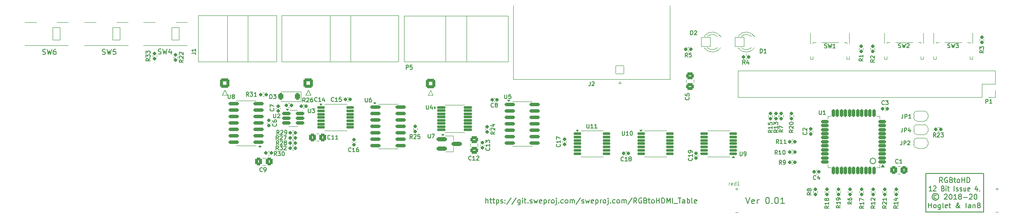
<source format=gbr>
%TF.GenerationSoftware,KiCad,Pcbnew,8.0.6*%
%TF.CreationDate,2024-10-21T13:09:56+02:00*%
%TF.ProjectId,rgb-to-hdmi,7267622d-746f-42d6-9864-6d692e6b6963,rev?*%
%TF.SameCoordinates,Original*%
%TF.FileFunction,Legend,Top*%
%TF.FilePolarity,Positive*%
%FSLAX46Y46*%
G04 Gerber Fmt 4.6, Leading zero omitted, Abs format (unit mm)*
G04 Created by KiCad (PCBNEW 8.0.6) date 2024-10-21 13:09:56*
%MOMM*%
%LPD*%
G01*
G04 APERTURE LIST*
G04 Aperture macros list*
%AMRoundRect*
0 Rectangle with rounded corners*
0 $1 Rounding radius*
0 $2 $3 $4 $5 $6 $7 $8 $9 X,Y pos of 4 corners*
0 Add a 4 corners polygon primitive as box body*
4,1,4,$2,$3,$4,$5,$6,$7,$8,$9,$2,$3,0*
0 Add four circle primitives for the rounded corners*
1,1,$1+$1,$2,$3*
1,1,$1+$1,$4,$5*
1,1,$1+$1,$6,$7*
1,1,$1+$1,$8,$9*
0 Add four rect primitives between the rounded corners*
20,1,$1+$1,$2,$3,$4,$5,0*
20,1,$1+$1,$4,$5,$6,$7,0*
20,1,$1+$1,$6,$7,$8,$9,0*
20,1,$1+$1,$8,$9,$2,$3,0*%
%AMFreePoly0*
4,1,35,0.535355,0.785355,0.550000,0.750000,0.550000,-0.750000,0.535355,-0.785355,0.500000,-0.800000,0.000000,-0.800000,-0.012286,-0.794911,-0.071157,-0.794911,-0.085244,-0.792886,-0.221795,-0.752791,-0.234740,-0.746879,-0.354462,-0.669938,-0.365217,-0.660618,-0.458414,-0.553063,-0.466109,-0.541091,-0.525228,-0.411637,-0.529237,-0.397982,-0.549491,-0.257116,-0.550000,-0.250000,-0.550000,0.250000,
-0.549491,0.257116,-0.529237,0.397982,-0.525228,0.411637,-0.466109,0.541091,-0.458414,0.553063,-0.365217,0.660618,-0.354462,0.669938,-0.234740,0.746879,-0.221795,0.752791,-0.085244,0.792886,-0.071157,0.794911,-0.012286,0.794911,0.000000,0.800000,0.500000,0.800000,0.535355,0.785355,0.535355,0.785355,$1*%
%AMFreePoly1*
4,1,35,0.012286,0.794911,0.071157,0.794911,0.085244,0.792886,0.221795,0.752791,0.234740,0.746879,0.354462,0.669938,0.365217,0.660618,0.458414,0.553063,0.466109,0.541091,0.525228,0.411637,0.529237,0.397982,0.549491,0.257116,0.550000,0.250000,0.550000,-0.250000,0.549491,-0.257116,0.529237,-0.397982,0.525228,-0.411637,0.466109,-0.541091,0.458414,-0.553063,0.365217,-0.660618,
0.354462,-0.669938,0.234740,-0.746879,0.221795,-0.752791,0.085244,-0.792886,0.071157,-0.794911,0.012286,-0.794911,0.000000,-0.800000,-0.500000,-0.800000,-0.535355,-0.785355,-0.550000,-0.750000,-0.550000,0.750000,-0.535355,0.785355,-0.500000,0.800000,0.000000,0.800000,0.012286,0.794911,0.012286,0.794911,$1*%
G04 Aperture macros list end*
%ADD10C,0.200000*%
%ADD11C,0.150000*%
%ADD12C,0.110000*%
%ADD13C,0.120000*%
%ADD14C,6.200000*%
%ADD15FreePoly0,0.000000*%
%ADD16FreePoly1,0.000000*%
%ADD17FreePoly0,180.000000*%
%ADD18FreePoly1,180.000000*%
%ADD19RoundRect,0.271277X-0.366223X-0.503723X0.366223X-0.503723X0.366223X0.503723X-0.366223X0.503723X0*%
%ADD20RoundRect,0.165000X0.195000X-0.165000X0.195000X0.165000X-0.195000X0.165000X-0.195000X-0.165000X0*%
%ADD21RoundRect,0.165000X-0.165000X-0.195000X0.165000X-0.195000X0.165000X0.195000X-0.165000X0.195000X0*%
%ADD22RoundRect,0.165000X0.165000X0.195000X-0.165000X0.195000X-0.165000X-0.195000X0.165000X-0.195000X0*%
%ADD23RoundRect,0.160000X0.210000X-0.160000X0.210000X0.160000X-0.210000X0.160000X-0.210000X-0.160000X0*%
%ADD24RoundRect,0.160000X-0.160000X-0.210000X0.160000X-0.210000X0.160000X0.210000X-0.160000X0.210000X0*%
%ADD25RoundRect,0.160000X0.160000X0.210000X-0.160000X0.210000X-0.160000X-0.210000X0.160000X-0.210000X0*%
%ADD26C,2.200000*%
%ADD27C,1.850000*%
%ADD28RoundRect,0.162500X0.625000X0.162500X-0.625000X0.162500X-0.625000X-0.162500X0.625000X-0.162500X0*%
%ADD29RoundRect,0.162500X0.162500X0.625000X-0.162500X0.625000X-0.162500X-0.625000X0.162500X-0.625000X0*%
%ADD30O,1.800000X1.800000*%
%ADD31RoundRect,0.264706X0.635294X-0.635294X0.635294X0.635294X-0.635294X0.635294X-0.635294X-0.635294X0*%
%ADD32C,1.800000*%
%ADD33RoundRect,0.050000X-0.900000X-0.900000X0.900000X-0.900000X0.900000X0.900000X-0.900000X0.900000X0*%
%ADD34C,1.900000*%
%ADD35RoundRect,0.160000X-0.210000X0.160000X-0.210000X-0.160000X0.210000X-0.160000X0.210000X0.160000X0*%
%ADD36RoundRect,0.125000X0.662500X0.125000X-0.662500X0.125000X-0.662500X-0.125000X0.662500X-0.125000X0*%
%ADD37RoundRect,0.125000X-0.737500X-0.125000X0.737500X-0.125000X0.737500X0.125000X-0.737500X0.125000X0*%
%ADD38RoundRect,0.271277X0.503723X-0.366223X0.503723X0.366223X-0.503723X0.366223X-0.503723X-0.366223X0*%
%ADD39RoundRect,0.165000X-0.195000X0.165000X-0.195000X-0.165000X0.195000X-0.165000X0.195000X0.165000X0*%
%ADD40RoundRect,0.125000X-0.662500X-0.125000X0.662500X-0.125000X0.662500X0.125000X-0.662500X0.125000X0*%
%ADD41RoundRect,0.175000X-0.850000X-0.175000X0.850000X-0.175000X0.850000X0.175000X-0.850000X0.175000X0*%
%ADD42RoundRect,0.225000X-0.775000X-0.225000X0.775000X-0.225000X0.775000X0.225000X-0.775000X0.225000X0*%
%ADD43RoundRect,0.250000X0.250000X0.400000X-0.250000X0.400000X-0.250000X-0.400000X0.250000X-0.400000X0*%
%ADD44O,2.300000X3.600000*%
%ADD45RoundRect,0.050000X0.750000X1.250000X-0.750000X1.250000X-0.750000X-1.250000X0.750000X-1.250000X0*%
%ADD46O,1.600000X2.600000*%
%ADD47RoundRect,0.271277X0.366223X0.503723X-0.366223X0.503723X-0.366223X-0.503723X0.366223X-0.503723X0*%
%ADD48RoundRect,0.175000X0.850000X0.175000X-0.850000X0.175000X-0.850000X-0.175000X0.850000X-0.175000X0*%
%ADD49RoundRect,0.187500X-0.642500X-0.187500X0.642500X-0.187500X0.642500X0.187500X-0.642500X0.187500X0*%
%ADD50RoundRect,0.271277X-0.503723X0.366223X-0.503723X-0.366223X0.503723X-0.366223X0.503723X0.366223X0*%
%ADD51C,4.100000*%
%ADD52RoundRect,0.050000X0.800000X0.800000X-0.800000X0.800000X-0.800000X-0.800000X0.800000X-0.800000X0*%
%ADD53C,1.700000*%
G04 APERTURE END LIST*
D10*
X131411625Y-63277623D02*
X131828292Y-64527623D01*
X131828292Y-64527623D02*
X132244958Y-63277623D01*
X133137816Y-64468100D02*
X133018768Y-64527623D01*
X133018768Y-64527623D02*
X132780673Y-64527623D01*
X132780673Y-64527623D02*
X132661626Y-64468100D01*
X132661626Y-64468100D02*
X132602102Y-64349052D01*
X132602102Y-64349052D02*
X132602102Y-63872861D01*
X132602102Y-63872861D02*
X132661626Y-63753814D01*
X132661626Y-63753814D02*
X132780673Y-63694290D01*
X132780673Y-63694290D02*
X133018768Y-63694290D01*
X133018768Y-63694290D02*
X133137816Y-63753814D01*
X133137816Y-63753814D02*
X133197340Y-63872861D01*
X133197340Y-63872861D02*
X133197340Y-63991909D01*
X133197340Y-63991909D02*
X132602102Y-64110957D01*
X133733055Y-64527623D02*
X133733055Y-63694290D01*
X133733055Y-63932385D02*
X133792578Y-63813338D01*
X133792578Y-63813338D02*
X133852102Y-63753814D01*
X133852102Y-63753814D02*
X133971150Y-63694290D01*
X133971150Y-63694290D02*
X134090197Y-63694290D01*
X135697341Y-63277623D02*
X135816388Y-63277623D01*
X135816388Y-63277623D02*
X135935436Y-63337147D01*
X135935436Y-63337147D02*
X135994960Y-63396671D01*
X135994960Y-63396671D02*
X136054484Y-63515719D01*
X136054484Y-63515719D02*
X136114007Y-63753814D01*
X136114007Y-63753814D02*
X136114007Y-64051433D01*
X136114007Y-64051433D02*
X136054484Y-64289528D01*
X136054484Y-64289528D02*
X135994960Y-64408576D01*
X135994960Y-64408576D02*
X135935436Y-64468100D01*
X135935436Y-64468100D02*
X135816388Y-64527623D01*
X135816388Y-64527623D02*
X135697341Y-64527623D01*
X135697341Y-64527623D02*
X135578293Y-64468100D01*
X135578293Y-64468100D02*
X135518769Y-64408576D01*
X135518769Y-64408576D02*
X135459246Y-64289528D01*
X135459246Y-64289528D02*
X135399722Y-64051433D01*
X135399722Y-64051433D02*
X135399722Y-63753814D01*
X135399722Y-63753814D02*
X135459246Y-63515719D01*
X135459246Y-63515719D02*
X135518769Y-63396671D01*
X135518769Y-63396671D02*
X135578293Y-63337147D01*
X135578293Y-63337147D02*
X135697341Y-63277623D01*
X136649722Y-64408576D02*
X136709245Y-64468100D01*
X136709245Y-64468100D02*
X136649722Y-64527623D01*
X136649722Y-64527623D02*
X136590198Y-64468100D01*
X136590198Y-64468100D02*
X136649722Y-64408576D01*
X136649722Y-64408576D02*
X136649722Y-64527623D01*
X137483055Y-63277623D02*
X137602102Y-63277623D01*
X137602102Y-63277623D02*
X137721150Y-63337147D01*
X137721150Y-63337147D02*
X137780674Y-63396671D01*
X137780674Y-63396671D02*
X137840198Y-63515719D01*
X137840198Y-63515719D02*
X137899721Y-63753814D01*
X137899721Y-63753814D02*
X137899721Y-64051433D01*
X137899721Y-64051433D02*
X137840198Y-64289528D01*
X137840198Y-64289528D02*
X137780674Y-64408576D01*
X137780674Y-64408576D02*
X137721150Y-64468100D01*
X137721150Y-64468100D02*
X137602102Y-64527623D01*
X137602102Y-64527623D02*
X137483055Y-64527623D01*
X137483055Y-64527623D02*
X137364007Y-64468100D01*
X137364007Y-64468100D02*
X137304483Y-64408576D01*
X137304483Y-64408576D02*
X137244960Y-64289528D01*
X137244960Y-64289528D02*
X137185436Y-64051433D01*
X137185436Y-64051433D02*
X137185436Y-63753814D01*
X137185436Y-63753814D02*
X137244960Y-63515719D01*
X137244960Y-63515719D02*
X137304483Y-63396671D01*
X137304483Y-63396671D02*
X137364007Y-63337147D01*
X137364007Y-63337147D02*
X137483055Y-63277623D01*
X139090197Y-64527623D02*
X138375912Y-64527623D01*
X138733055Y-64527623D02*
X138733055Y-63277623D01*
X138733055Y-63277623D02*
X138614007Y-63456195D01*
X138614007Y-63456195D02*
X138494959Y-63575242D01*
X138494959Y-63575242D02*
X138375912Y-63634766D01*
D11*
X167035600Y-66219200D02*
X167035600Y-58599200D01*
X157158961Y-56110000D02*
G75*
G02*
X156023039Y-56110000I-567961J0D01*
G01*
X156023039Y-56110000D02*
G75*
G02*
X157158961Y-56110000I567961J0D01*
G01*
X178465600Y-66219200D02*
X167035600Y-66219200D01*
X178465600Y-58599200D02*
X178465600Y-66219200D01*
X167035600Y-58599200D02*
X178465600Y-58599200D01*
D12*
X180840533Y-61647846D02*
X181373867Y-61647846D01*
X181107200Y-61914513D02*
X181107200Y-61381180D01*
X129380133Y-66296046D02*
X129913467Y-66296046D01*
D11*
X80062779Y-64433819D02*
X80062779Y-63433819D01*
X80491350Y-64433819D02*
X80491350Y-63910009D01*
X80491350Y-63910009D02*
X80443731Y-63814771D01*
X80443731Y-63814771D02*
X80348493Y-63767152D01*
X80348493Y-63767152D02*
X80205636Y-63767152D01*
X80205636Y-63767152D02*
X80110398Y-63814771D01*
X80110398Y-63814771D02*
X80062779Y-63862390D01*
X80824684Y-63767152D02*
X81205636Y-63767152D01*
X80967541Y-63433819D02*
X80967541Y-64290961D01*
X80967541Y-64290961D02*
X81015160Y-64386200D01*
X81015160Y-64386200D02*
X81110398Y-64433819D01*
X81110398Y-64433819D02*
X81205636Y-64433819D01*
X81396113Y-63767152D02*
X81777065Y-63767152D01*
X81538970Y-63433819D02*
X81538970Y-64290961D01*
X81538970Y-64290961D02*
X81586589Y-64386200D01*
X81586589Y-64386200D02*
X81681827Y-64433819D01*
X81681827Y-64433819D02*
X81777065Y-64433819D01*
X82110399Y-63767152D02*
X82110399Y-64767152D01*
X82110399Y-63814771D02*
X82205637Y-63767152D01*
X82205637Y-63767152D02*
X82396113Y-63767152D01*
X82396113Y-63767152D02*
X82491351Y-63814771D01*
X82491351Y-63814771D02*
X82538970Y-63862390D01*
X82538970Y-63862390D02*
X82586589Y-63957628D01*
X82586589Y-63957628D02*
X82586589Y-64243342D01*
X82586589Y-64243342D02*
X82538970Y-64338580D01*
X82538970Y-64338580D02*
X82491351Y-64386200D01*
X82491351Y-64386200D02*
X82396113Y-64433819D01*
X82396113Y-64433819D02*
X82205637Y-64433819D01*
X82205637Y-64433819D02*
X82110399Y-64386200D01*
X82967542Y-64386200D02*
X83062780Y-64433819D01*
X83062780Y-64433819D02*
X83253256Y-64433819D01*
X83253256Y-64433819D02*
X83348494Y-64386200D01*
X83348494Y-64386200D02*
X83396113Y-64290961D01*
X83396113Y-64290961D02*
X83396113Y-64243342D01*
X83396113Y-64243342D02*
X83348494Y-64148104D01*
X83348494Y-64148104D02*
X83253256Y-64100485D01*
X83253256Y-64100485D02*
X83110399Y-64100485D01*
X83110399Y-64100485D02*
X83015161Y-64052866D01*
X83015161Y-64052866D02*
X82967542Y-63957628D01*
X82967542Y-63957628D02*
X82967542Y-63910009D01*
X82967542Y-63910009D02*
X83015161Y-63814771D01*
X83015161Y-63814771D02*
X83110399Y-63767152D01*
X83110399Y-63767152D02*
X83253256Y-63767152D01*
X83253256Y-63767152D02*
X83348494Y-63814771D01*
X83824685Y-64338580D02*
X83872304Y-64386200D01*
X83872304Y-64386200D02*
X83824685Y-64433819D01*
X83824685Y-64433819D02*
X83777066Y-64386200D01*
X83777066Y-64386200D02*
X83824685Y-64338580D01*
X83824685Y-64338580D02*
X83824685Y-64433819D01*
X83824685Y-63814771D02*
X83872304Y-63862390D01*
X83872304Y-63862390D02*
X83824685Y-63910009D01*
X83824685Y-63910009D02*
X83777066Y-63862390D01*
X83777066Y-63862390D02*
X83824685Y-63814771D01*
X83824685Y-63814771D02*
X83824685Y-63910009D01*
X85015160Y-63386200D02*
X84158018Y-64671914D01*
X86062779Y-63386200D02*
X85205637Y-64671914D01*
X86824684Y-63767152D02*
X86824684Y-64576676D01*
X86824684Y-64576676D02*
X86777065Y-64671914D01*
X86777065Y-64671914D02*
X86729446Y-64719533D01*
X86729446Y-64719533D02*
X86634208Y-64767152D01*
X86634208Y-64767152D02*
X86491351Y-64767152D01*
X86491351Y-64767152D02*
X86396113Y-64719533D01*
X86824684Y-64386200D02*
X86729446Y-64433819D01*
X86729446Y-64433819D02*
X86538970Y-64433819D01*
X86538970Y-64433819D02*
X86443732Y-64386200D01*
X86443732Y-64386200D02*
X86396113Y-64338580D01*
X86396113Y-64338580D02*
X86348494Y-64243342D01*
X86348494Y-64243342D02*
X86348494Y-63957628D01*
X86348494Y-63957628D02*
X86396113Y-63862390D01*
X86396113Y-63862390D02*
X86443732Y-63814771D01*
X86443732Y-63814771D02*
X86538970Y-63767152D01*
X86538970Y-63767152D02*
X86729446Y-63767152D01*
X86729446Y-63767152D02*
X86824684Y-63814771D01*
X87300875Y-64433819D02*
X87300875Y-63767152D01*
X87300875Y-63433819D02*
X87253256Y-63481438D01*
X87253256Y-63481438D02*
X87300875Y-63529057D01*
X87300875Y-63529057D02*
X87348494Y-63481438D01*
X87348494Y-63481438D02*
X87300875Y-63433819D01*
X87300875Y-63433819D02*
X87300875Y-63529057D01*
X87634208Y-63767152D02*
X88015160Y-63767152D01*
X87777065Y-63433819D02*
X87777065Y-64290961D01*
X87777065Y-64290961D02*
X87824684Y-64386200D01*
X87824684Y-64386200D02*
X87919922Y-64433819D01*
X87919922Y-64433819D02*
X88015160Y-64433819D01*
X88348494Y-64338580D02*
X88396113Y-64386200D01*
X88396113Y-64386200D02*
X88348494Y-64433819D01*
X88348494Y-64433819D02*
X88300875Y-64386200D01*
X88300875Y-64386200D02*
X88348494Y-64338580D01*
X88348494Y-64338580D02*
X88348494Y-64433819D01*
X88777065Y-64386200D02*
X88872303Y-64433819D01*
X88872303Y-64433819D02*
X89062779Y-64433819D01*
X89062779Y-64433819D02*
X89158017Y-64386200D01*
X89158017Y-64386200D02*
X89205636Y-64290961D01*
X89205636Y-64290961D02*
X89205636Y-64243342D01*
X89205636Y-64243342D02*
X89158017Y-64148104D01*
X89158017Y-64148104D02*
X89062779Y-64100485D01*
X89062779Y-64100485D02*
X88919922Y-64100485D01*
X88919922Y-64100485D02*
X88824684Y-64052866D01*
X88824684Y-64052866D02*
X88777065Y-63957628D01*
X88777065Y-63957628D02*
X88777065Y-63910009D01*
X88777065Y-63910009D02*
X88824684Y-63814771D01*
X88824684Y-63814771D02*
X88919922Y-63767152D01*
X88919922Y-63767152D02*
X89062779Y-63767152D01*
X89062779Y-63767152D02*
X89158017Y-63814771D01*
X89538970Y-63767152D02*
X89729446Y-64433819D01*
X89729446Y-64433819D02*
X89919922Y-63957628D01*
X89919922Y-63957628D02*
X90110398Y-64433819D01*
X90110398Y-64433819D02*
X90300874Y-63767152D01*
X91062779Y-64386200D02*
X90967541Y-64433819D01*
X90967541Y-64433819D02*
X90777065Y-64433819D01*
X90777065Y-64433819D02*
X90681827Y-64386200D01*
X90681827Y-64386200D02*
X90634208Y-64290961D01*
X90634208Y-64290961D02*
X90634208Y-63910009D01*
X90634208Y-63910009D02*
X90681827Y-63814771D01*
X90681827Y-63814771D02*
X90777065Y-63767152D01*
X90777065Y-63767152D02*
X90967541Y-63767152D01*
X90967541Y-63767152D02*
X91062779Y-63814771D01*
X91062779Y-63814771D02*
X91110398Y-63910009D01*
X91110398Y-63910009D02*
X91110398Y-64005247D01*
X91110398Y-64005247D02*
X90634208Y-64100485D01*
X91538970Y-63767152D02*
X91538970Y-64767152D01*
X91538970Y-63814771D02*
X91634208Y-63767152D01*
X91634208Y-63767152D02*
X91824684Y-63767152D01*
X91824684Y-63767152D02*
X91919922Y-63814771D01*
X91919922Y-63814771D02*
X91967541Y-63862390D01*
X91967541Y-63862390D02*
X92015160Y-63957628D01*
X92015160Y-63957628D02*
X92015160Y-64243342D01*
X92015160Y-64243342D02*
X91967541Y-64338580D01*
X91967541Y-64338580D02*
X91919922Y-64386200D01*
X91919922Y-64386200D02*
X91824684Y-64433819D01*
X91824684Y-64433819D02*
X91634208Y-64433819D01*
X91634208Y-64433819D02*
X91538970Y-64386200D01*
X92443732Y-64433819D02*
X92443732Y-63767152D01*
X92443732Y-63957628D02*
X92491351Y-63862390D01*
X92491351Y-63862390D02*
X92538970Y-63814771D01*
X92538970Y-63814771D02*
X92634208Y-63767152D01*
X92634208Y-63767152D02*
X92729446Y-63767152D01*
X93205637Y-64433819D02*
X93110399Y-64386200D01*
X93110399Y-64386200D02*
X93062780Y-64338580D01*
X93062780Y-64338580D02*
X93015161Y-64243342D01*
X93015161Y-64243342D02*
X93015161Y-63957628D01*
X93015161Y-63957628D02*
X93062780Y-63862390D01*
X93062780Y-63862390D02*
X93110399Y-63814771D01*
X93110399Y-63814771D02*
X93205637Y-63767152D01*
X93205637Y-63767152D02*
X93348494Y-63767152D01*
X93348494Y-63767152D02*
X93443732Y-63814771D01*
X93443732Y-63814771D02*
X93491351Y-63862390D01*
X93491351Y-63862390D02*
X93538970Y-63957628D01*
X93538970Y-63957628D02*
X93538970Y-64243342D01*
X93538970Y-64243342D02*
X93491351Y-64338580D01*
X93491351Y-64338580D02*
X93443732Y-64386200D01*
X93443732Y-64386200D02*
X93348494Y-64433819D01*
X93348494Y-64433819D02*
X93205637Y-64433819D01*
X93967542Y-63767152D02*
X93967542Y-64624295D01*
X93967542Y-64624295D02*
X93919923Y-64719533D01*
X93919923Y-64719533D02*
X93824685Y-64767152D01*
X93824685Y-64767152D02*
X93777066Y-64767152D01*
X93967542Y-63433819D02*
X93919923Y-63481438D01*
X93919923Y-63481438D02*
X93967542Y-63529057D01*
X93967542Y-63529057D02*
X94015161Y-63481438D01*
X94015161Y-63481438D02*
X93967542Y-63433819D01*
X93967542Y-63433819D02*
X93967542Y-63529057D01*
X94443732Y-64338580D02*
X94491351Y-64386200D01*
X94491351Y-64386200D02*
X94443732Y-64433819D01*
X94443732Y-64433819D02*
X94396113Y-64386200D01*
X94396113Y-64386200D02*
X94443732Y-64338580D01*
X94443732Y-64338580D02*
X94443732Y-64433819D01*
X95348493Y-64386200D02*
X95253255Y-64433819D01*
X95253255Y-64433819D02*
X95062779Y-64433819D01*
X95062779Y-64433819D02*
X94967541Y-64386200D01*
X94967541Y-64386200D02*
X94919922Y-64338580D01*
X94919922Y-64338580D02*
X94872303Y-64243342D01*
X94872303Y-64243342D02*
X94872303Y-63957628D01*
X94872303Y-63957628D02*
X94919922Y-63862390D01*
X94919922Y-63862390D02*
X94967541Y-63814771D01*
X94967541Y-63814771D02*
X95062779Y-63767152D01*
X95062779Y-63767152D02*
X95253255Y-63767152D01*
X95253255Y-63767152D02*
X95348493Y-63814771D01*
X95919922Y-64433819D02*
X95824684Y-64386200D01*
X95824684Y-64386200D02*
X95777065Y-64338580D01*
X95777065Y-64338580D02*
X95729446Y-64243342D01*
X95729446Y-64243342D02*
X95729446Y-63957628D01*
X95729446Y-63957628D02*
X95777065Y-63862390D01*
X95777065Y-63862390D02*
X95824684Y-63814771D01*
X95824684Y-63814771D02*
X95919922Y-63767152D01*
X95919922Y-63767152D02*
X96062779Y-63767152D01*
X96062779Y-63767152D02*
X96158017Y-63814771D01*
X96158017Y-63814771D02*
X96205636Y-63862390D01*
X96205636Y-63862390D02*
X96253255Y-63957628D01*
X96253255Y-63957628D02*
X96253255Y-64243342D01*
X96253255Y-64243342D02*
X96205636Y-64338580D01*
X96205636Y-64338580D02*
X96158017Y-64386200D01*
X96158017Y-64386200D02*
X96062779Y-64433819D01*
X96062779Y-64433819D02*
X95919922Y-64433819D01*
X96681827Y-64433819D02*
X96681827Y-63767152D01*
X96681827Y-63862390D02*
X96729446Y-63814771D01*
X96729446Y-63814771D02*
X96824684Y-63767152D01*
X96824684Y-63767152D02*
X96967541Y-63767152D01*
X96967541Y-63767152D02*
X97062779Y-63814771D01*
X97062779Y-63814771D02*
X97110398Y-63910009D01*
X97110398Y-63910009D02*
X97110398Y-64433819D01*
X97110398Y-63910009D02*
X97158017Y-63814771D01*
X97158017Y-63814771D02*
X97253255Y-63767152D01*
X97253255Y-63767152D02*
X97396112Y-63767152D01*
X97396112Y-63767152D02*
X97491351Y-63814771D01*
X97491351Y-63814771D02*
X97538970Y-63910009D01*
X97538970Y-63910009D02*
X97538970Y-64433819D01*
X98729445Y-63386200D02*
X97872303Y-64671914D01*
X99015160Y-64386200D02*
X99110398Y-64433819D01*
X99110398Y-64433819D02*
X99300874Y-64433819D01*
X99300874Y-64433819D02*
X99396112Y-64386200D01*
X99396112Y-64386200D02*
X99443731Y-64290961D01*
X99443731Y-64290961D02*
X99443731Y-64243342D01*
X99443731Y-64243342D02*
X99396112Y-64148104D01*
X99396112Y-64148104D02*
X99300874Y-64100485D01*
X99300874Y-64100485D02*
X99158017Y-64100485D01*
X99158017Y-64100485D02*
X99062779Y-64052866D01*
X99062779Y-64052866D02*
X99015160Y-63957628D01*
X99015160Y-63957628D02*
X99015160Y-63910009D01*
X99015160Y-63910009D02*
X99062779Y-63814771D01*
X99062779Y-63814771D02*
X99158017Y-63767152D01*
X99158017Y-63767152D02*
X99300874Y-63767152D01*
X99300874Y-63767152D02*
X99396112Y-63814771D01*
X99777065Y-63767152D02*
X99967541Y-64433819D01*
X99967541Y-64433819D02*
X100158017Y-63957628D01*
X100158017Y-63957628D02*
X100348493Y-64433819D01*
X100348493Y-64433819D02*
X100538969Y-63767152D01*
X101300874Y-64386200D02*
X101205636Y-64433819D01*
X101205636Y-64433819D02*
X101015160Y-64433819D01*
X101015160Y-64433819D02*
X100919922Y-64386200D01*
X100919922Y-64386200D02*
X100872303Y-64290961D01*
X100872303Y-64290961D02*
X100872303Y-63910009D01*
X100872303Y-63910009D02*
X100919922Y-63814771D01*
X100919922Y-63814771D02*
X101015160Y-63767152D01*
X101015160Y-63767152D02*
X101205636Y-63767152D01*
X101205636Y-63767152D02*
X101300874Y-63814771D01*
X101300874Y-63814771D02*
X101348493Y-63910009D01*
X101348493Y-63910009D02*
X101348493Y-64005247D01*
X101348493Y-64005247D02*
X100872303Y-64100485D01*
X101777065Y-63767152D02*
X101777065Y-64767152D01*
X101777065Y-63814771D02*
X101872303Y-63767152D01*
X101872303Y-63767152D02*
X102062779Y-63767152D01*
X102062779Y-63767152D02*
X102158017Y-63814771D01*
X102158017Y-63814771D02*
X102205636Y-63862390D01*
X102205636Y-63862390D02*
X102253255Y-63957628D01*
X102253255Y-63957628D02*
X102253255Y-64243342D01*
X102253255Y-64243342D02*
X102205636Y-64338580D01*
X102205636Y-64338580D02*
X102158017Y-64386200D01*
X102158017Y-64386200D02*
X102062779Y-64433819D01*
X102062779Y-64433819D02*
X101872303Y-64433819D01*
X101872303Y-64433819D02*
X101777065Y-64386200D01*
X102681827Y-64433819D02*
X102681827Y-63767152D01*
X102681827Y-63957628D02*
X102729446Y-63862390D01*
X102729446Y-63862390D02*
X102777065Y-63814771D01*
X102777065Y-63814771D02*
X102872303Y-63767152D01*
X102872303Y-63767152D02*
X102967541Y-63767152D01*
X103443732Y-64433819D02*
X103348494Y-64386200D01*
X103348494Y-64386200D02*
X103300875Y-64338580D01*
X103300875Y-64338580D02*
X103253256Y-64243342D01*
X103253256Y-64243342D02*
X103253256Y-63957628D01*
X103253256Y-63957628D02*
X103300875Y-63862390D01*
X103300875Y-63862390D02*
X103348494Y-63814771D01*
X103348494Y-63814771D02*
X103443732Y-63767152D01*
X103443732Y-63767152D02*
X103586589Y-63767152D01*
X103586589Y-63767152D02*
X103681827Y-63814771D01*
X103681827Y-63814771D02*
X103729446Y-63862390D01*
X103729446Y-63862390D02*
X103777065Y-63957628D01*
X103777065Y-63957628D02*
X103777065Y-64243342D01*
X103777065Y-64243342D02*
X103729446Y-64338580D01*
X103729446Y-64338580D02*
X103681827Y-64386200D01*
X103681827Y-64386200D02*
X103586589Y-64433819D01*
X103586589Y-64433819D02*
X103443732Y-64433819D01*
X104205637Y-63767152D02*
X104205637Y-64624295D01*
X104205637Y-64624295D02*
X104158018Y-64719533D01*
X104158018Y-64719533D02*
X104062780Y-64767152D01*
X104062780Y-64767152D02*
X104015161Y-64767152D01*
X104205637Y-63433819D02*
X104158018Y-63481438D01*
X104158018Y-63481438D02*
X104205637Y-63529057D01*
X104205637Y-63529057D02*
X104253256Y-63481438D01*
X104253256Y-63481438D02*
X104205637Y-63433819D01*
X104205637Y-63433819D02*
X104205637Y-63529057D01*
X104681827Y-64338580D02*
X104729446Y-64386200D01*
X104729446Y-64386200D02*
X104681827Y-64433819D01*
X104681827Y-64433819D02*
X104634208Y-64386200D01*
X104634208Y-64386200D02*
X104681827Y-64338580D01*
X104681827Y-64338580D02*
X104681827Y-64433819D01*
X105586588Y-64386200D02*
X105491350Y-64433819D01*
X105491350Y-64433819D02*
X105300874Y-64433819D01*
X105300874Y-64433819D02*
X105205636Y-64386200D01*
X105205636Y-64386200D02*
X105158017Y-64338580D01*
X105158017Y-64338580D02*
X105110398Y-64243342D01*
X105110398Y-64243342D02*
X105110398Y-63957628D01*
X105110398Y-63957628D02*
X105158017Y-63862390D01*
X105158017Y-63862390D02*
X105205636Y-63814771D01*
X105205636Y-63814771D02*
X105300874Y-63767152D01*
X105300874Y-63767152D02*
X105491350Y-63767152D01*
X105491350Y-63767152D02*
X105586588Y-63814771D01*
X106158017Y-64433819D02*
X106062779Y-64386200D01*
X106062779Y-64386200D02*
X106015160Y-64338580D01*
X106015160Y-64338580D02*
X105967541Y-64243342D01*
X105967541Y-64243342D02*
X105967541Y-63957628D01*
X105967541Y-63957628D02*
X106015160Y-63862390D01*
X106015160Y-63862390D02*
X106062779Y-63814771D01*
X106062779Y-63814771D02*
X106158017Y-63767152D01*
X106158017Y-63767152D02*
X106300874Y-63767152D01*
X106300874Y-63767152D02*
X106396112Y-63814771D01*
X106396112Y-63814771D02*
X106443731Y-63862390D01*
X106443731Y-63862390D02*
X106491350Y-63957628D01*
X106491350Y-63957628D02*
X106491350Y-64243342D01*
X106491350Y-64243342D02*
X106443731Y-64338580D01*
X106443731Y-64338580D02*
X106396112Y-64386200D01*
X106396112Y-64386200D02*
X106300874Y-64433819D01*
X106300874Y-64433819D02*
X106158017Y-64433819D01*
X106919922Y-64433819D02*
X106919922Y-63767152D01*
X106919922Y-63862390D02*
X106967541Y-63814771D01*
X106967541Y-63814771D02*
X107062779Y-63767152D01*
X107062779Y-63767152D02*
X107205636Y-63767152D01*
X107205636Y-63767152D02*
X107300874Y-63814771D01*
X107300874Y-63814771D02*
X107348493Y-63910009D01*
X107348493Y-63910009D02*
X107348493Y-64433819D01*
X107348493Y-63910009D02*
X107396112Y-63814771D01*
X107396112Y-63814771D02*
X107491350Y-63767152D01*
X107491350Y-63767152D02*
X107634207Y-63767152D01*
X107634207Y-63767152D02*
X107729446Y-63814771D01*
X107729446Y-63814771D02*
X107777065Y-63910009D01*
X107777065Y-63910009D02*
X107777065Y-64433819D01*
X108967540Y-63386200D02*
X108110398Y-64671914D01*
X109872302Y-64433819D02*
X109538969Y-63957628D01*
X109300874Y-64433819D02*
X109300874Y-63433819D01*
X109300874Y-63433819D02*
X109681826Y-63433819D01*
X109681826Y-63433819D02*
X109777064Y-63481438D01*
X109777064Y-63481438D02*
X109824683Y-63529057D01*
X109824683Y-63529057D02*
X109872302Y-63624295D01*
X109872302Y-63624295D02*
X109872302Y-63767152D01*
X109872302Y-63767152D02*
X109824683Y-63862390D01*
X109824683Y-63862390D02*
X109777064Y-63910009D01*
X109777064Y-63910009D02*
X109681826Y-63957628D01*
X109681826Y-63957628D02*
X109300874Y-63957628D01*
X110824683Y-63481438D02*
X110729445Y-63433819D01*
X110729445Y-63433819D02*
X110586588Y-63433819D01*
X110586588Y-63433819D02*
X110443731Y-63481438D01*
X110443731Y-63481438D02*
X110348493Y-63576676D01*
X110348493Y-63576676D02*
X110300874Y-63671914D01*
X110300874Y-63671914D02*
X110253255Y-63862390D01*
X110253255Y-63862390D02*
X110253255Y-64005247D01*
X110253255Y-64005247D02*
X110300874Y-64195723D01*
X110300874Y-64195723D02*
X110348493Y-64290961D01*
X110348493Y-64290961D02*
X110443731Y-64386200D01*
X110443731Y-64386200D02*
X110586588Y-64433819D01*
X110586588Y-64433819D02*
X110681826Y-64433819D01*
X110681826Y-64433819D02*
X110824683Y-64386200D01*
X110824683Y-64386200D02*
X110872302Y-64338580D01*
X110872302Y-64338580D02*
X110872302Y-64005247D01*
X110872302Y-64005247D02*
X110681826Y-64005247D01*
X111634207Y-63910009D02*
X111777064Y-63957628D01*
X111777064Y-63957628D02*
X111824683Y-64005247D01*
X111824683Y-64005247D02*
X111872302Y-64100485D01*
X111872302Y-64100485D02*
X111872302Y-64243342D01*
X111872302Y-64243342D02*
X111824683Y-64338580D01*
X111824683Y-64338580D02*
X111777064Y-64386200D01*
X111777064Y-64386200D02*
X111681826Y-64433819D01*
X111681826Y-64433819D02*
X111300874Y-64433819D01*
X111300874Y-64433819D02*
X111300874Y-63433819D01*
X111300874Y-63433819D02*
X111634207Y-63433819D01*
X111634207Y-63433819D02*
X111729445Y-63481438D01*
X111729445Y-63481438D02*
X111777064Y-63529057D01*
X111777064Y-63529057D02*
X111824683Y-63624295D01*
X111824683Y-63624295D02*
X111824683Y-63719533D01*
X111824683Y-63719533D02*
X111777064Y-63814771D01*
X111777064Y-63814771D02*
X111729445Y-63862390D01*
X111729445Y-63862390D02*
X111634207Y-63910009D01*
X111634207Y-63910009D02*
X111300874Y-63910009D01*
X112158017Y-63767152D02*
X112538969Y-63767152D01*
X112300874Y-63433819D02*
X112300874Y-64290961D01*
X112300874Y-64290961D02*
X112348493Y-64386200D01*
X112348493Y-64386200D02*
X112443731Y-64433819D01*
X112443731Y-64433819D02*
X112538969Y-64433819D01*
X113015160Y-64433819D02*
X112919922Y-64386200D01*
X112919922Y-64386200D02*
X112872303Y-64338580D01*
X112872303Y-64338580D02*
X112824684Y-64243342D01*
X112824684Y-64243342D02*
X112824684Y-63957628D01*
X112824684Y-63957628D02*
X112872303Y-63862390D01*
X112872303Y-63862390D02*
X112919922Y-63814771D01*
X112919922Y-63814771D02*
X113015160Y-63767152D01*
X113015160Y-63767152D02*
X113158017Y-63767152D01*
X113158017Y-63767152D02*
X113253255Y-63814771D01*
X113253255Y-63814771D02*
X113300874Y-63862390D01*
X113300874Y-63862390D02*
X113348493Y-63957628D01*
X113348493Y-63957628D02*
X113348493Y-64243342D01*
X113348493Y-64243342D02*
X113300874Y-64338580D01*
X113300874Y-64338580D02*
X113253255Y-64386200D01*
X113253255Y-64386200D02*
X113158017Y-64433819D01*
X113158017Y-64433819D02*
X113015160Y-64433819D01*
X113777065Y-64433819D02*
X113777065Y-63433819D01*
X113777065Y-63910009D02*
X114348493Y-63910009D01*
X114348493Y-64433819D02*
X114348493Y-63433819D01*
X114824684Y-64433819D02*
X114824684Y-63433819D01*
X114824684Y-63433819D02*
X115062779Y-63433819D01*
X115062779Y-63433819D02*
X115205636Y-63481438D01*
X115205636Y-63481438D02*
X115300874Y-63576676D01*
X115300874Y-63576676D02*
X115348493Y-63671914D01*
X115348493Y-63671914D02*
X115396112Y-63862390D01*
X115396112Y-63862390D02*
X115396112Y-64005247D01*
X115396112Y-64005247D02*
X115348493Y-64195723D01*
X115348493Y-64195723D02*
X115300874Y-64290961D01*
X115300874Y-64290961D02*
X115205636Y-64386200D01*
X115205636Y-64386200D02*
X115062779Y-64433819D01*
X115062779Y-64433819D02*
X114824684Y-64433819D01*
X115824684Y-64433819D02*
X115824684Y-63433819D01*
X115824684Y-63433819D02*
X116158017Y-64148104D01*
X116158017Y-64148104D02*
X116491350Y-63433819D01*
X116491350Y-63433819D02*
X116491350Y-64433819D01*
X116967541Y-64433819D02*
X116967541Y-63433819D01*
X117205636Y-64529057D02*
X117967540Y-64529057D01*
X118062779Y-63433819D02*
X118634207Y-63433819D01*
X118348493Y-64433819D02*
X118348493Y-63433819D01*
X119396112Y-64433819D02*
X119396112Y-63910009D01*
X119396112Y-63910009D02*
X119348493Y-63814771D01*
X119348493Y-63814771D02*
X119253255Y-63767152D01*
X119253255Y-63767152D02*
X119062779Y-63767152D01*
X119062779Y-63767152D02*
X118967541Y-63814771D01*
X119396112Y-64386200D02*
X119300874Y-64433819D01*
X119300874Y-64433819D02*
X119062779Y-64433819D01*
X119062779Y-64433819D02*
X118967541Y-64386200D01*
X118967541Y-64386200D02*
X118919922Y-64290961D01*
X118919922Y-64290961D02*
X118919922Y-64195723D01*
X118919922Y-64195723D02*
X118967541Y-64100485D01*
X118967541Y-64100485D02*
X119062779Y-64052866D01*
X119062779Y-64052866D02*
X119300874Y-64052866D01*
X119300874Y-64052866D02*
X119396112Y-64005247D01*
X119872303Y-64433819D02*
X119872303Y-63433819D01*
X119872303Y-63814771D02*
X119967541Y-63767152D01*
X119967541Y-63767152D02*
X120158017Y-63767152D01*
X120158017Y-63767152D02*
X120253255Y-63814771D01*
X120253255Y-63814771D02*
X120300874Y-63862390D01*
X120300874Y-63862390D02*
X120348493Y-63957628D01*
X120348493Y-63957628D02*
X120348493Y-64243342D01*
X120348493Y-64243342D02*
X120300874Y-64338580D01*
X120300874Y-64338580D02*
X120253255Y-64386200D01*
X120253255Y-64386200D02*
X120158017Y-64433819D01*
X120158017Y-64433819D02*
X119967541Y-64433819D01*
X119967541Y-64433819D02*
X119872303Y-64386200D01*
X120919922Y-64433819D02*
X120824684Y-64386200D01*
X120824684Y-64386200D02*
X120777065Y-64290961D01*
X120777065Y-64290961D02*
X120777065Y-63433819D01*
X121681827Y-64386200D02*
X121586589Y-64433819D01*
X121586589Y-64433819D02*
X121396113Y-64433819D01*
X121396113Y-64433819D02*
X121300875Y-64386200D01*
X121300875Y-64386200D02*
X121253256Y-64290961D01*
X121253256Y-64290961D02*
X121253256Y-63910009D01*
X121253256Y-63910009D02*
X121300875Y-63814771D01*
X121300875Y-63814771D02*
X121396113Y-63767152D01*
X121396113Y-63767152D02*
X121586589Y-63767152D01*
X121586589Y-63767152D02*
X121681827Y-63814771D01*
X121681827Y-63814771D02*
X121729446Y-63910009D01*
X121729446Y-63910009D02*
X121729446Y-64005247D01*
X121729446Y-64005247D02*
X121253256Y-64100485D01*
X168238021Y-62048679D02*
X167723735Y-62048679D01*
X167980878Y-62048679D02*
X167980878Y-61048679D01*
X167980878Y-61048679D02*
X167895164Y-61191536D01*
X167895164Y-61191536D02*
X167809449Y-61286774D01*
X167809449Y-61286774D02*
X167723735Y-61334393D01*
X168580878Y-61143917D02*
X168623735Y-61096298D01*
X168623735Y-61096298D02*
X168709450Y-61048679D01*
X168709450Y-61048679D02*
X168923735Y-61048679D01*
X168923735Y-61048679D02*
X169009450Y-61096298D01*
X169009450Y-61096298D02*
X169052307Y-61143917D01*
X169052307Y-61143917D02*
X169095164Y-61239155D01*
X169095164Y-61239155D02*
X169095164Y-61334393D01*
X169095164Y-61334393D02*
X169052307Y-61477250D01*
X169052307Y-61477250D02*
X168538021Y-62048679D01*
X168538021Y-62048679D02*
X169095164Y-62048679D01*
X170466592Y-61524869D02*
X170595164Y-61572488D01*
X170595164Y-61572488D02*
X170638021Y-61620107D01*
X170638021Y-61620107D02*
X170680878Y-61715345D01*
X170680878Y-61715345D02*
X170680878Y-61858202D01*
X170680878Y-61858202D02*
X170638021Y-61953440D01*
X170638021Y-61953440D02*
X170595164Y-62001060D01*
X170595164Y-62001060D02*
X170509449Y-62048679D01*
X170509449Y-62048679D02*
X170166592Y-62048679D01*
X170166592Y-62048679D02*
X170166592Y-61048679D01*
X170166592Y-61048679D02*
X170466592Y-61048679D01*
X170466592Y-61048679D02*
X170552307Y-61096298D01*
X170552307Y-61096298D02*
X170595164Y-61143917D01*
X170595164Y-61143917D02*
X170638021Y-61239155D01*
X170638021Y-61239155D02*
X170638021Y-61334393D01*
X170638021Y-61334393D02*
X170595164Y-61429631D01*
X170595164Y-61429631D02*
X170552307Y-61477250D01*
X170552307Y-61477250D02*
X170466592Y-61524869D01*
X170466592Y-61524869D02*
X170166592Y-61524869D01*
X171066592Y-62048679D02*
X171066592Y-61382012D01*
X171066592Y-61048679D02*
X171023735Y-61096298D01*
X171023735Y-61096298D02*
X171066592Y-61143917D01*
X171066592Y-61143917D02*
X171109449Y-61096298D01*
X171109449Y-61096298D02*
X171066592Y-61048679D01*
X171066592Y-61048679D02*
X171066592Y-61143917D01*
X171366592Y-61382012D02*
X171709449Y-61382012D01*
X171495163Y-61048679D02*
X171495163Y-61905821D01*
X171495163Y-61905821D02*
X171538020Y-62001060D01*
X171538020Y-62001060D02*
X171623735Y-62048679D01*
X171623735Y-62048679D02*
X171709449Y-62048679D01*
X172695163Y-62048679D02*
X172695163Y-61048679D01*
X173080877Y-62001060D02*
X173166591Y-62048679D01*
X173166591Y-62048679D02*
X173338020Y-62048679D01*
X173338020Y-62048679D02*
X173423734Y-62001060D01*
X173423734Y-62001060D02*
X173466591Y-61905821D01*
X173466591Y-61905821D02*
X173466591Y-61858202D01*
X173466591Y-61858202D02*
X173423734Y-61762964D01*
X173423734Y-61762964D02*
X173338020Y-61715345D01*
X173338020Y-61715345D02*
X173209449Y-61715345D01*
X173209449Y-61715345D02*
X173123734Y-61667726D01*
X173123734Y-61667726D02*
X173080877Y-61572488D01*
X173080877Y-61572488D02*
X173080877Y-61524869D01*
X173080877Y-61524869D02*
X173123734Y-61429631D01*
X173123734Y-61429631D02*
X173209449Y-61382012D01*
X173209449Y-61382012D02*
X173338020Y-61382012D01*
X173338020Y-61382012D02*
X173423734Y-61429631D01*
X173809448Y-62001060D02*
X173895162Y-62048679D01*
X173895162Y-62048679D02*
X174066591Y-62048679D01*
X174066591Y-62048679D02*
X174152305Y-62001060D01*
X174152305Y-62001060D02*
X174195162Y-61905821D01*
X174195162Y-61905821D02*
X174195162Y-61858202D01*
X174195162Y-61858202D02*
X174152305Y-61762964D01*
X174152305Y-61762964D02*
X174066591Y-61715345D01*
X174066591Y-61715345D02*
X173938020Y-61715345D01*
X173938020Y-61715345D02*
X173852305Y-61667726D01*
X173852305Y-61667726D02*
X173809448Y-61572488D01*
X173809448Y-61572488D02*
X173809448Y-61524869D01*
X173809448Y-61524869D02*
X173852305Y-61429631D01*
X173852305Y-61429631D02*
X173938020Y-61382012D01*
X173938020Y-61382012D02*
X174066591Y-61382012D01*
X174066591Y-61382012D02*
X174152305Y-61429631D01*
X174966591Y-61382012D02*
X174966591Y-62048679D01*
X174580876Y-61382012D02*
X174580876Y-61905821D01*
X174580876Y-61905821D02*
X174623733Y-62001060D01*
X174623733Y-62001060D02*
X174709448Y-62048679D01*
X174709448Y-62048679D02*
X174838019Y-62048679D01*
X174838019Y-62048679D02*
X174923733Y-62001060D01*
X174923733Y-62001060D02*
X174966591Y-61953440D01*
X175738019Y-62001060D02*
X175652305Y-62048679D01*
X175652305Y-62048679D02*
X175480877Y-62048679D01*
X175480877Y-62048679D02*
X175395162Y-62001060D01*
X175395162Y-62001060D02*
X175352305Y-61905821D01*
X175352305Y-61905821D02*
X175352305Y-61524869D01*
X175352305Y-61524869D02*
X175395162Y-61429631D01*
X175395162Y-61429631D02*
X175480877Y-61382012D01*
X175480877Y-61382012D02*
X175652305Y-61382012D01*
X175652305Y-61382012D02*
X175738019Y-61429631D01*
X175738019Y-61429631D02*
X175780877Y-61524869D01*
X175780877Y-61524869D02*
X175780877Y-61620107D01*
X175780877Y-61620107D02*
X175352305Y-61715345D01*
X177238020Y-61382012D02*
X177238020Y-62048679D01*
X177023734Y-61001060D02*
X176809448Y-61715345D01*
X176809448Y-61715345D02*
X177366591Y-61715345D01*
X177709448Y-61953440D02*
X177752305Y-62001060D01*
X177752305Y-62001060D02*
X177709448Y-62048679D01*
X177709448Y-62048679D02*
X177666591Y-62001060D01*
X177666591Y-62001060D02*
X177709448Y-61953440D01*
X177709448Y-61953440D02*
X177709448Y-62048679D01*
X170372666Y-60374819D02*
X170045999Y-59898628D01*
X169812666Y-60374819D02*
X169812666Y-59374819D01*
X169812666Y-59374819D02*
X170185999Y-59374819D01*
X170185999Y-59374819D02*
X170279333Y-59422438D01*
X170279333Y-59422438D02*
X170325999Y-59470057D01*
X170325999Y-59470057D02*
X170372666Y-59565295D01*
X170372666Y-59565295D02*
X170372666Y-59708152D01*
X170372666Y-59708152D02*
X170325999Y-59803390D01*
X170325999Y-59803390D02*
X170279333Y-59851009D01*
X170279333Y-59851009D02*
X170185999Y-59898628D01*
X170185999Y-59898628D02*
X169812666Y-59898628D01*
X171305999Y-59422438D02*
X171212666Y-59374819D01*
X171212666Y-59374819D02*
X171072666Y-59374819D01*
X171072666Y-59374819D02*
X170932666Y-59422438D01*
X170932666Y-59422438D02*
X170839333Y-59517676D01*
X170839333Y-59517676D02*
X170792666Y-59612914D01*
X170792666Y-59612914D02*
X170745999Y-59803390D01*
X170745999Y-59803390D02*
X170745999Y-59946247D01*
X170745999Y-59946247D02*
X170792666Y-60136723D01*
X170792666Y-60136723D02*
X170839333Y-60231961D01*
X170839333Y-60231961D02*
X170932666Y-60327200D01*
X170932666Y-60327200D02*
X171072666Y-60374819D01*
X171072666Y-60374819D02*
X171165999Y-60374819D01*
X171165999Y-60374819D02*
X171305999Y-60327200D01*
X171305999Y-60327200D02*
X171352666Y-60279580D01*
X171352666Y-60279580D02*
X171352666Y-59946247D01*
X171352666Y-59946247D02*
X171165999Y-59946247D01*
X172099333Y-59851009D02*
X172239333Y-59898628D01*
X172239333Y-59898628D02*
X172285999Y-59946247D01*
X172285999Y-59946247D02*
X172332666Y-60041485D01*
X172332666Y-60041485D02*
X172332666Y-60184342D01*
X172332666Y-60184342D02*
X172285999Y-60279580D01*
X172285999Y-60279580D02*
X172239333Y-60327200D01*
X172239333Y-60327200D02*
X172145999Y-60374819D01*
X172145999Y-60374819D02*
X171772666Y-60374819D01*
X171772666Y-60374819D02*
X171772666Y-59374819D01*
X171772666Y-59374819D02*
X172099333Y-59374819D01*
X172099333Y-59374819D02*
X172192666Y-59422438D01*
X172192666Y-59422438D02*
X172239333Y-59470057D01*
X172239333Y-59470057D02*
X172285999Y-59565295D01*
X172285999Y-59565295D02*
X172285999Y-59660533D01*
X172285999Y-59660533D02*
X172239333Y-59755771D01*
X172239333Y-59755771D02*
X172192666Y-59803390D01*
X172192666Y-59803390D02*
X172099333Y-59851009D01*
X172099333Y-59851009D02*
X171772666Y-59851009D01*
X172612666Y-59708152D02*
X172985999Y-59708152D01*
X172752666Y-59374819D02*
X172752666Y-60231961D01*
X172752666Y-60231961D02*
X172799333Y-60327200D01*
X172799333Y-60327200D02*
X172892666Y-60374819D01*
X172892666Y-60374819D02*
X172985999Y-60374819D01*
X173452666Y-60374819D02*
X173359333Y-60327200D01*
X173359333Y-60327200D02*
X173312666Y-60279580D01*
X173312666Y-60279580D02*
X173265999Y-60184342D01*
X173265999Y-60184342D02*
X173265999Y-59898628D01*
X173265999Y-59898628D02*
X173312666Y-59803390D01*
X173312666Y-59803390D02*
X173359333Y-59755771D01*
X173359333Y-59755771D02*
X173452666Y-59708152D01*
X173452666Y-59708152D02*
X173592666Y-59708152D01*
X173592666Y-59708152D02*
X173685999Y-59755771D01*
X173685999Y-59755771D02*
X173732666Y-59803390D01*
X173732666Y-59803390D02*
X173779333Y-59898628D01*
X173779333Y-59898628D02*
X173779333Y-60184342D01*
X173779333Y-60184342D02*
X173732666Y-60279580D01*
X173732666Y-60279580D02*
X173685999Y-60327200D01*
X173685999Y-60327200D02*
X173592666Y-60374819D01*
X173592666Y-60374819D02*
X173452666Y-60374819D01*
X174199333Y-60374819D02*
X174199333Y-59374819D01*
X174199333Y-59851009D02*
X174759333Y-59851009D01*
X174759333Y-60374819D02*
X174759333Y-59374819D01*
X175226000Y-60374819D02*
X175226000Y-59374819D01*
X175226000Y-59374819D02*
X175459333Y-59374819D01*
X175459333Y-59374819D02*
X175599333Y-59422438D01*
X175599333Y-59422438D02*
X175692667Y-59517676D01*
X175692667Y-59517676D02*
X175739333Y-59612914D01*
X175739333Y-59612914D02*
X175786000Y-59803390D01*
X175786000Y-59803390D02*
X175786000Y-59946247D01*
X175786000Y-59946247D02*
X175739333Y-60136723D01*
X175739333Y-60136723D02*
X175692667Y-60231961D01*
X175692667Y-60231961D02*
X175599333Y-60327200D01*
X175599333Y-60327200D02*
X175459333Y-60374819D01*
X175459333Y-60374819D02*
X175226000Y-60374819D01*
D12*
X128113400Y-60898513D02*
X128113400Y-60431846D01*
X128113400Y-60565180D02*
X128146734Y-60498513D01*
X128146734Y-60498513D02*
X128180067Y-60465180D01*
X128180067Y-60465180D02*
X128246734Y-60431846D01*
X128246734Y-60431846D02*
X128313400Y-60431846D01*
X128813400Y-60865180D02*
X128746733Y-60898513D01*
X128746733Y-60898513D02*
X128613400Y-60898513D01*
X128613400Y-60898513D02*
X128546733Y-60865180D01*
X128546733Y-60865180D02*
X128513400Y-60798513D01*
X128513400Y-60798513D02*
X128513400Y-60531846D01*
X128513400Y-60531846D02*
X128546733Y-60465180D01*
X128546733Y-60465180D02*
X128613400Y-60431846D01*
X128613400Y-60431846D02*
X128746733Y-60431846D01*
X128746733Y-60431846D02*
X128813400Y-60465180D01*
X128813400Y-60465180D02*
X128846733Y-60531846D01*
X128846733Y-60531846D02*
X128846733Y-60598513D01*
X128846733Y-60598513D02*
X128513400Y-60665180D01*
X129446733Y-60898513D02*
X129446733Y-60198513D01*
X129446733Y-60865180D02*
X129380067Y-60898513D01*
X129380067Y-60898513D02*
X129246733Y-60898513D01*
X129246733Y-60898513D02*
X129180067Y-60865180D01*
X129180067Y-60865180D02*
X129146733Y-60831846D01*
X129146733Y-60831846D02*
X129113400Y-60765180D01*
X129113400Y-60765180D02*
X129113400Y-60565180D01*
X129113400Y-60565180D02*
X129146733Y-60498513D01*
X129146733Y-60498513D02*
X129180067Y-60465180D01*
X129180067Y-60465180D02*
X129246733Y-60431846D01*
X129246733Y-60431846D02*
X129380067Y-60431846D01*
X129380067Y-60431846D02*
X129446733Y-60465180D01*
X130146733Y-60898513D02*
X129746733Y-60898513D01*
X129946733Y-60898513D02*
X129946733Y-60198513D01*
X129946733Y-60198513D02*
X129880066Y-60298513D01*
X129880066Y-60298513D02*
X129813400Y-60365180D01*
X129813400Y-60365180D02*
X129746733Y-60398513D01*
X129354733Y-61647846D02*
X129888067Y-61647846D01*
X129621400Y-61914513D02*
X129621400Y-61381180D01*
D11*
X169157267Y-62914914D02*
X169063934Y-62867295D01*
X169063934Y-62867295D02*
X168877267Y-62867295D01*
X168877267Y-62867295D02*
X168783934Y-62914914D01*
X168783934Y-62914914D02*
X168690601Y-63010152D01*
X168690601Y-63010152D02*
X168643934Y-63105390D01*
X168643934Y-63105390D02*
X168643934Y-63295866D01*
X168643934Y-63295866D02*
X168690601Y-63391104D01*
X168690601Y-63391104D02*
X168783934Y-63486342D01*
X168783934Y-63486342D02*
X168877267Y-63533961D01*
X168877267Y-63533961D02*
X169063934Y-63533961D01*
X169063934Y-63533961D02*
X169157267Y-63486342D01*
X168970601Y-62533961D02*
X168737267Y-62581580D01*
X168737267Y-62581580D02*
X168503934Y-62724438D01*
X168503934Y-62724438D02*
X168363934Y-62962533D01*
X168363934Y-62962533D02*
X168317267Y-63200628D01*
X168317267Y-63200628D02*
X168363934Y-63438723D01*
X168363934Y-63438723D02*
X168503934Y-63676819D01*
X168503934Y-63676819D02*
X168737267Y-63819676D01*
X168737267Y-63819676D02*
X168970601Y-63867295D01*
X168970601Y-63867295D02*
X169203934Y-63819676D01*
X169203934Y-63819676D02*
X169437267Y-63676819D01*
X169437267Y-63676819D02*
X169577267Y-63438723D01*
X169577267Y-63438723D02*
X169623934Y-63200628D01*
X169623934Y-63200628D02*
X169577267Y-62962533D01*
X169577267Y-62962533D02*
X169437267Y-62724438D01*
X169437267Y-62724438D02*
X169203934Y-62581580D01*
X169203934Y-62581580D02*
X168970601Y-62533961D01*
X170743934Y-62772057D02*
X170790601Y-62724438D01*
X170790601Y-62724438D02*
X170883934Y-62676819D01*
X170883934Y-62676819D02*
X171117268Y-62676819D01*
X171117268Y-62676819D02*
X171210601Y-62724438D01*
X171210601Y-62724438D02*
X171257268Y-62772057D01*
X171257268Y-62772057D02*
X171303934Y-62867295D01*
X171303934Y-62867295D02*
X171303934Y-62962533D01*
X171303934Y-62962533D02*
X171257268Y-63105390D01*
X171257268Y-63105390D02*
X170697268Y-63676819D01*
X170697268Y-63676819D02*
X171303934Y-63676819D01*
X171910601Y-62676819D02*
X172003934Y-62676819D01*
X172003934Y-62676819D02*
X172097267Y-62724438D01*
X172097267Y-62724438D02*
X172143934Y-62772057D01*
X172143934Y-62772057D02*
X172190601Y-62867295D01*
X172190601Y-62867295D02*
X172237267Y-63057771D01*
X172237267Y-63057771D02*
X172237267Y-63295866D01*
X172237267Y-63295866D02*
X172190601Y-63486342D01*
X172190601Y-63486342D02*
X172143934Y-63581580D01*
X172143934Y-63581580D02*
X172097267Y-63629200D01*
X172097267Y-63629200D02*
X172003934Y-63676819D01*
X172003934Y-63676819D02*
X171910601Y-63676819D01*
X171910601Y-63676819D02*
X171817267Y-63629200D01*
X171817267Y-63629200D02*
X171770601Y-63581580D01*
X171770601Y-63581580D02*
X171723934Y-63486342D01*
X171723934Y-63486342D02*
X171677267Y-63295866D01*
X171677267Y-63295866D02*
X171677267Y-63057771D01*
X171677267Y-63057771D02*
X171723934Y-62867295D01*
X171723934Y-62867295D02*
X171770601Y-62772057D01*
X171770601Y-62772057D02*
X171817267Y-62724438D01*
X171817267Y-62724438D02*
X171910601Y-62676819D01*
X173170600Y-63676819D02*
X172610600Y-63676819D01*
X172890600Y-63676819D02*
X172890600Y-62676819D01*
X172890600Y-62676819D02*
X172797267Y-62819676D01*
X172797267Y-62819676D02*
X172703934Y-62914914D01*
X172703934Y-62914914D02*
X172610600Y-62962533D01*
X173730600Y-63105390D02*
X173637267Y-63057771D01*
X173637267Y-63057771D02*
X173590600Y-63010152D01*
X173590600Y-63010152D02*
X173543933Y-62914914D01*
X173543933Y-62914914D02*
X173543933Y-62867295D01*
X173543933Y-62867295D02*
X173590600Y-62772057D01*
X173590600Y-62772057D02*
X173637267Y-62724438D01*
X173637267Y-62724438D02*
X173730600Y-62676819D01*
X173730600Y-62676819D02*
X173917267Y-62676819D01*
X173917267Y-62676819D02*
X174010600Y-62724438D01*
X174010600Y-62724438D02*
X174057267Y-62772057D01*
X174057267Y-62772057D02*
X174103933Y-62867295D01*
X174103933Y-62867295D02*
X174103933Y-62914914D01*
X174103933Y-62914914D02*
X174057267Y-63010152D01*
X174057267Y-63010152D02*
X174010600Y-63057771D01*
X174010600Y-63057771D02*
X173917267Y-63105390D01*
X173917267Y-63105390D02*
X173730600Y-63105390D01*
X173730600Y-63105390D02*
X173637267Y-63153009D01*
X173637267Y-63153009D02*
X173590600Y-63200628D01*
X173590600Y-63200628D02*
X173543933Y-63295866D01*
X173543933Y-63295866D02*
X173543933Y-63486342D01*
X173543933Y-63486342D02*
X173590600Y-63581580D01*
X173590600Y-63581580D02*
X173637267Y-63629200D01*
X173637267Y-63629200D02*
X173730600Y-63676819D01*
X173730600Y-63676819D02*
X173917267Y-63676819D01*
X173917267Y-63676819D02*
X174010600Y-63629200D01*
X174010600Y-63629200D02*
X174057267Y-63581580D01*
X174057267Y-63581580D02*
X174103933Y-63486342D01*
X174103933Y-63486342D02*
X174103933Y-63295866D01*
X174103933Y-63295866D02*
X174057267Y-63200628D01*
X174057267Y-63200628D02*
X174010600Y-63153009D01*
X174010600Y-63153009D02*
X173917267Y-63105390D01*
X174523933Y-63295866D02*
X175270600Y-63295866D01*
X175690599Y-62772057D02*
X175737266Y-62724438D01*
X175737266Y-62724438D02*
X175830599Y-62676819D01*
X175830599Y-62676819D02*
X176063933Y-62676819D01*
X176063933Y-62676819D02*
X176157266Y-62724438D01*
X176157266Y-62724438D02*
X176203933Y-62772057D01*
X176203933Y-62772057D02*
X176250599Y-62867295D01*
X176250599Y-62867295D02*
X176250599Y-62962533D01*
X176250599Y-62962533D02*
X176203933Y-63105390D01*
X176203933Y-63105390D02*
X175643933Y-63676819D01*
X175643933Y-63676819D02*
X176250599Y-63676819D01*
X176857266Y-62676819D02*
X176950599Y-62676819D01*
X176950599Y-62676819D02*
X177043932Y-62724438D01*
X177043932Y-62724438D02*
X177090599Y-62772057D01*
X177090599Y-62772057D02*
X177137266Y-62867295D01*
X177137266Y-62867295D02*
X177183932Y-63057771D01*
X177183932Y-63057771D02*
X177183932Y-63295866D01*
X177183932Y-63295866D02*
X177137266Y-63486342D01*
X177137266Y-63486342D02*
X177090599Y-63581580D01*
X177090599Y-63581580D02*
X177043932Y-63629200D01*
X177043932Y-63629200D02*
X176950599Y-63676819D01*
X176950599Y-63676819D02*
X176857266Y-63676819D01*
X176857266Y-63676819D02*
X176763932Y-63629200D01*
X176763932Y-63629200D02*
X176717266Y-63581580D01*
X176717266Y-63581580D02*
X176670599Y-63486342D01*
X176670599Y-63486342D02*
X176623932Y-63295866D01*
X176623932Y-63295866D02*
X176623932Y-63057771D01*
X176623932Y-63057771D02*
X176670599Y-62867295D01*
X176670599Y-62867295D02*
X176717266Y-62772057D01*
X176717266Y-62772057D02*
X176763932Y-62724438D01*
X176763932Y-62724438D02*
X176857266Y-62676819D01*
X167613132Y-65378619D02*
X167613132Y-64378619D01*
X167613132Y-64854809D02*
X168173132Y-64854809D01*
X168173132Y-65378619D02*
X168173132Y-64378619D01*
X168779799Y-65378619D02*
X168686466Y-65331000D01*
X168686466Y-65331000D02*
X168639799Y-65283380D01*
X168639799Y-65283380D02*
X168593132Y-65188142D01*
X168593132Y-65188142D02*
X168593132Y-64902428D01*
X168593132Y-64902428D02*
X168639799Y-64807190D01*
X168639799Y-64807190D02*
X168686466Y-64759571D01*
X168686466Y-64759571D02*
X168779799Y-64711952D01*
X168779799Y-64711952D02*
X168919799Y-64711952D01*
X168919799Y-64711952D02*
X169013132Y-64759571D01*
X169013132Y-64759571D02*
X169059799Y-64807190D01*
X169059799Y-64807190D02*
X169106466Y-64902428D01*
X169106466Y-64902428D02*
X169106466Y-65188142D01*
X169106466Y-65188142D02*
X169059799Y-65283380D01*
X169059799Y-65283380D02*
X169013132Y-65331000D01*
X169013132Y-65331000D02*
X168919799Y-65378619D01*
X168919799Y-65378619D02*
X168779799Y-65378619D01*
X169946466Y-64711952D02*
X169946466Y-65521476D01*
X169946466Y-65521476D02*
X169899799Y-65616714D01*
X169899799Y-65616714D02*
X169853133Y-65664333D01*
X169853133Y-65664333D02*
X169759799Y-65711952D01*
X169759799Y-65711952D02*
X169619799Y-65711952D01*
X169619799Y-65711952D02*
X169526466Y-65664333D01*
X169946466Y-65331000D02*
X169853133Y-65378619D01*
X169853133Y-65378619D02*
X169666466Y-65378619D01*
X169666466Y-65378619D02*
X169573133Y-65331000D01*
X169573133Y-65331000D02*
X169526466Y-65283380D01*
X169526466Y-65283380D02*
X169479799Y-65188142D01*
X169479799Y-65188142D02*
X169479799Y-64902428D01*
X169479799Y-64902428D02*
X169526466Y-64807190D01*
X169526466Y-64807190D02*
X169573133Y-64759571D01*
X169573133Y-64759571D02*
X169666466Y-64711952D01*
X169666466Y-64711952D02*
X169853133Y-64711952D01*
X169853133Y-64711952D02*
X169946466Y-64759571D01*
X170553133Y-65378619D02*
X170459800Y-65331000D01*
X170459800Y-65331000D02*
X170413133Y-65235761D01*
X170413133Y-65235761D02*
X170413133Y-64378619D01*
X171299799Y-65331000D02*
X171206466Y-65378619D01*
X171206466Y-65378619D02*
X171019799Y-65378619D01*
X171019799Y-65378619D02*
X170926466Y-65331000D01*
X170926466Y-65331000D02*
X170879799Y-65235761D01*
X170879799Y-65235761D02*
X170879799Y-64854809D01*
X170879799Y-64854809D02*
X170926466Y-64759571D01*
X170926466Y-64759571D02*
X171019799Y-64711952D01*
X171019799Y-64711952D02*
X171206466Y-64711952D01*
X171206466Y-64711952D02*
X171299799Y-64759571D01*
X171299799Y-64759571D02*
X171346466Y-64854809D01*
X171346466Y-64854809D02*
X171346466Y-64950047D01*
X171346466Y-64950047D02*
X170879799Y-65045285D01*
X171626466Y-64711952D02*
X171999799Y-64711952D01*
X171766466Y-64378619D02*
X171766466Y-65235761D01*
X171766466Y-65235761D02*
X171813133Y-65331000D01*
X171813133Y-65331000D02*
X171906466Y-65378619D01*
X171906466Y-65378619D02*
X171999799Y-65378619D01*
X173866466Y-65378619D02*
X173819800Y-65378619D01*
X173819800Y-65378619D02*
X173726466Y-65331000D01*
X173726466Y-65331000D02*
X173586466Y-65188142D01*
X173586466Y-65188142D02*
X173353133Y-64902428D01*
X173353133Y-64902428D02*
X173259800Y-64759571D01*
X173259800Y-64759571D02*
X173213133Y-64616714D01*
X173213133Y-64616714D02*
X173213133Y-64521476D01*
X173213133Y-64521476D02*
X173259800Y-64426238D01*
X173259800Y-64426238D02*
X173353133Y-64378619D01*
X173353133Y-64378619D02*
X173399800Y-64378619D01*
X173399800Y-64378619D02*
X173493133Y-64426238D01*
X173493133Y-64426238D02*
X173539800Y-64521476D01*
X173539800Y-64521476D02*
X173539800Y-64569095D01*
X173539800Y-64569095D02*
X173493133Y-64664333D01*
X173493133Y-64664333D02*
X173446466Y-64711952D01*
X173446466Y-64711952D02*
X173166466Y-64902428D01*
X173166466Y-64902428D02*
X173119800Y-64950047D01*
X173119800Y-64950047D02*
X173073133Y-65045285D01*
X173073133Y-65045285D02*
X173073133Y-65188142D01*
X173073133Y-65188142D02*
X173119800Y-65283380D01*
X173119800Y-65283380D02*
X173166466Y-65331000D01*
X173166466Y-65331000D02*
X173259800Y-65378619D01*
X173259800Y-65378619D02*
X173399800Y-65378619D01*
X173399800Y-65378619D02*
X173493133Y-65331000D01*
X173493133Y-65331000D02*
X173539800Y-65283380D01*
X173539800Y-65283380D02*
X173679800Y-65092904D01*
X173679800Y-65092904D02*
X173726466Y-64950047D01*
X173726466Y-64950047D02*
X173726466Y-64854809D01*
X175033133Y-65378619D02*
X175033133Y-64378619D01*
X175919800Y-65378619D02*
X175919800Y-64854809D01*
X175919800Y-64854809D02*
X175873133Y-64759571D01*
X175873133Y-64759571D02*
X175779800Y-64711952D01*
X175779800Y-64711952D02*
X175593133Y-64711952D01*
X175593133Y-64711952D02*
X175499800Y-64759571D01*
X175919800Y-65331000D02*
X175826467Y-65378619D01*
X175826467Y-65378619D02*
X175593133Y-65378619D01*
X175593133Y-65378619D02*
X175499800Y-65331000D01*
X175499800Y-65331000D02*
X175453133Y-65235761D01*
X175453133Y-65235761D02*
X175453133Y-65140523D01*
X175453133Y-65140523D02*
X175499800Y-65045285D01*
X175499800Y-65045285D02*
X175593133Y-64997666D01*
X175593133Y-64997666D02*
X175826467Y-64997666D01*
X175826467Y-64997666D02*
X175919800Y-64950047D01*
X176386467Y-64711952D02*
X176386467Y-65378619D01*
X176386467Y-64807190D02*
X176433134Y-64759571D01*
X176433134Y-64759571D02*
X176526467Y-64711952D01*
X176526467Y-64711952D02*
X176666467Y-64711952D01*
X176666467Y-64711952D02*
X176759800Y-64759571D01*
X176759800Y-64759571D02*
X176806467Y-64854809D01*
X176806467Y-64854809D02*
X176806467Y-65378619D01*
X177599801Y-64854809D02*
X177739801Y-64902428D01*
X177739801Y-64902428D02*
X177786467Y-64950047D01*
X177786467Y-64950047D02*
X177833134Y-65045285D01*
X177833134Y-65045285D02*
X177833134Y-65188142D01*
X177833134Y-65188142D02*
X177786467Y-65283380D01*
X177786467Y-65283380D02*
X177739801Y-65331000D01*
X177739801Y-65331000D02*
X177646467Y-65378619D01*
X177646467Y-65378619D02*
X177273134Y-65378619D01*
X177273134Y-65378619D02*
X177273134Y-64378619D01*
X177273134Y-64378619D02*
X177599801Y-64378619D01*
X177599801Y-64378619D02*
X177693134Y-64426238D01*
X177693134Y-64426238D02*
X177739801Y-64473857D01*
X177739801Y-64473857D02*
X177786467Y-64569095D01*
X177786467Y-64569095D02*
X177786467Y-64664333D01*
X177786467Y-64664333D02*
X177739801Y-64759571D01*
X177739801Y-64759571D02*
X177693134Y-64807190D01*
X177693134Y-64807190D02*
X177599801Y-64854809D01*
X177599801Y-64854809D02*
X177273134Y-64854809D01*
D12*
X180865933Y-66169046D02*
X181399267Y-66169046D01*
D11*
X162330333Y-52116295D02*
X162330333Y-52687723D01*
X162330333Y-52687723D02*
X162292238Y-52802009D01*
X162292238Y-52802009D02*
X162216047Y-52878200D01*
X162216047Y-52878200D02*
X162101762Y-52916295D01*
X162101762Y-52916295D02*
X162025571Y-52916295D01*
X162711286Y-52916295D02*
X162711286Y-52116295D01*
X162711286Y-52116295D02*
X163016048Y-52116295D01*
X163016048Y-52116295D02*
X163092238Y-52154390D01*
X163092238Y-52154390D02*
X163130333Y-52192485D01*
X163130333Y-52192485D02*
X163168429Y-52268676D01*
X163168429Y-52268676D02*
X163168429Y-52382961D01*
X163168429Y-52382961D02*
X163130333Y-52459152D01*
X163130333Y-52459152D02*
X163092238Y-52497247D01*
X163092238Y-52497247D02*
X163016048Y-52535342D01*
X163016048Y-52535342D02*
X162711286Y-52535342D01*
X163473190Y-52192485D02*
X163511286Y-52154390D01*
X163511286Y-52154390D02*
X163587476Y-52116295D01*
X163587476Y-52116295D02*
X163777952Y-52116295D01*
X163777952Y-52116295D02*
X163854143Y-52154390D01*
X163854143Y-52154390D02*
X163892238Y-52192485D01*
X163892238Y-52192485D02*
X163930333Y-52268676D01*
X163930333Y-52268676D02*
X163930333Y-52344866D01*
X163930333Y-52344866D02*
X163892238Y-52459152D01*
X163892238Y-52459152D02*
X163435095Y-52916295D01*
X163435095Y-52916295D02*
X163930333Y-52916295D01*
X162533533Y-46883895D02*
X162533533Y-47455323D01*
X162533533Y-47455323D02*
X162495438Y-47569609D01*
X162495438Y-47569609D02*
X162419247Y-47645800D01*
X162419247Y-47645800D02*
X162304962Y-47683895D01*
X162304962Y-47683895D02*
X162228771Y-47683895D01*
X162914486Y-47683895D02*
X162914486Y-46883895D01*
X162914486Y-46883895D02*
X163219248Y-46883895D01*
X163219248Y-46883895D02*
X163295438Y-46921990D01*
X163295438Y-46921990D02*
X163333533Y-46960085D01*
X163333533Y-46960085D02*
X163371629Y-47036276D01*
X163371629Y-47036276D02*
X163371629Y-47150561D01*
X163371629Y-47150561D02*
X163333533Y-47226752D01*
X163333533Y-47226752D02*
X163295438Y-47264847D01*
X163295438Y-47264847D02*
X163219248Y-47302942D01*
X163219248Y-47302942D02*
X162914486Y-47302942D01*
X164133533Y-47683895D02*
X163676390Y-47683895D01*
X163904962Y-47683895D02*
X163904962Y-46883895D01*
X163904962Y-46883895D02*
X163828771Y-46998180D01*
X163828771Y-46998180D02*
X163752581Y-47074371D01*
X163752581Y-47074371D02*
X163676390Y-47112466D01*
X162431933Y-49576295D02*
X162431933Y-50147723D01*
X162431933Y-50147723D02*
X162393838Y-50262009D01*
X162393838Y-50262009D02*
X162317647Y-50338200D01*
X162317647Y-50338200D02*
X162203362Y-50376295D01*
X162203362Y-50376295D02*
X162127171Y-50376295D01*
X162812886Y-50376295D02*
X162812886Y-49576295D01*
X162812886Y-49576295D02*
X163117648Y-49576295D01*
X163117648Y-49576295D02*
X163193838Y-49614390D01*
X163193838Y-49614390D02*
X163231933Y-49652485D01*
X163231933Y-49652485D02*
X163270029Y-49728676D01*
X163270029Y-49728676D02*
X163270029Y-49842961D01*
X163270029Y-49842961D02*
X163231933Y-49919152D01*
X163231933Y-49919152D02*
X163193838Y-49957247D01*
X163193838Y-49957247D02*
X163117648Y-49995342D01*
X163117648Y-49995342D02*
X162812886Y-49995342D01*
X163955743Y-49842961D02*
X163955743Y-50376295D01*
X163765267Y-49538200D02*
X163574790Y-50109628D01*
X163574790Y-50109628D02*
X164070029Y-50109628D01*
X161593667Y-56494104D02*
X161555571Y-56532200D01*
X161555571Y-56532200D02*
X161441286Y-56570295D01*
X161441286Y-56570295D02*
X161365095Y-56570295D01*
X161365095Y-56570295D02*
X161250809Y-56532200D01*
X161250809Y-56532200D02*
X161174619Y-56456009D01*
X161174619Y-56456009D02*
X161136524Y-56379819D01*
X161136524Y-56379819D02*
X161098428Y-56227438D01*
X161098428Y-56227438D02*
X161098428Y-56113152D01*
X161098428Y-56113152D02*
X161136524Y-55960771D01*
X161136524Y-55960771D02*
X161174619Y-55884580D01*
X161174619Y-55884580D02*
X161250809Y-55808390D01*
X161250809Y-55808390D02*
X161365095Y-55770295D01*
X161365095Y-55770295D02*
X161441286Y-55770295D01*
X161441286Y-55770295D02*
X161555571Y-55808390D01*
X161555571Y-55808390D02*
X161593667Y-55846485D01*
X162355571Y-56570295D02*
X161898428Y-56570295D01*
X162127000Y-56570295D02*
X162127000Y-55770295D01*
X162127000Y-55770295D02*
X162050809Y-55884580D01*
X162050809Y-55884580D02*
X161974619Y-55960771D01*
X161974619Y-55960771D02*
X161898428Y-55998866D01*
X143454104Y-50401332D02*
X143492200Y-50439428D01*
X143492200Y-50439428D02*
X143530295Y-50553713D01*
X143530295Y-50553713D02*
X143530295Y-50629904D01*
X143530295Y-50629904D02*
X143492200Y-50744190D01*
X143492200Y-50744190D02*
X143416009Y-50820380D01*
X143416009Y-50820380D02*
X143339819Y-50858475D01*
X143339819Y-50858475D02*
X143187438Y-50896571D01*
X143187438Y-50896571D02*
X143073152Y-50896571D01*
X143073152Y-50896571D02*
X142920771Y-50858475D01*
X142920771Y-50858475D02*
X142844580Y-50820380D01*
X142844580Y-50820380D02*
X142768390Y-50744190D01*
X142768390Y-50744190D02*
X142730295Y-50629904D01*
X142730295Y-50629904D02*
X142730295Y-50553713D01*
X142730295Y-50553713D02*
X142768390Y-50439428D01*
X142768390Y-50439428D02*
X142806485Y-50401332D01*
X142806485Y-50096571D02*
X142768390Y-50058475D01*
X142768390Y-50058475D02*
X142730295Y-49982285D01*
X142730295Y-49982285D02*
X142730295Y-49791809D01*
X142730295Y-49791809D02*
X142768390Y-49715618D01*
X142768390Y-49715618D02*
X142806485Y-49677523D01*
X142806485Y-49677523D02*
X142882676Y-49639428D01*
X142882676Y-49639428D02*
X142958866Y-49639428D01*
X142958866Y-49639428D02*
X143073152Y-49677523D01*
X143073152Y-49677523D02*
X143530295Y-50134666D01*
X143530295Y-50134666D02*
X143530295Y-49639428D01*
X158873267Y-44872904D02*
X158835171Y-44911000D01*
X158835171Y-44911000D02*
X158720886Y-44949095D01*
X158720886Y-44949095D02*
X158644695Y-44949095D01*
X158644695Y-44949095D02*
X158530409Y-44911000D01*
X158530409Y-44911000D02*
X158454219Y-44834809D01*
X158454219Y-44834809D02*
X158416124Y-44758619D01*
X158416124Y-44758619D02*
X158378028Y-44606238D01*
X158378028Y-44606238D02*
X158378028Y-44491952D01*
X158378028Y-44491952D02*
X158416124Y-44339571D01*
X158416124Y-44339571D02*
X158454219Y-44263380D01*
X158454219Y-44263380D02*
X158530409Y-44187190D01*
X158530409Y-44187190D02*
X158644695Y-44149095D01*
X158644695Y-44149095D02*
X158720886Y-44149095D01*
X158720886Y-44149095D02*
X158835171Y-44187190D01*
X158835171Y-44187190D02*
X158873267Y-44225285D01*
X159139933Y-44149095D02*
X159635171Y-44149095D01*
X159635171Y-44149095D02*
X159368505Y-44453857D01*
X159368505Y-44453857D02*
X159482790Y-44453857D01*
X159482790Y-44453857D02*
X159558981Y-44491952D01*
X159558981Y-44491952D02*
X159597076Y-44530047D01*
X159597076Y-44530047D02*
X159635171Y-44606238D01*
X159635171Y-44606238D02*
X159635171Y-44796714D01*
X159635171Y-44796714D02*
X159597076Y-44872904D01*
X159597076Y-44872904D02*
X159558981Y-44911000D01*
X159558981Y-44911000D02*
X159482790Y-44949095D01*
X159482790Y-44949095D02*
X159254219Y-44949095D01*
X159254219Y-44949095D02*
X159178028Y-44911000D01*
X159178028Y-44911000D02*
X159139933Y-44872904D01*
X145316167Y-59715104D02*
X145278071Y-59753200D01*
X145278071Y-59753200D02*
X145163786Y-59791295D01*
X145163786Y-59791295D02*
X145087595Y-59791295D01*
X145087595Y-59791295D02*
X144973309Y-59753200D01*
X144973309Y-59753200D02*
X144897119Y-59677009D01*
X144897119Y-59677009D02*
X144859024Y-59600819D01*
X144859024Y-59600819D02*
X144820928Y-59448438D01*
X144820928Y-59448438D02*
X144820928Y-59334152D01*
X144820928Y-59334152D02*
X144859024Y-59181771D01*
X144859024Y-59181771D02*
X144897119Y-59105580D01*
X144897119Y-59105580D02*
X144973309Y-59029390D01*
X144973309Y-59029390D02*
X145087595Y-58991295D01*
X145087595Y-58991295D02*
X145163786Y-58991295D01*
X145163786Y-58991295D02*
X145278071Y-59029390D01*
X145278071Y-59029390D02*
X145316167Y-59067485D01*
X146001881Y-59257961D02*
X146001881Y-59791295D01*
X145811405Y-58953200D02*
X145620928Y-59524628D01*
X145620928Y-59524628D02*
X146116167Y-59524628D01*
X154637295Y-35870332D02*
X154256342Y-36136999D01*
X154637295Y-36327475D02*
X153837295Y-36327475D01*
X153837295Y-36327475D02*
X153837295Y-36022713D01*
X153837295Y-36022713D02*
X153875390Y-35946523D01*
X153875390Y-35946523D02*
X153913485Y-35908428D01*
X153913485Y-35908428D02*
X153989676Y-35870332D01*
X153989676Y-35870332D02*
X154103961Y-35870332D01*
X154103961Y-35870332D02*
X154180152Y-35908428D01*
X154180152Y-35908428D02*
X154218247Y-35946523D01*
X154218247Y-35946523D02*
X154256342Y-36022713D01*
X154256342Y-36022713D02*
X154256342Y-36327475D01*
X154637295Y-35108428D02*
X154637295Y-35565571D01*
X154637295Y-35336999D02*
X153837295Y-35336999D01*
X153837295Y-35336999D02*
X153951580Y-35413190D01*
X153951580Y-35413190D02*
X154027771Y-35489380D01*
X154027771Y-35489380D02*
X154065866Y-35565571D01*
X156923295Y-36073532D02*
X156542342Y-36340199D01*
X156923295Y-36530675D02*
X156123295Y-36530675D01*
X156123295Y-36530675D02*
X156123295Y-36225913D01*
X156123295Y-36225913D02*
X156161390Y-36149723D01*
X156161390Y-36149723D02*
X156199485Y-36111628D01*
X156199485Y-36111628D02*
X156275676Y-36073532D01*
X156275676Y-36073532D02*
X156389961Y-36073532D01*
X156389961Y-36073532D02*
X156466152Y-36111628D01*
X156466152Y-36111628D02*
X156504247Y-36149723D01*
X156504247Y-36149723D02*
X156542342Y-36225913D01*
X156542342Y-36225913D02*
X156542342Y-36530675D01*
X156199485Y-35768771D02*
X156161390Y-35730675D01*
X156161390Y-35730675D02*
X156123295Y-35654485D01*
X156123295Y-35654485D02*
X156123295Y-35464009D01*
X156123295Y-35464009D02*
X156161390Y-35387818D01*
X156161390Y-35387818D02*
X156199485Y-35349723D01*
X156199485Y-35349723D02*
X156275676Y-35311628D01*
X156275676Y-35311628D02*
X156351866Y-35311628D01*
X156351866Y-35311628D02*
X156466152Y-35349723D01*
X156466152Y-35349723D02*
X156923295Y-35806866D01*
X156923295Y-35806866D02*
X156923295Y-35311628D01*
X178513295Y-34244732D02*
X178132342Y-34511399D01*
X178513295Y-34701875D02*
X177713295Y-34701875D01*
X177713295Y-34701875D02*
X177713295Y-34397113D01*
X177713295Y-34397113D02*
X177751390Y-34320923D01*
X177751390Y-34320923D02*
X177789485Y-34282828D01*
X177789485Y-34282828D02*
X177865676Y-34244732D01*
X177865676Y-34244732D02*
X177979961Y-34244732D01*
X177979961Y-34244732D02*
X178056152Y-34282828D01*
X178056152Y-34282828D02*
X178094247Y-34320923D01*
X178094247Y-34320923D02*
X178132342Y-34397113D01*
X178132342Y-34397113D02*
X178132342Y-34701875D01*
X177713295Y-33978066D02*
X177713295Y-33482828D01*
X177713295Y-33482828D02*
X178018057Y-33749494D01*
X178018057Y-33749494D02*
X178018057Y-33635209D01*
X178018057Y-33635209D02*
X178056152Y-33559018D01*
X178056152Y-33559018D02*
X178094247Y-33520923D01*
X178094247Y-33520923D02*
X178170438Y-33482828D01*
X178170438Y-33482828D02*
X178360914Y-33482828D01*
X178360914Y-33482828D02*
X178437104Y-33520923D01*
X178437104Y-33520923D02*
X178475200Y-33559018D01*
X178475200Y-33559018D02*
X178513295Y-33635209D01*
X178513295Y-33635209D02*
X178513295Y-33863780D01*
X178513295Y-33863780D02*
X178475200Y-33939971D01*
X178475200Y-33939971D02*
X178437104Y-33978066D01*
X131309067Y-36965095D02*
X131042400Y-36584142D01*
X130851924Y-36965095D02*
X130851924Y-36165095D01*
X130851924Y-36165095D02*
X131156686Y-36165095D01*
X131156686Y-36165095D02*
X131232876Y-36203190D01*
X131232876Y-36203190D02*
X131270971Y-36241285D01*
X131270971Y-36241285D02*
X131309067Y-36317476D01*
X131309067Y-36317476D02*
X131309067Y-36431761D01*
X131309067Y-36431761D02*
X131270971Y-36507952D01*
X131270971Y-36507952D02*
X131232876Y-36546047D01*
X131232876Y-36546047D02*
X131156686Y-36584142D01*
X131156686Y-36584142D02*
X130851924Y-36584142D01*
X131994781Y-36431761D02*
X131994781Y-36965095D01*
X131804305Y-36127000D02*
X131613828Y-36698428D01*
X131613828Y-36698428D02*
X132109067Y-36698428D01*
X119939667Y-35544295D02*
X119673000Y-35163342D01*
X119482524Y-35544295D02*
X119482524Y-34744295D01*
X119482524Y-34744295D02*
X119787286Y-34744295D01*
X119787286Y-34744295D02*
X119863476Y-34782390D01*
X119863476Y-34782390D02*
X119901571Y-34820485D01*
X119901571Y-34820485D02*
X119939667Y-34896676D01*
X119939667Y-34896676D02*
X119939667Y-35010961D01*
X119939667Y-35010961D02*
X119901571Y-35087152D01*
X119901571Y-35087152D02*
X119863476Y-35125247D01*
X119863476Y-35125247D02*
X119787286Y-35163342D01*
X119787286Y-35163342D02*
X119482524Y-35163342D01*
X120663476Y-34744295D02*
X120282524Y-34744295D01*
X120282524Y-34744295D02*
X120244428Y-35125247D01*
X120244428Y-35125247D02*
X120282524Y-35087152D01*
X120282524Y-35087152D02*
X120358714Y-35049057D01*
X120358714Y-35049057D02*
X120549190Y-35049057D01*
X120549190Y-35049057D02*
X120625381Y-35087152D01*
X120625381Y-35087152D02*
X120663476Y-35125247D01*
X120663476Y-35125247D02*
X120701571Y-35201438D01*
X120701571Y-35201438D02*
X120701571Y-35391914D01*
X120701571Y-35391914D02*
X120663476Y-35468104D01*
X120663476Y-35468104D02*
X120625381Y-35506200D01*
X120625381Y-35506200D02*
X120549190Y-35544295D01*
X120549190Y-35544295D02*
X120358714Y-35544295D01*
X120358714Y-35544295D02*
X120282524Y-35506200D01*
X120282524Y-35506200D02*
X120244428Y-35468104D01*
X147020932Y-33696700D02*
X147135218Y-33734795D01*
X147135218Y-33734795D02*
X147325694Y-33734795D01*
X147325694Y-33734795D02*
X147401885Y-33696700D01*
X147401885Y-33696700D02*
X147439980Y-33658604D01*
X147439980Y-33658604D02*
X147478075Y-33582414D01*
X147478075Y-33582414D02*
X147478075Y-33506223D01*
X147478075Y-33506223D02*
X147439980Y-33430033D01*
X147439980Y-33430033D02*
X147401885Y-33391938D01*
X147401885Y-33391938D02*
X147325694Y-33353842D01*
X147325694Y-33353842D02*
X147173313Y-33315747D01*
X147173313Y-33315747D02*
X147097123Y-33277652D01*
X147097123Y-33277652D02*
X147059028Y-33239557D01*
X147059028Y-33239557D02*
X147020932Y-33163366D01*
X147020932Y-33163366D02*
X147020932Y-33087176D01*
X147020932Y-33087176D02*
X147059028Y-33010985D01*
X147059028Y-33010985D02*
X147097123Y-32972890D01*
X147097123Y-32972890D02*
X147173313Y-32934795D01*
X147173313Y-32934795D02*
X147363790Y-32934795D01*
X147363790Y-32934795D02*
X147478075Y-32972890D01*
X147744742Y-32934795D02*
X147935218Y-33734795D01*
X147935218Y-33734795D02*
X148087599Y-33163366D01*
X148087599Y-33163366D02*
X148239980Y-33734795D01*
X148239980Y-33734795D02*
X148430457Y-32934795D01*
X149154266Y-33734795D02*
X148697123Y-33734795D01*
X148925695Y-33734795D02*
X148925695Y-32934795D01*
X148925695Y-32934795D02*
X148849504Y-33049080D01*
X148849504Y-33049080D02*
X148773314Y-33125271D01*
X148773314Y-33125271D02*
X148697123Y-33163366D01*
X161651332Y-33679400D02*
X161765618Y-33717495D01*
X161765618Y-33717495D02*
X161956094Y-33717495D01*
X161956094Y-33717495D02*
X162032285Y-33679400D01*
X162032285Y-33679400D02*
X162070380Y-33641304D01*
X162070380Y-33641304D02*
X162108475Y-33565114D01*
X162108475Y-33565114D02*
X162108475Y-33488923D01*
X162108475Y-33488923D02*
X162070380Y-33412733D01*
X162070380Y-33412733D02*
X162032285Y-33374638D01*
X162032285Y-33374638D02*
X161956094Y-33336542D01*
X161956094Y-33336542D02*
X161803713Y-33298447D01*
X161803713Y-33298447D02*
X161727523Y-33260352D01*
X161727523Y-33260352D02*
X161689428Y-33222257D01*
X161689428Y-33222257D02*
X161651332Y-33146066D01*
X161651332Y-33146066D02*
X161651332Y-33069876D01*
X161651332Y-33069876D02*
X161689428Y-32993685D01*
X161689428Y-32993685D02*
X161727523Y-32955590D01*
X161727523Y-32955590D02*
X161803713Y-32917495D01*
X161803713Y-32917495D02*
X161994190Y-32917495D01*
X161994190Y-32917495D02*
X162108475Y-32955590D01*
X162375142Y-32917495D02*
X162565618Y-33717495D01*
X162565618Y-33717495D02*
X162717999Y-33146066D01*
X162717999Y-33146066D02*
X162870380Y-33717495D01*
X162870380Y-33717495D02*
X163060857Y-32917495D01*
X163327523Y-32993685D02*
X163365619Y-32955590D01*
X163365619Y-32955590D02*
X163441809Y-32917495D01*
X163441809Y-32917495D02*
X163632285Y-32917495D01*
X163632285Y-32917495D02*
X163708476Y-32955590D01*
X163708476Y-32955590D02*
X163746571Y-32993685D01*
X163746571Y-32993685D02*
X163784666Y-33069876D01*
X163784666Y-33069876D02*
X163784666Y-33146066D01*
X163784666Y-33146066D02*
X163746571Y-33260352D01*
X163746571Y-33260352D02*
X163289428Y-33717495D01*
X163289428Y-33717495D02*
X163784666Y-33717495D01*
X171393932Y-33679400D02*
X171508218Y-33717495D01*
X171508218Y-33717495D02*
X171698694Y-33717495D01*
X171698694Y-33717495D02*
X171774885Y-33679400D01*
X171774885Y-33679400D02*
X171812980Y-33641304D01*
X171812980Y-33641304D02*
X171851075Y-33565114D01*
X171851075Y-33565114D02*
X171851075Y-33488923D01*
X171851075Y-33488923D02*
X171812980Y-33412733D01*
X171812980Y-33412733D02*
X171774885Y-33374638D01*
X171774885Y-33374638D02*
X171698694Y-33336542D01*
X171698694Y-33336542D02*
X171546313Y-33298447D01*
X171546313Y-33298447D02*
X171470123Y-33260352D01*
X171470123Y-33260352D02*
X171432028Y-33222257D01*
X171432028Y-33222257D02*
X171393932Y-33146066D01*
X171393932Y-33146066D02*
X171393932Y-33069876D01*
X171393932Y-33069876D02*
X171432028Y-32993685D01*
X171432028Y-32993685D02*
X171470123Y-32955590D01*
X171470123Y-32955590D02*
X171546313Y-32917495D01*
X171546313Y-32917495D02*
X171736790Y-32917495D01*
X171736790Y-32917495D02*
X171851075Y-32955590D01*
X172117742Y-32917495D02*
X172308218Y-33717495D01*
X172308218Y-33717495D02*
X172460599Y-33146066D01*
X172460599Y-33146066D02*
X172612980Y-33717495D01*
X172612980Y-33717495D02*
X172803457Y-32917495D01*
X173032028Y-32917495D02*
X173527266Y-32917495D01*
X173527266Y-32917495D02*
X173260600Y-33222257D01*
X173260600Y-33222257D02*
X173374885Y-33222257D01*
X173374885Y-33222257D02*
X173451076Y-33260352D01*
X173451076Y-33260352D02*
X173489171Y-33298447D01*
X173489171Y-33298447D02*
X173527266Y-33374638D01*
X173527266Y-33374638D02*
X173527266Y-33565114D01*
X173527266Y-33565114D02*
X173489171Y-33641304D01*
X173489171Y-33641304D02*
X173451076Y-33679400D01*
X173451076Y-33679400D02*
X173374885Y-33717495D01*
X173374885Y-33717495D02*
X173146314Y-33717495D01*
X173146314Y-33717495D02*
X173070123Y-33679400D01*
X173070123Y-33679400D02*
X173032028Y-33641304D01*
X145979076Y-46121895D02*
X145979076Y-46769514D01*
X145979076Y-46769514D02*
X146017171Y-46845704D01*
X146017171Y-46845704D02*
X146055266Y-46883800D01*
X146055266Y-46883800D02*
X146131457Y-46921895D01*
X146131457Y-46921895D02*
X146283838Y-46921895D01*
X146283838Y-46921895D02*
X146360028Y-46883800D01*
X146360028Y-46883800D02*
X146398123Y-46845704D01*
X146398123Y-46845704D02*
X146436219Y-46769514D01*
X146436219Y-46769514D02*
X146436219Y-46121895D01*
X147236218Y-46921895D02*
X146779075Y-46921895D01*
X147007647Y-46921895D02*
X147007647Y-46121895D01*
X147007647Y-46121895D02*
X146931456Y-46236180D01*
X146931456Y-46236180D02*
X146855266Y-46312371D01*
X146855266Y-46312371D02*
X146779075Y-46350466D01*
X178920524Y-44702295D02*
X178920524Y-43902295D01*
X178920524Y-43902295D02*
X179225286Y-43902295D01*
X179225286Y-43902295D02*
X179301476Y-43940390D01*
X179301476Y-43940390D02*
X179339571Y-43978485D01*
X179339571Y-43978485D02*
X179377667Y-44054676D01*
X179377667Y-44054676D02*
X179377667Y-44168961D01*
X179377667Y-44168961D02*
X179339571Y-44245152D01*
X179339571Y-44245152D02*
X179301476Y-44283247D01*
X179301476Y-44283247D02*
X179225286Y-44321342D01*
X179225286Y-44321342D02*
X178920524Y-44321342D01*
X180139571Y-44702295D02*
X179682428Y-44702295D01*
X179911000Y-44702295D02*
X179911000Y-43902295D01*
X179911000Y-43902295D02*
X179834809Y-44016580D01*
X179834809Y-44016580D02*
X179758619Y-44092771D01*
X179758619Y-44092771D02*
X179682428Y-44130866D01*
X138822895Y-49944132D02*
X138441942Y-50210799D01*
X138822895Y-50401275D02*
X138022895Y-50401275D01*
X138022895Y-50401275D02*
X138022895Y-50096513D01*
X138022895Y-50096513D02*
X138060990Y-50020323D01*
X138060990Y-50020323D02*
X138099085Y-49982228D01*
X138099085Y-49982228D02*
X138175276Y-49944132D01*
X138175276Y-49944132D02*
X138289561Y-49944132D01*
X138289561Y-49944132D02*
X138365752Y-49982228D01*
X138365752Y-49982228D02*
X138403847Y-50020323D01*
X138403847Y-50020323D02*
X138441942Y-50096513D01*
X138441942Y-50096513D02*
X138441942Y-50401275D01*
X138022895Y-49677466D02*
X138022895Y-49144132D01*
X138022895Y-49144132D02*
X138822895Y-49486990D01*
X64286324Y-37955695D02*
X64286324Y-37155695D01*
X64286324Y-37155695D02*
X64591086Y-37155695D01*
X64591086Y-37155695D02*
X64667276Y-37193790D01*
X64667276Y-37193790D02*
X64705371Y-37231885D01*
X64705371Y-37231885D02*
X64743467Y-37308076D01*
X64743467Y-37308076D02*
X64743467Y-37422361D01*
X64743467Y-37422361D02*
X64705371Y-37498552D01*
X64705371Y-37498552D02*
X64667276Y-37536647D01*
X64667276Y-37536647D02*
X64591086Y-37574742D01*
X64591086Y-37574742D02*
X64286324Y-37574742D01*
X65467276Y-37155695D02*
X65086324Y-37155695D01*
X65086324Y-37155695D02*
X65048228Y-37536647D01*
X65048228Y-37536647D02*
X65086324Y-37498552D01*
X65086324Y-37498552D02*
X65162514Y-37460457D01*
X65162514Y-37460457D02*
X65352990Y-37460457D01*
X65352990Y-37460457D02*
X65429181Y-37498552D01*
X65429181Y-37498552D02*
X65467276Y-37536647D01*
X65467276Y-37536647D02*
X65505371Y-37612838D01*
X65505371Y-37612838D02*
X65505371Y-37803314D01*
X65505371Y-37803314D02*
X65467276Y-37879504D01*
X65467276Y-37879504D02*
X65429181Y-37917600D01*
X65429181Y-37917600D02*
X65352990Y-37955695D01*
X65352990Y-37955695D02*
X65162514Y-37955695D01*
X65162514Y-37955695D02*
X65086324Y-37917600D01*
X65086324Y-37917600D02*
X65048228Y-37879504D01*
X134288724Y-34742135D02*
X134288724Y-33942135D01*
X134288724Y-33942135D02*
X134479200Y-33942135D01*
X134479200Y-33942135D02*
X134593486Y-33980230D01*
X134593486Y-33980230D02*
X134669676Y-34056420D01*
X134669676Y-34056420D02*
X134707771Y-34132611D01*
X134707771Y-34132611D02*
X134745867Y-34284992D01*
X134745867Y-34284992D02*
X134745867Y-34399278D01*
X134745867Y-34399278D02*
X134707771Y-34551659D01*
X134707771Y-34551659D02*
X134669676Y-34627849D01*
X134669676Y-34627849D02*
X134593486Y-34704040D01*
X134593486Y-34704040D02*
X134479200Y-34742135D01*
X134479200Y-34742135D02*
X134288724Y-34742135D01*
X135507771Y-34742135D02*
X135050628Y-34742135D01*
X135279200Y-34742135D02*
X135279200Y-33942135D01*
X135279200Y-33942135D02*
X135203009Y-34056420D01*
X135203009Y-34056420D02*
X135126819Y-34132611D01*
X135126819Y-34132611D02*
X135050628Y-34170706D01*
X120537524Y-31144295D02*
X120537524Y-30344295D01*
X120537524Y-30344295D02*
X120728000Y-30344295D01*
X120728000Y-30344295D02*
X120842286Y-30382390D01*
X120842286Y-30382390D02*
X120918476Y-30458580D01*
X120918476Y-30458580D02*
X120956571Y-30534771D01*
X120956571Y-30534771D02*
X120994667Y-30687152D01*
X120994667Y-30687152D02*
X120994667Y-30801438D01*
X120994667Y-30801438D02*
X120956571Y-30953819D01*
X120956571Y-30953819D02*
X120918476Y-31030009D01*
X120918476Y-31030009D02*
X120842286Y-31106200D01*
X120842286Y-31106200D02*
X120728000Y-31144295D01*
X120728000Y-31144295D02*
X120537524Y-31144295D01*
X121299428Y-30420485D02*
X121337524Y-30382390D01*
X121337524Y-30382390D02*
X121413714Y-30344295D01*
X121413714Y-30344295D02*
X121604190Y-30344295D01*
X121604190Y-30344295D02*
X121680381Y-30382390D01*
X121680381Y-30382390D02*
X121718476Y-30420485D01*
X121718476Y-30420485D02*
X121756571Y-30496676D01*
X121756571Y-30496676D02*
X121756571Y-30572866D01*
X121756571Y-30572866D02*
X121718476Y-30687152D01*
X121718476Y-30687152D02*
X121261333Y-31144295D01*
X121261333Y-31144295D02*
X121756571Y-31144295D01*
X147865295Y-65006285D02*
X147484342Y-65272952D01*
X147865295Y-65463428D02*
X147065295Y-65463428D01*
X147065295Y-65463428D02*
X147065295Y-65158666D01*
X147065295Y-65158666D02*
X147103390Y-65082476D01*
X147103390Y-65082476D02*
X147141485Y-65044381D01*
X147141485Y-65044381D02*
X147217676Y-65006285D01*
X147217676Y-65006285D02*
X147331961Y-65006285D01*
X147331961Y-65006285D02*
X147408152Y-65044381D01*
X147408152Y-65044381D02*
X147446247Y-65082476D01*
X147446247Y-65082476D02*
X147484342Y-65158666D01*
X147484342Y-65158666D02*
X147484342Y-65463428D01*
X147865295Y-64244381D02*
X147865295Y-64701524D01*
X147865295Y-64472952D02*
X147065295Y-64472952D01*
X147065295Y-64472952D02*
X147179580Y-64549143D01*
X147179580Y-64549143D02*
X147255771Y-64625333D01*
X147255771Y-64625333D02*
X147293866Y-64701524D01*
X147408152Y-63787238D02*
X147370057Y-63863428D01*
X147370057Y-63863428D02*
X147331961Y-63901523D01*
X147331961Y-63901523D02*
X147255771Y-63939619D01*
X147255771Y-63939619D02*
X147217676Y-63939619D01*
X147217676Y-63939619D02*
X147141485Y-63901523D01*
X147141485Y-63901523D02*
X147103390Y-63863428D01*
X147103390Y-63863428D02*
X147065295Y-63787238D01*
X147065295Y-63787238D02*
X147065295Y-63634857D01*
X147065295Y-63634857D02*
X147103390Y-63558666D01*
X147103390Y-63558666D02*
X147141485Y-63520571D01*
X147141485Y-63520571D02*
X147217676Y-63482476D01*
X147217676Y-63482476D02*
X147255771Y-63482476D01*
X147255771Y-63482476D02*
X147331961Y-63520571D01*
X147331961Y-63520571D02*
X147370057Y-63558666D01*
X147370057Y-63558666D02*
X147408152Y-63634857D01*
X147408152Y-63634857D02*
X147408152Y-63787238D01*
X147408152Y-63787238D02*
X147446247Y-63863428D01*
X147446247Y-63863428D02*
X147484342Y-63901523D01*
X147484342Y-63901523D02*
X147560533Y-63939619D01*
X147560533Y-63939619D02*
X147712914Y-63939619D01*
X147712914Y-63939619D02*
X147789104Y-63901523D01*
X147789104Y-63901523D02*
X147827200Y-63863428D01*
X147827200Y-63863428D02*
X147865295Y-63787238D01*
X147865295Y-63787238D02*
X147865295Y-63634857D01*
X147865295Y-63634857D02*
X147827200Y-63558666D01*
X147827200Y-63558666D02*
X147789104Y-63520571D01*
X147789104Y-63520571D02*
X147712914Y-63482476D01*
X147712914Y-63482476D02*
X147560533Y-63482476D01*
X147560533Y-63482476D02*
X147484342Y-63520571D01*
X147484342Y-63520571D02*
X147446247Y-63558666D01*
X147446247Y-63558666D02*
X147408152Y-63634857D01*
X80733104Y-53525485D02*
X80771200Y-53563581D01*
X80771200Y-53563581D02*
X80809295Y-53677866D01*
X80809295Y-53677866D02*
X80809295Y-53754057D01*
X80809295Y-53754057D02*
X80771200Y-53868343D01*
X80771200Y-53868343D02*
X80695009Y-53944533D01*
X80695009Y-53944533D02*
X80618819Y-53982628D01*
X80618819Y-53982628D02*
X80466438Y-54020724D01*
X80466438Y-54020724D02*
X80352152Y-54020724D01*
X80352152Y-54020724D02*
X80199771Y-53982628D01*
X80199771Y-53982628D02*
X80123580Y-53944533D01*
X80123580Y-53944533D02*
X80047390Y-53868343D01*
X80047390Y-53868343D02*
X80009295Y-53754057D01*
X80009295Y-53754057D02*
X80009295Y-53677866D01*
X80009295Y-53677866D02*
X80047390Y-53563581D01*
X80047390Y-53563581D02*
X80085485Y-53525485D01*
X80809295Y-52763581D02*
X80809295Y-53220724D01*
X80809295Y-52992152D02*
X80009295Y-52992152D01*
X80009295Y-52992152D02*
X80123580Y-53068343D01*
X80123580Y-53068343D02*
X80199771Y-53144533D01*
X80199771Y-53144533D02*
X80237866Y-53220724D01*
X80009295Y-52496914D02*
X80009295Y-52001676D01*
X80009295Y-52001676D02*
X80314057Y-52268342D01*
X80314057Y-52268342D02*
X80314057Y-52154057D01*
X80314057Y-52154057D02*
X80352152Y-52077866D01*
X80352152Y-52077866D02*
X80390247Y-52039771D01*
X80390247Y-52039771D02*
X80466438Y-52001676D01*
X80466438Y-52001676D02*
X80656914Y-52001676D01*
X80656914Y-52001676D02*
X80733104Y-52039771D01*
X80733104Y-52039771D02*
X80771200Y-52077866D01*
X80771200Y-52077866D02*
X80809295Y-52154057D01*
X80809295Y-52154057D02*
X80809295Y-52382628D01*
X80809295Y-52382628D02*
X80771200Y-52458819D01*
X80771200Y-52458819D02*
X80733104Y-52496914D01*
X13626295Y-35858785D02*
X13245342Y-36125452D01*
X13626295Y-36315928D02*
X12826295Y-36315928D01*
X12826295Y-36315928D02*
X12826295Y-36011166D01*
X12826295Y-36011166D02*
X12864390Y-35934976D01*
X12864390Y-35934976D02*
X12902485Y-35896881D01*
X12902485Y-35896881D02*
X12978676Y-35858785D01*
X12978676Y-35858785D02*
X13092961Y-35858785D01*
X13092961Y-35858785D02*
X13169152Y-35896881D01*
X13169152Y-35896881D02*
X13207247Y-35934976D01*
X13207247Y-35934976D02*
X13245342Y-36011166D01*
X13245342Y-36011166D02*
X13245342Y-36315928D01*
X12826295Y-35592119D02*
X12826295Y-35096881D01*
X12826295Y-35096881D02*
X13131057Y-35363547D01*
X13131057Y-35363547D02*
X13131057Y-35249262D01*
X13131057Y-35249262D02*
X13169152Y-35173071D01*
X13169152Y-35173071D02*
X13207247Y-35134976D01*
X13207247Y-35134976D02*
X13283438Y-35096881D01*
X13283438Y-35096881D02*
X13473914Y-35096881D01*
X13473914Y-35096881D02*
X13550104Y-35134976D01*
X13550104Y-35134976D02*
X13588200Y-35173071D01*
X13588200Y-35173071D02*
X13626295Y-35249262D01*
X13626295Y-35249262D02*
X13626295Y-35477833D01*
X13626295Y-35477833D02*
X13588200Y-35554024D01*
X13588200Y-35554024D02*
X13550104Y-35592119D01*
X12826295Y-34830214D02*
X12826295Y-34334976D01*
X12826295Y-34334976D02*
X13131057Y-34601642D01*
X13131057Y-34601642D02*
X13131057Y-34487357D01*
X13131057Y-34487357D02*
X13169152Y-34411166D01*
X13169152Y-34411166D02*
X13207247Y-34373071D01*
X13207247Y-34373071D02*
X13283438Y-34334976D01*
X13283438Y-34334976D02*
X13473914Y-34334976D01*
X13473914Y-34334976D02*
X13550104Y-34373071D01*
X13550104Y-34373071D02*
X13588200Y-34411166D01*
X13588200Y-34411166D02*
X13626295Y-34487357D01*
X13626295Y-34487357D02*
X13626295Y-34715928D01*
X13626295Y-34715928D02*
X13588200Y-34792119D01*
X13588200Y-34792119D02*
X13550104Y-34830214D01*
X130281876Y-54281095D02*
X130281876Y-54928714D01*
X130281876Y-54928714D02*
X130319971Y-55004904D01*
X130319971Y-55004904D02*
X130358066Y-55043000D01*
X130358066Y-55043000D02*
X130434257Y-55081095D01*
X130434257Y-55081095D02*
X130586638Y-55081095D01*
X130586638Y-55081095D02*
X130662828Y-55043000D01*
X130662828Y-55043000D02*
X130700923Y-55004904D01*
X130700923Y-55004904D02*
X130739019Y-54928714D01*
X130739019Y-54928714D02*
X130739019Y-54281095D01*
X131158066Y-55081095D02*
X131310447Y-55081095D01*
X131310447Y-55081095D02*
X131386637Y-55043000D01*
X131386637Y-55043000D02*
X131424733Y-55004904D01*
X131424733Y-55004904D02*
X131500923Y-54890619D01*
X131500923Y-54890619D02*
X131539018Y-54738238D01*
X131539018Y-54738238D02*
X131539018Y-54433476D01*
X131539018Y-54433476D02*
X131500923Y-54357285D01*
X131500923Y-54357285D02*
X131462828Y-54319190D01*
X131462828Y-54319190D02*
X131386637Y-54281095D01*
X131386637Y-54281095D02*
X131234256Y-54281095D01*
X131234256Y-54281095D02*
X131158066Y-54319190D01*
X131158066Y-54319190D02*
X131119971Y-54357285D01*
X131119971Y-54357285D02*
X131081875Y-54433476D01*
X131081875Y-54433476D02*
X131081875Y-54623952D01*
X131081875Y-54623952D02*
X131119971Y-54700142D01*
X131119971Y-54700142D02*
X131158066Y-54738238D01*
X131158066Y-54738238D02*
X131234256Y-54776333D01*
X131234256Y-54776333D02*
X131386637Y-54776333D01*
X131386637Y-54776333D02*
X131462828Y-54738238D01*
X131462828Y-54738238D02*
X131500923Y-54700142D01*
X131500923Y-54700142D02*
X131539018Y-54623952D01*
X68250976Y-45067795D02*
X68250976Y-45715414D01*
X68250976Y-45715414D02*
X68289071Y-45791604D01*
X68289071Y-45791604D02*
X68327166Y-45829700D01*
X68327166Y-45829700D02*
X68403357Y-45867795D01*
X68403357Y-45867795D02*
X68555738Y-45867795D01*
X68555738Y-45867795D02*
X68631928Y-45829700D01*
X68631928Y-45829700D02*
X68670023Y-45791604D01*
X68670023Y-45791604D02*
X68708119Y-45715414D01*
X68708119Y-45715414D02*
X68708119Y-45067795D01*
X69431928Y-45334461D02*
X69431928Y-45867795D01*
X69241452Y-45029700D02*
X69050975Y-45601128D01*
X69050975Y-45601128D02*
X69546214Y-45601128D01*
X77138714Y-55837304D02*
X77100618Y-55875400D01*
X77100618Y-55875400D02*
X76986333Y-55913495D01*
X76986333Y-55913495D02*
X76910142Y-55913495D01*
X76910142Y-55913495D02*
X76795856Y-55875400D01*
X76795856Y-55875400D02*
X76719666Y-55799209D01*
X76719666Y-55799209D02*
X76681571Y-55723019D01*
X76681571Y-55723019D02*
X76643475Y-55570638D01*
X76643475Y-55570638D02*
X76643475Y-55456352D01*
X76643475Y-55456352D02*
X76681571Y-55303971D01*
X76681571Y-55303971D02*
X76719666Y-55227780D01*
X76719666Y-55227780D02*
X76795856Y-55151590D01*
X76795856Y-55151590D02*
X76910142Y-55113495D01*
X76910142Y-55113495D02*
X76986333Y-55113495D01*
X76986333Y-55113495D02*
X77100618Y-55151590D01*
X77100618Y-55151590D02*
X77138714Y-55189685D01*
X77900618Y-55913495D02*
X77443475Y-55913495D01*
X77672047Y-55913495D02*
X77672047Y-55113495D01*
X77672047Y-55113495D02*
X77595856Y-55227780D01*
X77595856Y-55227780D02*
X77519666Y-55303971D01*
X77519666Y-55303971D02*
X77443475Y-55342066D01*
X78205380Y-55189685D02*
X78243476Y-55151590D01*
X78243476Y-55151590D02*
X78319666Y-55113495D01*
X78319666Y-55113495D02*
X78510142Y-55113495D01*
X78510142Y-55113495D02*
X78586333Y-55151590D01*
X78586333Y-55151590D02*
X78624428Y-55189685D01*
X78624428Y-55189685D02*
X78662523Y-55265876D01*
X78662523Y-55265876D02*
X78662523Y-55342066D01*
X78662523Y-55342066D02*
X78624428Y-55456352D01*
X78624428Y-55456352D02*
X78167285Y-55913495D01*
X78167285Y-55913495D02*
X78662523Y-55913495D01*
X53364314Y-54211704D02*
X53326218Y-54249800D01*
X53326218Y-54249800D02*
X53211933Y-54287895D01*
X53211933Y-54287895D02*
X53135742Y-54287895D01*
X53135742Y-54287895D02*
X53021456Y-54249800D01*
X53021456Y-54249800D02*
X52945266Y-54173609D01*
X52945266Y-54173609D02*
X52907171Y-54097419D01*
X52907171Y-54097419D02*
X52869075Y-53945038D01*
X52869075Y-53945038D02*
X52869075Y-53830752D01*
X52869075Y-53830752D02*
X52907171Y-53678371D01*
X52907171Y-53678371D02*
X52945266Y-53602180D01*
X52945266Y-53602180D02*
X53021456Y-53525990D01*
X53021456Y-53525990D02*
X53135742Y-53487895D01*
X53135742Y-53487895D02*
X53211933Y-53487895D01*
X53211933Y-53487895D02*
X53326218Y-53525990D01*
X53326218Y-53525990D02*
X53364314Y-53564085D01*
X54126218Y-54287895D02*
X53669075Y-54287895D01*
X53897647Y-54287895D02*
X53897647Y-53487895D01*
X53897647Y-53487895D02*
X53821456Y-53602180D01*
X53821456Y-53602180D02*
X53745266Y-53678371D01*
X53745266Y-53678371D02*
X53669075Y-53716466D01*
X54811933Y-53487895D02*
X54659552Y-53487895D01*
X54659552Y-53487895D02*
X54583361Y-53525990D01*
X54583361Y-53525990D02*
X54545266Y-53564085D01*
X54545266Y-53564085D02*
X54469076Y-53678371D01*
X54469076Y-53678371D02*
X54430980Y-53830752D01*
X54430980Y-53830752D02*
X54430980Y-54135514D01*
X54430980Y-54135514D02*
X54469076Y-54211704D01*
X54469076Y-54211704D02*
X54507171Y-54249800D01*
X54507171Y-54249800D02*
X54583361Y-54287895D01*
X54583361Y-54287895D02*
X54735742Y-54287895D01*
X54735742Y-54287895D02*
X54811933Y-54249800D01*
X54811933Y-54249800D02*
X54850028Y-54211704D01*
X54850028Y-54211704D02*
X54888123Y-54135514D01*
X54888123Y-54135514D02*
X54888123Y-53945038D01*
X54888123Y-53945038D02*
X54850028Y-53868847D01*
X54850028Y-53868847D02*
X54811933Y-53830752D01*
X54811933Y-53830752D02*
X54735742Y-53792657D01*
X54735742Y-53792657D02*
X54583361Y-53792657D01*
X54583361Y-53792657D02*
X54507171Y-53830752D01*
X54507171Y-53830752D02*
X54469076Y-53868847D01*
X54469076Y-53868847D02*
X54430980Y-53945038D01*
X120814304Y-55557485D02*
X120852400Y-55595581D01*
X120852400Y-55595581D02*
X120890495Y-55709866D01*
X120890495Y-55709866D02*
X120890495Y-55786057D01*
X120890495Y-55786057D02*
X120852400Y-55900343D01*
X120852400Y-55900343D02*
X120776209Y-55976533D01*
X120776209Y-55976533D02*
X120700019Y-56014628D01*
X120700019Y-56014628D02*
X120547638Y-56052724D01*
X120547638Y-56052724D02*
X120433352Y-56052724D01*
X120433352Y-56052724D02*
X120280971Y-56014628D01*
X120280971Y-56014628D02*
X120204780Y-55976533D01*
X120204780Y-55976533D02*
X120128590Y-55900343D01*
X120128590Y-55900343D02*
X120090495Y-55786057D01*
X120090495Y-55786057D02*
X120090495Y-55709866D01*
X120090495Y-55709866D02*
X120128590Y-55595581D01*
X120128590Y-55595581D02*
X120166685Y-55557485D01*
X120890495Y-54795581D02*
X120890495Y-55252724D01*
X120890495Y-55024152D02*
X120090495Y-55024152D01*
X120090495Y-55024152D02*
X120204780Y-55100343D01*
X120204780Y-55100343D02*
X120280971Y-55176533D01*
X120280971Y-55176533D02*
X120319066Y-55252724D01*
X120890495Y-54414628D02*
X120890495Y-54262247D01*
X120890495Y-54262247D02*
X120852400Y-54186057D01*
X120852400Y-54186057D02*
X120814304Y-54147961D01*
X120814304Y-54147961D02*
X120700019Y-54071771D01*
X120700019Y-54071771D02*
X120547638Y-54033676D01*
X120547638Y-54033676D02*
X120242876Y-54033676D01*
X120242876Y-54033676D02*
X120166685Y-54071771D01*
X120166685Y-54071771D02*
X120128590Y-54109866D01*
X120128590Y-54109866D02*
X120090495Y-54186057D01*
X120090495Y-54186057D02*
X120090495Y-54338438D01*
X120090495Y-54338438D02*
X120128590Y-54414628D01*
X120128590Y-54414628D02*
X120166685Y-54452723D01*
X120166685Y-54452723D02*
X120242876Y-54490819D01*
X120242876Y-54490819D02*
X120433352Y-54490819D01*
X120433352Y-54490819D02*
X120509542Y-54452723D01*
X120509542Y-54452723D02*
X120547638Y-54414628D01*
X120547638Y-54414628D02*
X120585733Y-54338438D01*
X120585733Y-54338438D02*
X120585733Y-54186057D01*
X120585733Y-54186057D02*
X120547638Y-54109866D01*
X120547638Y-54109866D02*
X120509542Y-54071771D01*
X120509542Y-54071771D02*
X120433352Y-54033676D01*
X107007824Y-50217095D02*
X107007824Y-50864714D01*
X107007824Y-50864714D02*
X107045919Y-50940904D01*
X107045919Y-50940904D02*
X107084014Y-50979000D01*
X107084014Y-50979000D02*
X107160205Y-51017095D01*
X107160205Y-51017095D02*
X107312586Y-51017095D01*
X107312586Y-51017095D02*
X107388776Y-50979000D01*
X107388776Y-50979000D02*
X107426871Y-50940904D01*
X107426871Y-50940904D02*
X107464967Y-50864714D01*
X107464967Y-50864714D02*
X107464967Y-50217095D01*
X108264966Y-51017095D02*
X107807823Y-51017095D01*
X108036395Y-51017095D02*
X108036395Y-50217095D01*
X108036395Y-50217095D02*
X107960204Y-50331380D01*
X107960204Y-50331380D02*
X107884014Y-50407571D01*
X107884014Y-50407571D02*
X107807823Y-50445666D01*
X108760205Y-50217095D02*
X108836395Y-50217095D01*
X108836395Y-50217095D02*
X108912586Y-50255190D01*
X108912586Y-50255190D02*
X108950681Y-50293285D01*
X108950681Y-50293285D02*
X108988776Y-50369476D01*
X108988776Y-50369476D02*
X109026871Y-50521857D01*
X109026871Y-50521857D02*
X109026871Y-50712333D01*
X109026871Y-50712333D02*
X108988776Y-50864714D01*
X108988776Y-50864714D02*
X108950681Y-50940904D01*
X108950681Y-50940904D02*
X108912586Y-50979000D01*
X108912586Y-50979000D02*
X108836395Y-51017095D01*
X108836395Y-51017095D02*
X108760205Y-51017095D01*
X108760205Y-51017095D02*
X108684014Y-50979000D01*
X108684014Y-50979000D02*
X108645919Y-50940904D01*
X108645919Y-50940904D02*
X108607824Y-50864714D01*
X108607824Y-50864714D02*
X108569728Y-50712333D01*
X108569728Y-50712333D02*
X108569728Y-50521857D01*
X108569728Y-50521857D02*
X108607824Y-50369476D01*
X108607824Y-50369476D02*
X108645919Y-50293285D01*
X108645919Y-50293285D02*
X108684014Y-50255190D01*
X108684014Y-50255190D02*
X108760205Y-50217095D01*
X107265714Y-56032104D02*
X107227618Y-56070200D01*
X107227618Y-56070200D02*
X107113333Y-56108295D01*
X107113333Y-56108295D02*
X107037142Y-56108295D01*
X107037142Y-56108295D02*
X106922856Y-56070200D01*
X106922856Y-56070200D02*
X106846666Y-55994009D01*
X106846666Y-55994009D02*
X106808571Y-55917819D01*
X106808571Y-55917819D02*
X106770475Y-55765438D01*
X106770475Y-55765438D02*
X106770475Y-55651152D01*
X106770475Y-55651152D02*
X106808571Y-55498771D01*
X106808571Y-55498771D02*
X106846666Y-55422580D01*
X106846666Y-55422580D02*
X106922856Y-55346390D01*
X106922856Y-55346390D02*
X107037142Y-55308295D01*
X107037142Y-55308295D02*
X107113333Y-55308295D01*
X107113333Y-55308295D02*
X107227618Y-55346390D01*
X107227618Y-55346390D02*
X107265714Y-55384485D01*
X108027618Y-56108295D02*
X107570475Y-56108295D01*
X107799047Y-56108295D02*
X107799047Y-55308295D01*
X107799047Y-55308295D02*
X107722856Y-55422580D01*
X107722856Y-55422580D02*
X107646666Y-55498771D01*
X107646666Y-55498771D02*
X107570475Y-55536866D01*
X108484761Y-55651152D02*
X108408571Y-55613057D01*
X108408571Y-55613057D02*
X108370476Y-55574961D01*
X108370476Y-55574961D02*
X108332380Y-55498771D01*
X108332380Y-55498771D02*
X108332380Y-55460676D01*
X108332380Y-55460676D02*
X108370476Y-55384485D01*
X108370476Y-55384485D02*
X108408571Y-55346390D01*
X108408571Y-55346390D02*
X108484761Y-55308295D01*
X108484761Y-55308295D02*
X108637142Y-55308295D01*
X108637142Y-55308295D02*
X108713333Y-55346390D01*
X108713333Y-55346390D02*
X108751428Y-55384485D01*
X108751428Y-55384485D02*
X108789523Y-55460676D01*
X108789523Y-55460676D02*
X108789523Y-55498771D01*
X108789523Y-55498771D02*
X108751428Y-55574961D01*
X108751428Y-55574961D02*
X108713333Y-55613057D01*
X108713333Y-55613057D02*
X108637142Y-55651152D01*
X108637142Y-55651152D02*
X108484761Y-55651152D01*
X108484761Y-55651152D02*
X108408571Y-55689247D01*
X108408571Y-55689247D02*
X108370476Y-55727342D01*
X108370476Y-55727342D02*
X108332380Y-55803533D01*
X108332380Y-55803533D02*
X108332380Y-55955914D01*
X108332380Y-55955914D02*
X108370476Y-56032104D01*
X108370476Y-56032104D02*
X108408571Y-56070200D01*
X108408571Y-56070200D02*
X108484761Y-56108295D01*
X108484761Y-56108295D02*
X108637142Y-56108295D01*
X108637142Y-56108295D02*
X108713333Y-56070200D01*
X108713333Y-56070200D02*
X108751428Y-56032104D01*
X108751428Y-56032104D02*
X108789523Y-55955914D01*
X108789523Y-55955914D02*
X108789523Y-55803533D01*
X108789523Y-55803533D02*
X108751428Y-55727342D01*
X108751428Y-55727342D02*
X108713333Y-55689247D01*
X108713333Y-55689247D02*
X108637142Y-55651152D01*
X154774095Y-65006285D02*
X154393142Y-65272952D01*
X154774095Y-65463428D02*
X153974095Y-65463428D01*
X153974095Y-65463428D02*
X153974095Y-65158666D01*
X153974095Y-65158666D02*
X154012190Y-65082476D01*
X154012190Y-65082476D02*
X154050285Y-65044381D01*
X154050285Y-65044381D02*
X154126476Y-65006285D01*
X154126476Y-65006285D02*
X154240761Y-65006285D01*
X154240761Y-65006285D02*
X154316952Y-65044381D01*
X154316952Y-65044381D02*
X154355047Y-65082476D01*
X154355047Y-65082476D02*
X154393142Y-65158666D01*
X154393142Y-65158666D02*
X154393142Y-65463428D01*
X154774095Y-64244381D02*
X154774095Y-64701524D01*
X154774095Y-64472952D02*
X153974095Y-64472952D01*
X153974095Y-64472952D02*
X154088380Y-64549143D01*
X154088380Y-64549143D02*
X154164571Y-64625333D01*
X154164571Y-64625333D02*
X154202666Y-64701524D01*
X153974095Y-63977714D02*
X153974095Y-63444380D01*
X153974095Y-63444380D02*
X154774095Y-63787238D01*
X81583667Y-45372504D02*
X81545571Y-45410600D01*
X81545571Y-45410600D02*
X81431286Y-45448695D01*
X81431286Y-45448695D02*
X81355095Y-45448695D01*
X81355095Y-45448695D02*
X81240809Y-45410600D01*
X81240809Y-45410600D02*
X81164619Y-45334409D01*
X81164619Y-45334409D02*
X81126524Y-45258219D01*
X81126524Y-45258219D02*
X81088428Y-45105838D01*
X81088428Y-45105838D02*
X81088428Y-44991552D01*
X81088428Y-44991552D02*
X81126524Y-44839171D01*
X81126524Y-44839171D02*
X81164619Y-44762980D01*
X81164619Y-44762980D02*
X81240809Y-44686790D01*
X81240809Y-44686790D02*
X81355095Y-44648695D01*
X81355095Y-44648695D02*
X81431286Y-44648695D01*
X81431286Y-44648695D02*
X81545571Y-44686790D01*
X81545571Y-44686790D02*
X81583667Y-44724885D01*
X82040809Y-44991552D02*
X81964619Y-44953457D01*
X81964619Y-44953457D02*
X81926524Y-44915361D01*
X81926524Y-44915361D02*
X81888428Y-44839171D01*
X81888428Y-44839171D02*
X81888428Y-44801076D01*
X81888428Y-44801076D02*
X81926524Y-44724885D01*
X81926524Y-44724885D02*
X81964619Y-44686790D01*
X81964619Y-44686790D02*
X82040809Y-44648695D01*
X82040809Y-44648695D02*
X82193190Y-44648695D01*
X82193190Y-44648695D02*
X82269381Y-44686790D01*
X82269381Y-44686790D02*
X82307476Y-44724885D01*
X82307476Y-44724885D02*
X82345571Y-44801076D01*
X82345571Y-44801076D02*
X82345571Y-44839171D01*
X82345571Y-44839171D02*
X82307476Y-44915361D01*
X82307476Y-44915361D02*
X82269381Y-44953457D01*
X82269381Y-44953457D02*
X82193190Y-44991552D01*
X82193190Y-44991552D02*
X82040809Y-44991552D01*
X82040809Y-44991552D02*
X81964619Y-45029647D01*
X81964619Y-45029647D02*
X81926524Y-45067742D01*
X81926524Y-45067742D02*
X81888428Y-45143933D01*
X81888428Y-45143933D02*
X81888428Y-45296314D01*
X81888428Y-45296314D02*
X81926524Y-45372504D01*
X81926524Y-45372504D02*
X81964619Y-45410600D01*
X81964619Y-45410600D02*
X82040809Y-45448695D01*
X82040809Y-45448695D02*
X82193190Y-45448695D01*
X82193190Y-45448695D02*
X82269381Y-45410600D01*
X82269381Y-45410600D02*
X82307476Y-45372504D01*
X82307476Y-45372504D02*
X82345571Y-45296314D01*
X82345571Y-45296314D02*
X82345571Y-45143933D01*
X82345571Y-45143933D02*
X82307476Y-45067742D01*
X82307476Y-45067742D02*
X82269381Y-45029647D01*
X82269381Y-45029647D02*
X82193190Y-44991552D01*
X56164676Y-43632695D02*
X56164676Y-44280314D01*
X56164676Y-44280314D02*
X56202771Y-44356504D01*
X56202771Y-44356504D02*
X56240866Y-44394600D01*
X56240866Y-44394600D02*
X56317057Y-44432695D01*
X56317057Y-44432695D02*
X56469438Y-44432695D01*
X56469438Y-44432695D02*
X56545628Y-44394600D01*
X56545628Y-44394600D02*
X56583723Y-44356504D01*
X56583723Y-44356504D02*
X56621819Y-44280314D01*
X56621819Y-44280314D02*
X56621819Y-43632695D01*
X57345628Y-43632695D02*
X57193247Y-43632695D01*
X57193247Y-43632695D02*
X57117056Y-43670790D01*
X57117056Y-43670790D02*
X57078961Y-43708885D01*
X57078961Y-43708885D02*
X57002771Y-43823171D01*
X57002771Y-43823171D02*
X56964675Y-43975552D01*
X56964675Y-43975552D02*
X56964675Y-44280314D01*
X56964675Y-44280314D02*
X57002771Y-44356504D01*
X57002771Y-44356504D02*
X57040866Y-44394600D01*
X57040866Y-44394600D02*
X57117056Y-44432695D01*
X57117056Y-44432695D02*
X57269437Y-44432695D01*
X57269437Y-44432695D02*
X57345628Y-44394600D01*
X57345628Y-44394600D02*
X57383723Y-44356504D01*
X57383723Y-44356504D02*
X57421818Y-44280314D01*
X57421818Y-44280314D02*
X57421818Y-44089838D01*
X57421818Y-44089838D02*
X57383723Y-44013647D01*
X57383723Y-44013647D02*
X57345628Y-43975552D01*
X57345628Y-43975552D02*
X57269437Y-43937457D01*
X57269437Y-43937457D02*
X57117056Y-43937457D01*
X57117056Y-43937457D02*
X57040866Y-43975552D01*
X57040866Y-43975552D02*
X57002771Y-44013647D01*
X57002771Y-44013647D02*
X56964675Y-44089838D01*
X49960714Y-44254904D02*
X49922618Y-44293000D01*
X49922618Y-44293000D02*
X49808333Y-44331095D01*
X49808333Y-44331095D02*
X49732142Y-44331095D01*
X49732142Y-44331095D02*
X49617856Y-44293000D01*
X49617856Y-44293000D02*
X49541666Y-44216809D01*
X49541666Y-44216809D02*
X49503571Y-44140619D01*
X49503571Y-44140619D02*
X49465475Y-43988238D01*
X49465475Y-43988238D02*
X49465475Y-43873952D01*
X49465475Y-43873952D02*
X49503571Y-43721571D01*
X49503571Y-43721571D02*
X49541666Y-43645380D01*
X49541666Y-43645380D02*
X49617856Y-43569190D01*
X49617856Y-43569190D02*
X49732142Y-43531095D01*
X49732142Y-43531095D02*
X49808333Y-43531095D01*
X49808333Y-43531095D02*
X49922618Y-43569190D01*
X49922618Y-43569190D02*
X49960714Y-43607285D01*
X50722618Y-44331095D02*
X50265475Y-44331095D01*
X50494047Y-44331095D02*
X50494047Y-43531095D01*
X50494047Y-43531095D02*
X50417856Y-43645380D01*
X50417856Y-43645380D02*
X50341666Y-43721571D01*
X50341666Y-43721571D02*
X50265475Y-43759666D01*
X51446428Y-43531095D02*
X51065476Y-43531095D01*
X51065476Y-43531095D02*
X51027380Y-43912047D01*
X51027380Y-43912047D02*
X51065476Y-43873952D01*
X51065476Y-43873952D02*
X51141666Y-43835857D01*
X51141666Y-43835857D02*
X51332142Y-43835857D01*
X51332142Y-43835857D02*
X51408333Y-43873952D01*
X51408333Y-43873952D02*
X51446428Y-43912047D01*
X51446428Y-43912047D02*
X51484523Y-43988238D01*
X51484523Y-43988238D02*
X51484523Y-44178714D01*
X51484523Y-44178714D02*
X51446428Y-44254904D01*
X51446428Y-44254904D02*
X51408333Y-44293000D01*
X51408333Y-44293000D02*
X51332142Y-44331095D01*
X51332142Y-44331095D02*
X51141666Y-44331095D01*
X51141666Y-44331095D02*
X51065476Y-44293000D01*
X51065476Y-44293000D02*
X51027380Y-44254904D01*
X68610676Y-50744695D02*
X68610676Y-51392314D01*
X68610676Y-51392314D02*
X68648771Y-51468504D01*
X68648771Y-51468504D02*
X68686866Y-51506600D01*
X68686866Y-51506600D02*
X68763057Y-51544695D01*
X68763057Y-51544695D02*
X68915438Y-51544695D01*
X68915438Y-51544695D02*
X68991628Y-51506600D01*
X68991628Y-51506600D02*
X69029723Y-51468504D01*
X69029723Y-51468504D02*
X69067819Y-51392314D01*
X69067819Y-51392314D02*
X69067819Y-50744695D01*
X69372580Y-50744695D02*
X69905914Y-50744695D01*
X69905914Y-50744695D02*
X69563056Y-51544695D01*
X137806895Y-49969485D02*
X137425942Y-50236152D01*
X137806895Y-50426628D02*
X137006895Y-50426628D01*
X137006895Y-50426628D02*
X137006895Y-50121866D01*
X137006895Y-50121866D02*
X137044990Y-50045676D01*
X137044990Y-50045676D02*
X137083085Y-50007581D01*
X137083085Y-50007581D02*
X137159276Y-49969485D01*
X137159276Y-49969485D02*
X137273561Y-49969485D01*
X137273561Y-49969485D02*
X137349752Y-50007581D01*
X137349752Y-50007581D02*
X137387847Y-50045676D01*
X137387847Y-50045676D02*
X137425942Y-50121866D01*
X137425942Y-50121866D02*
X137425942Y-50426628D01*
X137806895Y-49207581D02*
X137806895Y-49664724D01*
X137806895Y-49436152D02*
X137006895Y-49436152D01*
X137006895Y-49436152D02*
X137121180Y-49512343D01*
X137121180Y-49512343D02*
X137197371Y-49588533D01*
X137197371Y-49588533D02*
X137235466Y-49664724D01*
X137006895Y-48940914D02*
X137006895Y-48445676D01*
X137006895Y-48445676D02*
X137311657Y-48712342D01*
X137311657Y-48712342D02*
X137311657Y-48598057D01*
X137311657Y-48598057D02*
X137349752Y-48521866D01*
X137349752Y-48521866D02*
X137387847Y-48483771D01*
X137387847Y-48483771D02*
X137464038Y-48445676D01*
X137464038Y-48445676D02*
X137654514Y-48445676D01*
X137654514Y-48445676D02*
X137730704Y-48483771D01*
X137730704Y-48483771D02*
X137768800Y-48521866D01*
X137768800Y-48521866D02*
X137806895Y-48598057D01*
X137806895Y-48598057D02*
X137806895Y-48826628D01*
X137806895Y-48826628D02*
X137768800Y-48902819D01*
X137768800Y-48902819D02*
X137730704Y-48940914D01*
X39089514Y-52916295D02*
X38822847Y-52535342D01*
X38632371Y-52916295D02*
X38632371Y-52116295D01*
X38632371Y-52116295D02*
X38937133Y-52116295D01*
X38937133Y-52116295D02*
X39013323Y-52154390D01*
X39013323Y-52154390D02*
X39051418Y-52192485D01*
X39051418Y-52192485D02*
X39089514Y-52268676D01*
X39089514Y-52268676D02*
X39089514Y-52382961D01*
X39089514Y-52382961D02*
X39051418Y-52459152D01*
X39051418Y-52459152D02*
X39013323Y-52497247D01*
X39013323Y-52497247D02*
X38937133Y-52535342D01*
X38937133Y-52535342D02*
X38632371Y-52535342D01*
X39394275Y-52192485D02*
X39432371Y-52154390D01*
X39432371Y-52154390D02*
X39508561Y-52116295D01*
X39508561Y-52116295D02*
X39699037Y-52116295D01*
X39699037Y-52116295D02*
X39775228Y-52154390D01*
X39775228Y-52154390D02*
X39813323Y-52192485D01*
X39813323Y-52192485D02*
X39851418Y-52268676D01*
X39851418Y-52268676D02*
X39851418Y-52344866D01*
X39851418Y-52344866D02*
X39813323Y-52459152D01*
X39813323Y-52459152D02*
X39356180Y-52916295D01*
X39356180Y-52916295D02*
X39851418Y-52916295D01*
X40308561Y-52459152D02*
X40232371Y-52421057D01*
X40232371Y-52421057D02*
X40194276Y-52382961D01*
X40194276Y-52382961D02*
X40156180Y-52306771D01*
X40156180Y-52306771D02*
X40156180Y-52268676D01*
X40156180Y-52268676D02*
X40194276Y-52192485D01*
X40194276Y-52192485D02*
X40232371Y-52154390D01*
X40232371Y-52154390D02*
X40308561Y-52116295D01*
X40308561Y-52116295D02*
X40460942Y-52116295D01*
X40460942Y-52116295D02*
X40537133Y-52154390D01*
X40537133Y-52154390D02*
X40575228Y-52192485D01*
X40575228Y-52192485D02*
X40613323Y-52268676D01*
X40613323Y-52268676D02*
X40613323Y-52306771D01*
X40613323Y-52306771D02*
X40575228Y-52382961D01*
X40575228Y-52382961D02*
X40537133Y-52421057D01*
X40537133Y-52421057D02*
X40460942Y-52459152D01*
X40460942Y-52459152D02*
X40308561Y-52459152D01*
X40308561Y-52459152D02*
X40232371Y-52497247D01*
X40232371Y-52497247D02*
X40194276Y-52535342D01*
X40194276Y-52535342D02*
X40156180Y-52611533D01*
X40156180Y-52611533D02*
X40156180Y-52763914D01*
X40156180Y-52763914D02*
X40194276Y-52840104D01*
X40194276Y-52840104D02*
X40232371Y-52878200D01*
X40232371Y-52878200D02*
X40308561Y-52916295D01*
X40308561Y-52916295D02*
X40460942Y-52916295D01*
X40460942Y-52916295D02*
X40537133Y-52878200D01*
X40537133Y-52878200D02*
X40575228Y-52840104D01*
X40575228Y-52840104D02*
X40613323Y-52763914D01*
X40613323Y-52763914D02*
X40613323Y-52611533D01*
X40613323Y-52611533D02*
X40575228Y-52535342D01*
X40575228Y-52535342D02*
X40537133Y-52497247D01*
X40537133Y-52497247D02*
X40460942Y-52459152D01*
X20171295Y-36118285D02*
X19790342Y-36384952D01*
X20171295Y-36575428D02*
X19371295Y-36575428D01*
X19371295Y-36575428D02*
X19371295Y-36270666D01*
X19371295Y-36270666D02*
X19409390Y-36194476D01*
X19409390Y-36194476D02*
X19447485Y-36156381D01*
X19447485Y-36156381D02*
X19523676Y-36118285D01*
X19523676Y-36118285D02*
X19637961Y-36118285D01*
X19637961Y-36118285D02*
X19714152Y-36156381D01*
X19714152Y-36156381D02*
X19752247Y-36194476D01*
X19752247Y-36194476D02*
X19790342Y-36270666D01*
X19790342Y-36270666D02*
X19790342Y-36575428D01*
X19447485Y-35813524D02*
X19409390Y-35775428D01*
X19409390Y-35775428D02*
X19371295Y-35699238D01*
X19371295Y-35699238D02*
X19371295Y-35508762D01*
X19371295Y-35508762D02*
X19409390Y-35432571D01*
X19409390Y-35432571D02*
X19447485Y-35394476D01*
X19447485Y-35394476D02*
X19523676Y-35356381D01*
X19523676Y-35356381D02*
X19599866Y-35356381D01*
X19599866Y-35356381D02*
X19714152Y-35394476D01*
X19714152Y-35394476D02*
X20171295Y-35851619D01*
X20171295Y-35851619D02*
X20171295Y-35356381D01*
X19447485Y-35051619D02*
X19409390Y-35013523D01*
X19409390Y-35013523D02*
X19371295Y-34937333D01*
X19371295Y-34937333D02*
X19371295Y-34746857D01*
X19371295Y-34746857D02*
X19409390Y-34670666D01*
X19409390Y-34670666D02*
X19447485Y-34632571D01*
X19447485Y-34632571D02*
X19523676Y-34594476D01*
X19523676Y-34594476D02*
X19599866Y-34594476D01*
X19599866Y-34594476D02*
X19714152Y-34632571D01*
X19714152Y-34632571D02*
X20171295Y-35089714D01*
X20171295Y-35089714D02*
X20171295Y-34594476D01*
X137692314Y-54795895D02*
X137425647Y-54414942D01*
X137235171Y-54795895D02*
X137235171Y-53995895D01*
X137235171Y-53995895D02*
X137539933Y-53995895D01*
X137539933Y-53995895D02*
X137616123Y-54033990D01*
X137616123Y-54033990D02*
X137654218Y-54072085D01*
X137654218Y-54072085D02*
X137692314Y-54148276D01*
X137692314Y-54148276D02*
X137692314Y-54262561D01*
X137692314Y-54262561D02*
X137654218Y-54338752D01*
X137654218Y-54338752D02*
X137616123Y-54376847D01*
X137616123Y-54376847D02*
X137539933Y-54414942D01*
X137539933Y-54414942D02*
X137235171Y-54414942D01*
X138454218Y-54795895D02*
X137997075Y-54795895D01*
X138225647Y-54795895D02*
X138225647Y-53995895D01*
X138225647Y-53995895D02*
X138149456Y-54110180D01*
X138149456Y-54110180D02*
X138073266Y-54186371D01*
X138073266Y-54186371D02*
X137997075Y-54224466D01*
X138949457Y-53995895D02*
X139025647Y-53995895D01*
X139025647Y-53995895D02*
X139101838Y-54033990D01*
X139101838Y-54033990D02*
X139139933Y-54072085D01*
X139139933Y-54072085D02*
X139178028Y-54148276D01*
X139178028Y-54148276D02*
X139216123Y-54300657D01*
X139216123Y-54300657D02*
X139216123Y-54491133D01*
X139216123Y-54491133D02*
X139178028Y-54643514D01*
X139178028Y-54643514D02*
X139139933Y-54719704D01*
X139139933Y-54719704D02*
X139101838Y-54757800D01*
X139101838Y-54757800D02*
X139025647Y-54795895D01*
X139025647Y-54795895D02*
X138949457Y-54795895D01*
X138949457Y-54795895D02*
X138873266Y-54757800D01*
X138873266Y-54757800D02*
X138835171Y-54719704D01*
X138835171Y-54719704D02*
X138797076Y-54643514D01*
X138797076Y-54643514D02*
X138758980Y-54491133D01*
X138758980Y-54491133D02*
X138758980Y-54300657D01*
X138758980Y-54300657D02*
X138797076Y-54148276D01*
X138797076Y-54148276D02*
X138835171Y-54072085D01*
X138835171Y-54072085D02*
X138873266Y-54033990D01*
X138873266Y-54033990D02*
X138949457Y-53995895D01*
X38586104Y-48722332D02*
X38624200Y-48760428D01*
X38624200Y-48760428D02*
X38662295Y-48874713D01*
X38662295Y-48874713D02*
X38662295Y-48950904D01*
X38662295Y-48950904D02*
X38624200Y-49065190D01*
X38624200Y-49065190D02*
X38548009Y-49141380D01*
X38548009Y-49141380D02*
X38471819Y-49179475D01*
X38471819Y-49179475D02*
X38319438Y-49217571D01*
X38319438Y-49217571D02*
X38205152Y-49217571D01*
X38205152Y-49217571D02*
X38052771Y-49179475D01*
X38052771Y-49179475D02*
X37976580Y-49141380D01*
X37976580Y-49141380D02*
X37900390Y-49065190D01*
X37900390Y-49065190D02*
X37862295Y-48950904D01*
X37862295Y-48950904D02*
X37862295Y-48874713D01*
X37862295Y-48874713D02*
X37900390Y-48760428D01*
X37900390Y-48760428D02*
X37938485Y-48722332D01*
X37862295Y-48036618D02*
X37862295Y-48188999D01*
X37862295Y-48188999D02*
X37900390Y-48265190D01*
X37900390Y-48265190D02*
X37938485Y-48303285D01*
X37938485Y-48303285D02*
X38052771Y-48379475D01*
X38052771Y-48379475D02*
X38205152Y-48417571D01*
X38205152Y-48417571D02*
X38509914Y-48417571D01*
X38509914Y-48417571D02*
X38586104Y-48379475D01*
X38586104Y-48379475D02*
X38624200Y-48341380D01*
X38624200Y-48341380D02*
X38662295Y-48265190D01*
X38662295Y-48265190D02*
X38662295Y-48112809D01*
X38662295Y-48112809D02*
X38624200Y-48036618D01*
X38624200Y-48036618D02*
X38586104Y-47998523D01*
X38586104Y-47998523D02*
X38509914Y-47960428D01*
X38509914Y-47960428D02*
X38319438Y-47960428D01*
X38319438Y-47960428D02*
X38243247Y-47998523D01*
X38243247Y-47998523D02*
X38205152Y-48036618D01*
X38205152Y-48036618D02*
X38167057Y-48112809D01*
X38167057Y-48112809D02*
X38167057Y-48265190D01*
X38167057Y-48265190D02*
X38205152Y-48341380D01*
X38205152Y-48341380D02*
X38243247Y-48379475D01*
X38243247Y-48379475D02*
X38319438Y-48417571D01*
X37286124Y-43772295D02*
X37286124Y-42972295D01*
X37286124Y-42972295D02*
X37476600Y-42972295D01*
X37476600Y-42972295D02*
X37590886Y-43010390D01*
X37590886Y-43010390D02*
X37667076Y-43086580D01*
X37667076Y-43086580D02*
X37705171Y-43162771D01*
X37705171Y-43162771D02*
X37743267Y-43315152D01*
X37743267Y-43315152D02*
X37743267Y-43429438D01*
X37743267Y-43429438D02*
X37705171Y-43581819D01*
X37705171Y-43581819D02*
X37667076Y-43658009D01*
X37667076Y-43658009D02*
X37590886Y-43734200D01*
X37590886Y-43734200D02*
X37476600Y-43772295D01*
X37476600Y-43772295D02*
X37286124Y-43772295D01*
X38009933Y-42972295D02*
X38505171Y-42972295D01*
X38505171Y-42972295D02*
X38238505Y-43277057D01*
X38238505Y-43277057D02*
X38352790Y-43277057D01*
X38352790Y-43277057D02*
X38428981Y-43315152D01*
X38428981Y-43315152D02*
X38467076Y-43353247D01*
X38467076Y-43353247D02*
X38505171Y-43429438D01*
X38505171Y-43429438D02*
X38505171Y-43619914D01*
X38505171Y-43619914D02*
X38467076Y-43696104D01*
X38467076Y-43696104D02*
X38428981Y-43734200D01*
X38428981Y-43734200D02*
X38352790Y-43772295D01*
X38352790Y-43772295D02*
X38124219Y-43772295D01*
X38124219Y-43772295D02*
X38048028Y-43734200D01*
X38048028Y-43734200D02*
X38009933Y-43696104D01*
X4189667Y-34971200D02*
X4332524Y-35018819D01*
X4332524Y-35018819D02*
X4570619Y-35018819D01*
X4570619Y-35018819D02*
X4665857Y-34971200D01*
X4665857Y-34971200D02*
X4713476Y-34923580D01*
X4713476Y-34923580D02*
X4761095Y-34828342D01*
X4761095Y-34828342D02*
X4761095Y-34733104D01*
X4761095Y-34733104D02*
X4713476Y-34637866D01*
X4713476Y-34637866D02*
X4665857Y-34590247D01*
X4665857Y-34590247D02*
X4570619Y-34542628D01*
X4570619Y-34542628D02*
X4380143Y-34495009D01*
X4380143Y-34495009D02*
X4284905Y-34447390D01*
X4284905Y-34447390D02*
X4237286Y-34399771D01*
X4237286Y-34399771D02*
X4189667Y-34304533D01*
X4189667Y-34304533D02*
X4189667Y-34209295D01*
X4189667Y-34209295D02*
X4237286Y-34114057D01*
X4237286Y-34114057D02*
X4284905Y-34066438D01*
X4284905Y-34066438D02*
X4380143Y-34018819D01*
X4380143Y-34018819D02*
X4618238Y-34018819D01*
X4618238Y-34018819D02*
X4761095Y-34066438D01*
X5094429Y-34018819D02*
X5332524Y-35018819D01*
X5332524Y-35018819D02*
X5523000Y-34304533D01*
X5523000Y-34304533D02*
X5713476Y-35018819D01*
X5713476Y-35018819D02*
X5951572Y-34018819D01*
X6808714Y-34018819D02*
X6332524Y-34018819D01*
X6332524Y-34018819D02*
X6284905Y-34495009D01*
X6284905Y-34495009D02*
X6332524Y-34447390D01*
X6332524Y-34447390D02*
X6427762Y-34399771D01*
X6427762Y-34399771D02*
X6665857Y-34399771D01*
X6665857Y-34399771D02*
X6761095Y-34447390D01*
X6761095Y-34447390D02*
X6808714Y-34495009D01*
X6808714Y-34495009D02*
X6856333Y-34590247D01*
X6856333Y-34590247D02*
X6856333Y-34828342D01*
X6856333Y-34828342D02*
X6808714Y-34923580D01*
X6808714Y-34923580D02*
X6761095Y-34971200D01*
X6761095Y-34971200D02*
X6665857Y-35018819D01*
X6665857Y-35018819D02*
X6427762Y-35018819D01*
X6427762Y-35018819D02*
X6332524Y-34971200D01*
X6332524Y-34971200D02*
X6284905Y-34923580D01*
X35812867Y-58123304D02*
X35774771Y-58161400D01*
X35774771Y-58161400D02*
X35660486Y-58199495D01*
X35660486Y-58199495D02*
X35584295Y-58199495D01*
X35584295Y-58199495D02*
X35470009Y-58161400D01*
X35470009Y-58161400D02*
X35393819Y-58085209D01*
X35393819Y-58085209D02*
X35355724Y-58009019D01*
X35355724Y-58009019D02*
X35317628Y-57856638D01*
X35317628Y-57856638D02*
X35317628Y-57742352D01*
X35317628Y-57742352D02*
X35355724Y-57589971D01*
X35355724Y-57589971D02*
X35393819Y-57513780D01*
X35393819Y-57513780D02*
X35470009Y-57437590D01*
X35470009Y-57437590D02*
X35584295Y-57399495D01*
X35584295Y-57399495D02*
X35660486Y-57399495D01*
X35660486Y-57399495D02*
X35774771Y-57437590D01*
X35774771Y-57437590D02*
X35812867Y-57475685D01*
X36193819Y-58199495D02*
X36346200Y-58199495D01*
X36346200Y-58199495D02*
X36422390Y-58161400D01*
X36422390Y-58161400D02*
X36460486Y-58123304D01*
X36460486Y-58123304D02*
X36536676Y-58009019D01*
X36536676Y-58009019D02*
X36574771Y-57856638D01*
X36574771Y-57856638D02*
X36574771Y-57551876D01*
X36574771Y-57551876D02*
X36536676Y-57475685D01*
X36536676Y-57475685D02*
X36498581Y-57437590D01*
X36498581Y-57437590D02*
X36422390Y-57399495D01*
X36422390Y-57399495D02*
X36270009Y-57399495D01*
X36270009Y-57399495D02*
X36193819Y-57437590D01*
X36193819Y-57437590D02*
X36155724Y-57475685D01*
X36155724Y-57475685D02*
X36117628Y-57551876D01*
X36117628Y-57551876D02*
X36117628Y-57742352D01*
X36117628Y-57742352D02*
X36155724Y-57818542D01*
X36155724Y-57818542D02*
X36193819Y-57856638D01*
X36193819Y-57856638D02*
X36270009Y-57894733D01*
X36270009Y-57894733D02*
X36422390Y-57894733D01*
X36422390Y-57894733D02*
X36498581Y-57856638D01*
X36498581Y-57856638D02*
X36536676Y-57818542D01*
X36536676Y-57818542D02*
X36574771Y-57742352D01*
X29037476Y-42972295D02*
X29037476Y-43619914D01*
X29037476Y-43619914D02*
X29075571Y-43696104D01*
X29075571Y-43696104D02*
X29113666Y-43734200D01*
X29113666Y-43734200D02*
X29189857Y-43772295D01*
X29189857Y-43772295D02*
X29342238Y-43772295D01*
X29342238Y-43772295D02*
X29418428Y-43734200D01*
X29418428Y-43734200D02*
X29456523Y-43696104D01*
X29456523Y-43696104D02*
X29494619Y-43619914D01*
X29494619Y-43619914D02*
X29494619Y-42972295D01*
X29989856Y-43315152D02*
X29913666Y-43277057D01*
X29913666Y-43277057D02*
X29875571Y-43238961D01*
X29875571Y-43238961D02*
X29837475Y-43162771D01*
X29837475Y-43162771D02*
X29837475Y-43124676D01*
X29837475Y-43124676D02*
X29875571Y-43048485D01*
X29875571Y-43048485D02*
X29913666Y-43010390D01*
X29913666Y-43010390D02*
X29989856Y-42972295D01*
X29989856Y-42972295D02*
X30142237Y-42972295D01*
X30142237Y-42972295D02*
X30218428Y-43010390D01*
X30218428Y-43010390D02*
X30256523Y-43048485D01*
X30256523Y-43048485D02*
X30294618Y-43124676D01*
X30294618Y-43124676D02*
X30294618Y-43162771D01*
X30294618Y-43162771D02*
X30256523Y-43238961D01*
X30256523Y-43238961D02*
X30218428Y-43277057D01*
X30218428Y-43277057D02*
X30142237Y-43315152D01*
X30142237Y-43315152D02*
X29989856Y-43315152D01*
X29989856Y-43315152D02*
X29913666Y-43353247D01*
X29913666Y-43353247D02*
X29875571Y-43391342D01*
X29875571Y-43391342D02*
X29837475Y-43467533D01*
X29837475Y-43467533D02*
X29837475Y-43619914D01*
X29837475Y-43619914D02*
X29875571Y-43696104D01*
X29875571Y-43696104D02*
X29913666Y-43734200D01*
X29913666Y-43734200D02*
X29989856Y-43772295D01*
X29989856Y-43772295D02*
X30142237Y-43772295D01*
X30142237Y-43772295D02*
X30218428Y-43734200D01*
X30218428Y-43734200D02*
X30256523Y-43696104D01*
X30256523Y-43696104D02*
X30294618Y-43619914D01*
X30294618Y-43619914D02*
X30294618Y-43467533D01*
X30294618Y-43467533D02*
X30256523Y-43391342D01*
X30256523Y-43391342D02*
X30218428Y-43353247D01*
X30218428Y-43353247D02*
X30142237Y-43315152D01*
X140854895Y-49969485D02*
X140473942Y-50236152D01*
X140854895Y-50426628D02*
X140054895Y-50426628D01*
X140054895Y-50426628D02*
X140054895Y-50121866D01*
X140054895Y-50121866D02*
X140092990Y-50045676D01*
X140092990Y-50045676D02*
X140131085Y-50007581D01*
X140131085Y-50007581D02*
X140207276Y-49969485D01*
X140207276Y-49969485D02*
X140321561Y-49969485D01*
X140321561Y-49969485D02*
X140397752Y-50007581D01*
X140397752Y-50007581D02*
X140435847Y-50045676D01*
X140435847Y-50045676D02*
X140473942Y-50121866D01*
X140473942Y-50121866D02*
X140473942Y-50426628D01*
X140131085Y-49664724D02*
X140092990Y-49626628D01*
X140092990Y-49626628D02*
X140054895Y-49550438D01*
X140054895Y-49550438D02*
X140054895Y-49359962D01*
X140054895Y-49359962D02*
X140092990Y-49283771D01*
X140092990Y-49283771D02*
X140131085Y-49245676D01*
X140131085Y-49245676D02*
X140207276Y-49207581D01*
X140207276Y-49207581D02*
X140283466Y-49207581D01*
X140283466Y-49207581D02*
X140397752Y-49245676D01*
X140397752Y-49245676D02*
X140854895Y-49702819D01*
X140854895Y-49702819D02*
X140854895Y-49207581D01*
X140054895Y-48712342D02*
X140054895Y-48636152D01*
X140054895Y-48636152D02*
X140092990Y-48559961D01*
X140092990Y-48559961D02*
X140131085Y-48521866D01*
X140131085Y-48521866D02*
X140207276Y-48483771D01*
X140207276Y-48483771D02*
X140359657Y-48445676D01*
X140359657Y-48445676D02*
X140550133Y-48445676D01*
X140550133Y-48445676D02*
X140702514Y-48483771D01*
X140702514Y-48483771D02*
X140778704Y-48521866D01*
X140778704Y-48521866D02*
X140816800Y-48559961D01*
X140816800Y-48559961D02*
X140854895Y-48636152D01*
X140854895Y-48636152D02*
X140854895Y-48712342D01*
X140854895Y-48712342D02*
X140816800Y-48788533D01*
X140816800Y-48788533D02*
X140778704Y-48826628D01*
X140778704Y-48826628D02*
X140702514Y-48864723D01*
X140702514Y-48864723D02*
X140550133Y-48902819D01*
X140550133Y-48902819D02*
X140359657Y-48902819D01*
X140359657Y-48902819D02*
X140207276Y-48864723D01*
X140207276Y-48864723D02*
X140131085Y-48826628D01*
X140131085Y-48826628D02*
X140092990Y-48788533D01*
X140092990Y-48788533D02*
X140054895Y-48712342D01*
X-7621333Y-34971200D02*
X-7478476Y-35018819D01*
X-7478476Y-35018819D02*
X-7240381Y-35018819D01*
X-7240381Y-35018819D02*
X-7145143Y-34971200D01*
X-7145143Y-34971200D02*
X-7097524Y-34923580D01*
X-7097524Y-34923580D02*
X-7049905Y-34828342D01*
X-7049905Y-34828342D02*
X-7049905Y-34733104D01*
X-7049905Y-34733104D02*
X-7097524Y-34637866D01*
X-7097524Y-34637866D02*
X-7145143Y-34590247D01*
X-7145143Y-34590247D02*
X-7240381Y-34542628D01*
X-7240381Y-34542628D02*
X-7430857Y-34495009D01*
X-7430857Y-34495009D02*
X-7526095Y-34447390D01*
X-7526095Y-34447390D02*
X-7573714Y-34399771D01*
X-7573714Y-34399771D02*
X-7621333Y-34304533D01*
X-7621333Y-34304533D02*
X-7621333Y-34209295D01*
X-7621333Y-34209295D02*
X-7573714Y-34114057D01*
X-7573714Y-34114057D02*
X-7526095Y-34066438D01*
X-7526095Y-34066438D02*
X-7430857Y-34018819D01*
X-7430857Y-34018819D02*
X-7192762Y-34018819D01*
X-7192762Y-34018819D02*
X-7049905Y-34066438D01*
X-6716571Y-34018819D02*
X-6478476Y-35018819D01*
X-6478476Y-35018819D02*
X-6288000Y-34304533D01*
X-6288000Y-34304533D02*
X-6097524Y-35018819D01*
X-6097524Y-35018819D02*
X-5859428Y-34018819D01*
X-5049905Y-34018819D02*
X-5240381Y-34018819D01*
X-5240381Y-34018819D02*
X-5335619Y-34066438D01*
X-5335619Y-34066438D02*
X-5383238Y-34114057D01*
X-5383238Y-34114057D02*
X-5478476Y-34256914D01*
X-5478476Y-34256914D02*
X-5526095Y-34447390D01*
X-5526095Y-34447390D02*
X-5526095Y-34828342D01*
X-5526095Y-34828342D02*
X-5478476Y-34923580D01*
X-5478476Y-34923580D02*
X-5430857Y-34971200D01*
X-5430857Y-34971200D02*
X-5335619Y-35018819D01*
X-5335619Y-35018819D02*
X-5145143Y-35018819D01*
X-5145143Y-35018819D02*
X-5049905Y-34971200D01*
X-5049905Y-34971200D02*
X-5002286Y-34923580D01*
X-5002286Y-34923580D02*
X-4954667Y-34828342D01*
X-4954667Y-34828342D02*
X-4954667Y-34590247D01*
X-4954667Y-34590247D02*
X-5002286Y-34495009D01*
X-5002286Y-34495009D02*
X-5049905Y-34447390D01*
X-5049905Y-34447390D02*
X-5145143Y-34399771D01*
X-5145143Y-34399771D02*
X-5335619Y-34399771D01*
X-5335619Y-34399771D02*
X-5430857Y-34447390D01*
X-5430857Y-34447390D02*
X-5478476Y-34495009D01*
X-5478476Y-34495009D02*
X-5526095Y-34590247D01*
X152437295Y-64168132D02*
X152056342Y-64434799D01*
X152437295Y-64625275D02*
X151637295Y-64625275D01*
X151637295Y-64625275D02*
X151637295Y-64320513D01*
X151637295Y-64320513D02*
X151675390Y-64244323D01*
X151675390Y-64244323D02*
X151713485Y-64206228D01*
X151713485Y-64206228D02*
X151789676Y-64168132D01*
X151789676Y-64168132D02*
X151903961Y-64168132D01*
X151903961Y-64168132D02*
X151980152Y-64206228D01*
X151980152Y-64206228D02*
X152018247Y-64244323D01*
X152018247Y-64244323D02*
X152056342Y-64320513D01*
X152056342Y-64320513D02*
X152056342Y-64625275D01*
X151637295Y-63482418D02*
X151637295Y-63634799D01*
X151637295Y-63634799D02*
X151675390Y-63710990D01*
X151675390Y-63710990D02*
X151713485Y-63749085D01*
X151713485Y-63749085D02*
X151827771Y-63825275D01*
X151827771Y-63825275D02*
X151980152Y-63863371D01*
X151980152Y-63863371D02*
X152284914Y-63863371D01*
X152284914Y-63863371D02*
X152361104Y-63825275D01*
X152361104Y-63825275D02*
X152399200Y-63787180D01*
X152399200Y-63787180D02*
X152437295Y-63710990D01*
X152437295Y-63710990D02*
X152437295Y-63558609D01*
X152437295Y-63558609D02*
X152399200Y-63482418D01*
X152399200Y-63482418D02*
X152361104Y-63444323D01*
X152361104Y-63444323D02*
X152284914Y-63406228D01*
X152284914Y-63406228D02*
X152094438Y-63406228D01*
X152094438Y-63406228D02*
X152018247Y-63444323D01*
X152018247Y-63444323D02*
X151980152Y-63482418D01*
X151980152Y-63482418D02*
X151942057Y-63558609D01*
X151942057Y-63558609D02*
X151942057Y-63710990D01*
X151942057Y-63710990D02*
X151980152Y-63787180D01*
X151980152Y-63787180D02*
X152018247Y-63825275D01*
X152018247Y-63825275D02*
X152094438Y-63863371D01*
X83749076Y-42972295D02*
X83749076Y-43619914D01*
X83749076Y-43619914D02*
X83787171Y-43696104D01*
X83787171Y-43696104D02*
X83825266Y-43734200D01*
X83825266Y-43734200D02*
X83901457Y-43772295D01*
X83901457Y-43772295D02*
X84053838Y-43772295D01*
X84053838Y-43772295D02*
X84130028Y-43734200D01*
X84130028Y-43734200D02*
X84168123Y-43696104D01*
X84168123Y-43696104D02*
X84206219Y-43619914D01*
X84206219Y-43619914D02*
X84206219Y-42972295D01*
X84968123Y-42972295D02*
X84587171Y-42972295D01*
X84587171Y-42972295D02*
X84549075Y-43353247D01*
X84549075Y-43353247D02*
X84587171Y-43315152D01*
X84587171Y-43315152D02*
X84663361Y-43277057D01*
X84663361Y-43277057D02*
X84853837Y-43277057D01*
X84853837Y-43277057D02*
X84930028Y-43315152D01*
X84930028Y-43315152D02*
X84968123Y-43353247D01*
X84968123Y-43353247D02*
X85006218Y-43429438D01*
X85006218Y-43429438D02*
X85006218Y-43619914D01*
X85006218Y-43619914D02*
X84968123Y-43696104D01*
X84968123Y-43696104D02*
X84930028Y-43734200D01*
X84930028Y-43734200D02*
X84853837Y-43772295D01*
X84853837Y-43772295D02*
X84663361Y-43772295D01*
X84663361Y-43772295D02*
X84587171Y-43734200D01*
X84587171Y-43734200D02*
X84549075Y-43696104D01*
X144409295Y-62339332D02*
X144028342Y-62605999D01*
X144409295Y-62796475D02*
X143609295Y-62796475D01*
X143609295Y-62796475D02*
X143609295Y-62491713D01*
X143609295Y-62491713D02*
X143647390Y-62415523D01*
X143647390Y-62415523D02*
X143685485Y-62377428D01*
X143685485Y-62377428D02*
X143761676Y-62339332D01*
X143761676Y-62339332D02*
X143875961Y-62339332D01*
X143875961Y-62339332D02*
X143952152Y-62377428D01*
X143952152Y-62377428D02*
X143990247Y-62415523D01*
X143990247Y-62415523D02*
X144028342Y-62491713D01*
X144028342Y-62491713D02*
X144028342Y-62796475D01*
X143952152Y-61882190D02*
X143914057Y-61958380D01*
X143914057Y-61958380D02*
X143875961Y-61996475D01*
X143875961Y-61996475D02*
X143799771Y-62034571D01*
X143799771Y-62034571D02*
X143761676Y-62034571D01*
X143761676Y-62034571D02*
X143685485Y-61996475D01*
X143685485Y-61996475D02*
X143647390Y-61958380D01*
X143647390Y-61958380D02*
X143609295Y-61882190D01*
X143609295Y-61882190D02*
X143609295Y-61729809D01*
X143609295Y-61729809D02*
X143647390Y-61653618D01*
X143647390Y-61653618D02*
X143685485Y-61615523D01*
X143685485Y-61615523D02*
X143761676Y-61577428D01*
X143761676Y-61577428D02*
X143799771Y-61577428D01*
X143799771Y-61577428D02*
X143875961Y-61615523D01*
X143875961Y-61615523D02*
X143914057Y-61653618D01*
X143914057Y-61653618D02*
X143952152Y-61729809D01*
X143952152Y-61729809D02*
X143952152Y-61882190D01*
X143952152Y-61882190D02*
X143990247Y-61958380D01*
X143990247Y-61958380D02*
X144028342Y-61996475D01*
X144028342Y-61996475D02*
X144104533Y-62034571D01*
X144104533Y-62034571D02*
X144256914Y-62034571D01*
X144256914Y-62034571D02*
X144333104Y-61996475D01*
X144333104Y-61996475D02*
X144371200Y-61958380D01*
X144371200Y-61958380D02*
X144409295Y-61882190D01*
X144409295Y-61882190D02*
X144409295Y-61729809D01*
X144409295Y-61729809D02*
X144371200Y-61653618D01*
X144371200Y-61653618D02*
X144333104Y-61615523D01*
X144333104Y-61615523D02*
X144256914Y-61577428D01*
X144256914Y-61577428D02*
X144104533Y-61577428D01*
X144104533Y-61577428D02*
X144028342Y-61615523D01*
X144028342Y-61615523D02*
X143990247Y-61653618D01*
X143990247Y-61653618D02*
X143952152Y-61729809D01*
X39140314Y-50833495D02*
X38873647Y-50452542D01*
X38683171Y-50833495D02*
X38683171Y-50033495D01*
X38683171Y-50033495D02*
X38987933Y-50033495D01*
X38987933Y-50033495D02*
X39064123Y-50071590D01*
X39064123Y-50071590D02*
X39102218Y-50109685D01*
X39102218Y-50109685D02*
X39140314Y-50185876D01*
X39140314Y-50185876D02*
X39140314Y-50300161D01*
X39140314Y-50300161D02*
X39102218Y-50376352D01*
X39102218Y-50376352D02*
X39064123Y-50414447D01*
X39064123Y-50414447D02*
X38987933Y-50452542D01*
X38987933Y-50452542D02*
X38683171Y-50452542D01*
X39445075Y-50109685D02*
X39483171Y-50071590D01*
X39483171Y-50071590D02*
X39559361Y-50033495D01*
X39559361Y-50033495D02*
X39749837Y-50033495D01*
X39749837Y-50033495D02*
X39826028Y-50071590D01*
X39826028Y-50071590D02*
X39864123Y-50109685D01*
X39864123Y-50109685D02*
X39902218Y-50185876D01*
X39902218Y-50185876D02*
X39902218Y-50262066D01*
X39902218Y-50262066D02*
X39864123Y-50376352D01*
X39864123Y-50376352D02*
X39406980Y-50833495D01*
X39406980Y-50833495D02*
X39902218Y-50833495D01*
X40283171Y-50833495D02*
X40435552Y-50833495D01*
X40435552Y-50833495D02*
X40511742Y-50795400D01*
X40511742Y-50795400D02*
X40549838Y-50757304D01*
X40549838Y-50757304D02*
X40626028Y-50643019D01*
X40626028Y-50643019D02*
X40664123Y-50490638D01*
X40664123Y-50490638D02*
X40664123Y-50185876D01*
X40664123Y-50185876D02*
X40626028Y-50109685D01*
X40626028Y-50109685D02*
X40587933Y-50071590D01*
X40587933Y-50071590D02*
X40511742Y-50033495D01*
X40511742Y-50033495D02*
X40359361Y-50033495D01*
X40359361Y-50033495D02*
X40283171Y-50071590D01*
X40283171Y-50071590D02*
X40245076Y-50109685D01*
X40245076Y-50109685D02*
X40206980Y-50185876D01*
X40206980Y-50185876D02*
X40206980Y-50376352D01*
X40206980Y-50376352D02*
X40245076Y-50452542D01*
X40245076Y-50452542D02*
X40283171Y-50490638D01*
X40283171Y-50490638D02*
X40359361Y-50528733D01*
X40359361Y-50528733D02*
X40511742Y-50528733D01*
X40511742Y-50528733D02*
X40587933Y-50490638D01*
X40587933Y-50490638D02*
X40626028Y-50452542D01*
X40626028Y-50452542D02*
X40664123Y-50376352D01*
X100012824Y-48799095D02*
X100012824Y-49446714D01*
X100012824Y-49446714D02*
X100050919Y-49522904D01*
X100050919Y-49522904D02*
X100089014Y-49561000D01*
X100089014Y-49561000D02*
X100165205Y-49599095D01*
X100165205Y-49599095D02*
X100317586Y-49599095D01*
X100317586Y-49599095D02*
X100393776Y-49561000D01*
X100393776Y-49561000D02*
X100431871Y-49522904D01*
X100431871Y-49522904D02*
X100469967Y-49446714D01*
X100469967Y-49446714D02*
X100469967Y-48799095D01*
X101269966Y-49599095D02*
X100812823Y-49599095D01*
X101041395Y-49599095D02*
X101041395Y-48799095D01*
X101041395Y-48799095D02*
X100965204Y-48913380D01*
X100965204Y-48913380D02*
X100889014Y-48989571D01*
X100889014Y-48989571D02*
X100812823Y-49027666D01*
X102031871Y-49599095D02*
X101574728Y-49599095D01*
X101803300Y-49599095D02*
X101803300Y-48799095D01*
X101803300Y-48799095D02*
X101727109Y-48913380D01*
X101727109Y-48913380D02*
X101650919Y-48989571D01*
X101650919Y-48989571D02*
X101574728Y-49027666D01*
X159295295Y-64955485D02*
X158914342Y-65222152D01*
X159295295Y-65412628D02*
X158495295Y-65412628D01*
X158495295Y-65412628D02*
X158495295Y-65107866D01*
X158495295Y-65107866D02*
X158533390Y-65031676D01*
X158533390Y-65031676D02*
X158571485Y-64993581D01*
X158571485Y-64993581D02*
X158647676Y-64955485D01*
X158647676Y-64955485D02*
X158761961Y-64955485D01*
X158761961Y-64955485D02*
X158838152Y-64993581D01*
X158838152Y-64993581D02*
X158876247Y-65031676D01*
X158876247Y-65031676D02*
X158914342Y-65107866D01*
X158914342Y-65107866D02*
X158914342Y-65412628D01*
X158571485Y-64650724D02*
X158533390Y-64612628D01*
X158533390Y-64612628D02*
X158495295Y-64536438D01*
X158495295Y-64536438D02*
X158495295Y-64345962D01*
X158495295Y-64345962D02*
X158533390Y-64269771D01*
X158533390Y-64269771D02*
X158571485Y-64231676D01*
X158571485Y-64231676D02*
X158647676Y-64193581D01*
X158647676Y-64193581D02*
X158723866Y-64193581D01*
X158723866Y-64193581D02*
X158838152Y-64231676D01*
X158838152Y-64231676D02*
X159295295Y-64688819D01*
X159295295Y-64688819D02*
X159295295Y-64193581D01*
X159295295Y-63431676D02*
X159295295Y-63888819D01*
X159295295Y-63660247D02*
X158495295Y-63660247D01*
X158495295Y-63660247D02*
X158609580Y-63736438D01*
X158609580Y-63736438D02*
X158685771Y-63812628D01*
X158685771Y-63812628D02*
X158723866Y-63888819D01*
X38029076Y-46782295D02*
X38029076Y-47429914D01*
X38029076Y-47429914D02*
X38067171Y-47506104D01*
X38067171Y-47506104D02*
X38105266Y-47544200D01*
X38105266Y-47544200D02*
X38181457Y-47582295D01*
X38181457Y-47582295D02*
X38333838Y-47582295D01*
X38333838Y-47582295D02*
X38410028Y-47544200D01*
X38410028Y-47544200D02*
X38448123Y-47506104D01*
X38448123Y-47506104D02*
X38486219Y-47429914D01*
X38486219Y-47429914D02*
X38486219Y-46782295D01*
X38829075Y-46858485D02*
X38867171Y-46820390D01*
X38867171Y-46820390D02*
X38943361Y-46782295D01*
X38943361Y-46782295D02*
X39133837Y-46782295D01*
X39133837Y-46782295D02*
X39210028Y-46820390D01*
X39210028Y-46820390D02*
X39248123Y-46858485D01*
X39248123Y-46858485D02*
X39286218Y-46934676D01*
X39286218Y-46934676D02*
X39286218Y-47010866D01*
X39286218Y-47010866D02*
X39248123Y-47125152D01*
X39248123Y-47125152D02*
X38790980Y-47582295D01*
X38790980Y-47582295D02*
X39286218Y-47582295D01*
X38632314Y-55049895D02*
X38365647Y-54668942D01*
X38175171Y-55049895D02*
X38175171Y-54249895D01*
X38175171Y-54249895D02*
X38479933Y-54249895D01*
X38479933Y-54249895D02*
X38556123Y-54287990D01*
X38556123Y-54287990D02*
X38594218Y-54326085D01*
X38594218Y-54326085D02*
X38632314Y-54402276D01*
X38632314Y-54402276D02*
X38632314Y-54516561D01*
X38632314Y-54516561D02*
X38594218Y-54592752D01*
X38594218Y-54592752D02*
X38556123Y-54630847D01*
X38556123Y-54630847D02*
X38479933Y-54668942D01*
X38479933Y-54668942D02*
X38175171Y-54668942D01*
X38898980Y-54249895D02*
X39394218Y-54249895D01*
X39394218Y-54249895D02*
X39127552Y-54554657D01*
X39127552Y-54554657D02*
X39241837Y-54554657D01*
X39241837Y-54554657D02*
X39318028Y-54592752D01*
X39318028Y-54592752D02*
X39356123Y-54630847D01*
X39356123Y-54630847D02*
X39394218Y-54707038D01*
X39394218Y-54707038D02*
X39394218Y-54897514D01*
X39394218Y-54897514D02*
X39356123Y-54973704D01*
X39356123Y-54973704D02*
X39318028Y-55011800D01*
X39318028Y-55011800D02*
X39241837Y-55049895D01*
X39241837Y-55049895D02*
X39013266Y-55049895D01*
X39013266Y-55049895D02*
X38937075Y-55011800D01*
X38937075Y-55011800D02*
X38898980Y-54973704D01*
X39889457Y-54249895D02*
X39965647Y-54249895D01*
X39965647Y-54249895D02*
X40041838Y-54287990D01*
X40041838Y-54287990D02*
X40079933Y-54326085D01*
X40079933Y-54326085D02*
X40118028Y-54402276D01*
X40118028Y-54402276D02*
X40156123Y-54554657D01*
X40156123Y-54554657D02*
X40156123Y-54745133D01*
X40156123Y-54745133D02*
X40118028Y-54897514D01*
X40118028Y-54897514D02*
X40079933Y-54973704D01*
X40079933Y-54973704D02*
X40041838Y-55011800D01*
X40041838Y-55011800D02*
X39965647Y-55049895D01*
X39965647Y-55049895D02*
X39889457Y-55049895D01*
X39889457Y-55049895D02*
X39813266Y-55011800D01*
X39813266Y-55011800D02*
X39775171Y-54973704D01*
X39775171Y-54973704D02*
X39737076Y-54897514D01*
X39737076Y-54897514D02*
X39698980Y-54745133D01*
X39698980Y-54745133D02*
X39698980Y-54554657D01*
X39698980Y-54554657D02*
X39737076Y-54402276D01*
X39737076Y-54402276D02*
X39775171Y-54326085D01*
X39775171Y-54326085D02*
X39813266Y-54287990D01*
X39813266Y-54287990D02*
X39889457Y-54249895D01*
X39038714Y-51900295D02*
X38772047Y-51519342D01*
X38581571Y-51900295D02*
X38581571Y-51100295D01*
X38581571Y-51100295D02*
X38886333Y-51100295D01*
X38886333Y-51100295D02*
X38962523Y-51138390D01*
X38962523Y-51138390D02*
X39000618Y-51176485D01*
X39000618Y-51176485D02*
X39038714Y-51252676D01*
X39038714Y-51252676D02*
X39038714Y-51366961D01*
X39038714Y-51366961D02*
X39000618Y-51443152D01*
X39000618Y-51443152D02*
X38962523Y-51481247D01*
X38962523Y-51481247D02*
X38886333Y-51519342D01*
X38886333Y-51519342D02*
X38581571Y-51519342D01*
X39343475Y-51176485D02*
X39381571Y-51138390D01*
X39381571Y-51138390D02*
X39457761Y-51100295D01*
X39457761Y-51100295D02*
X39648237Y-51100295D01*
X39648237Y-51100295D02*
X39724428Y-51138390D01*
X39724428Y-51138390D02*
X39762523Y-51176485D01*
X39762523Y-51176485D02*
X39800618Y-51252676D01*
X39800618Y-51252676D02*
X39800618Y-51328866D01*
X39800618Y-51328866D02*
X39762523Y-51443152D01*
X39762523Y-51443152D02*
X39305380Y-51900295D01*
X39305380Y-51900295D02*
X39800618Y-51900295D01*
X40067285Y-51100295D02*
X40600619Y-51100295D01*
X40600619Y-51100295D02*
X40257761Y-51900295D01*
X150151295Y-64904685D02*
X149770342Y-65171352D01*
X150151295Y-65361828D02*
X149351295Y-65361828D01*
X149351295Y-65361828D02*
X149351295Y-65057066D01*
X149351295Y-65057066D02*
X149389390Y-64980876D01*
X149389390Y-64980876D02*
X149427485Y-64942781D01*
X149427485Y-64942781D02*
X149503676Y-64904685D01*
X149503676Y-64904685D02*
X149617961Y-64904685D01*
X149617961Y-64904685D02*
X149694152Y-64942781D01*
X149694152Y-64942781D02*
X149732247Y-64980876D01*
X149732247Y-64980876D02*
X149770342Y-65057066D01*
X149770342Y-65057066D02*
X149770342Y-65361828D01*
X150151295Y-64142781D02*
X150151295Y-64599924D01*
X150151295Y-64371352D02*
X149351295Y-64371352D01*
X149351295Y-64371352D02*
X149465580Y-64447543D01*
X149465580Y-64447543D02*
X149541771Y-64523733D01*
X149541771Y-64523733D02*
X149579866Y-64599924D01*
X150151295Y-63761828D02*
X150151295Y-63609447D01*
X150151295Y-63609447D02*
X150113200Y-63533257D01*
X150113200Y-63533257D02*
X150075104Y-63495161D01*
X150075104Y-63495161D02*
X149960819Y-63418971D01*
X149960819Y-63418971D02*
X149808438Y-63380876D01*
X149808438Y-63380876D02*
X149503676Y-63380876D01*
X149503676Y-63380876D02*
X149427485Y-63418971D01*
X149427485Y-63418971D02*
X149389390Y-63457066D01*
X149389390Y-63457066D02*
X149351295Y-63533257D01*
X149351295Y-63533257D02*
X149351295Y-63685638D01*
X149351295Y-63685638D02*
X149389390Y-63761828D01*
X149389390Y-63761828D02*
X149427485Y-63799923D01*
X149427485Y-63799923D02*
X149503676Y-63838019D01*
X149503676Y-63838019D02*
X149694152Y-63838019D01*
X149694152Y-63838019D02*
X149770342Y-63799923D01*
X149770342Y-63799923D02*
X149808438Y-63761828D01*
X149808438Y-63761828D02*
X149846533Y-63685638D01*
X149846533Y-63685638D02*
X149846533Y-63533257D01*
X149846533Y-63533257D02*
X149808438Y-63457066D01*
X149808438Y-63457066D02*
X149770342Y-63418971D01*
X149770342Y-63418971D02*
X149694152Y-63380876D01*
X138530467Y-56777095D02*
X138263800Y-56396142D01*
X138073324Y-56777095D02*
X138073324Y-55977095D01*
X138073324Y-55977095D02*
X138378086Y-55977095D01*
X138378086Y-55977095D02*
X138454276Y-56015190D01*
X138454276Y-56015190D02*
X138492371Y-56053285D01*
X138492371Y-56053285D02*
X138530467Y-56129476D01*
X138530467Y-56129476D02*
X138530467Y-56243761D01*
X138530467Y-56243761D02*
X138492371Y-56319952D01*
X138492371Y-56319952D02*
X138454276Y-56358047D01*
X138454276Y-56358047D02*
X138378086Y-56396142D01*
X138378086Y-56396142D02*
X138073324Y-56396142D01*
X138911419Y-56777095D02*
X139063800Y-56777095D01*
X139063800Y-56777095D02*
X139139990Y-56739000D01*
X139139990Y-56739000D02*
X139178086Y-56700904D01*
X139178086Y-56700904D02*
X139254276Y-56586619D01*
X139254276Y-56586619D02*
X139292371Y-56434238D01*
X139292371Y-56434238D02*
X139292371Y-56129476D01*
X139292371Y-56129476D02*
X139254276Y-56053285D01*
X139254276Y-56053285D02*
X139216181Y-56015190D01*
X139216181Y-56015190D02*
X139139990Y-55977095D01*
X139139990Y-55977095D02*
X138987609Y-55977095D01*
X138987609Y-55977095D02*
X138911419Y-56015190D01*
X138911419Y-56015190D02*
X138873324Y-56053285D01*
X138873324Y-56053285D02*
X138835228Y-56129476D01*
X138835228Y-56129476D02*
X138835228Y-56319952D01*
X138835228Y-56319952D02*
X138873324Y-56396142D01*
X138873324Y-56396142D02*
X138911419Y-56434238D01*
X138911419Y-56434238D02*
X138987609Y-56472333D01*
X138987609Y-56472333D02*
X139139990Y-56472333D01*
X139139990Y-56472333D02*
X139216181Y-56434238D01*
X139216181Y-56434238D02*
X139254276Y-56396142D01*
X139254276Y-56396142D02*
X139292371Y-56319952D01*
X137946314Y-52662295D02*
X137679647Y-52281342D01*
X137489171Y-52662295D02*
X137489171Y-51862295D01*
X137489171Y-51862295D02*
X137793933Y-51862295D01*
X137793933Y-51862295D02*
X137870123Y-51900390D01*
X137870123Y-51900390D02*
X137908218Y-51938485D01*
X137908218Y-51938485D02*
X137946314Y-52014676D01*
X137946314Y-52014676D02*
X137946314Y-52128961D01*
X137946314Y-52128961D02*
X137908218Y-52205152D01*
X137908218Y-52205152D02*
X137870123Y-52243247D01*
X137870123Y-52243247D02*
X137793933Y-52281342D01*
X137793933Y-52281342D02*
X137489171Y-52281342D01*
X138708218Y-52662295D02*
X138251075Y-52662295D01*
X138479647Y-52662295D02*
X138479647Y-51862295D01*
X138479647Y-51862295D02*
X138403456Y-51976580D01*
X138403456Y-51976580D02*
X138327266Y-52052771D01*
X138327266Y-52052771D02*
X138251075Y-52090866D01*
X139470123Y-52662295D02*
X139012980Y-52662295D01*
X139241552Y-52662295D02*
X139241552Y-51862295D01*
X139241552Y-51862295D02*
X139165361Y-51976580D01*
X139165361Y-51976580D02*
X139089171Y-52052771D01*
X139089171Y-52052771D02*
X139012980Y-52090866D01*
X38061104Y-45727732D02*
X38099200Y-45765828D01*
X38099200Y-45765828D02*
X38137295Y-45880113D01*
X38137295Y-45880113D02*
X38137295Y-45956304D01*
X38137295Y-45956304D02*
X38099200Y-46070590D01*
X38099200Y-46070590D02*
X38023009Y-46146780D01*
X38023009Y-46146780D02*
X37946819Y-46184875D01*
X37946819Y-46184875D02*
X37794438Y-46222971D01*
X37794438Y-46222971D02*
X37680152Y-46222971D01*
X37680152Y-46222971D02*
X37527771Y-46184875D01*
X37527771Y-46184875D02*
X37451580Y-46146780D01*
X37451580Y-46146780D02*
X37375390Y-46070590D01*
X37375390Y-46070590D02*
X37337295Y-45956304D01*
X37337295Y-45956304D02*
X37337295Y-45880113D01*
X37337295Y-45880113D02*
X37375390Y-45765828D01*
X37375390Y-45765828D02*
X37413485Y-45727732D01*
X37337295Y-45461066D02*
X37337295Y-44927732D01*
X37337295Y-44927732D02*
X38137295Y-45270590D01*
X169033914Y-51343095D02*
X168767247Y-50962142D01*
X168576771Y-51343095D02*
X168576771Y-50543095D01*
X168576771Y-50543095D02*
X168881533Y-50543095D01*
X168881533Y-50543095D02*
X168957723Y-50581190D01*
X168957723Y-50581190D02*
X168995818Y-50619285D01*
X168995818Y-50619285D02*
X169033914Y-50695476D01*
X169033914Y-50695476D02*
X169033914Y-50809761D01*
X169033914Y-50809761D02*
X168995818Y-50885952D01*
X168995818Y-50885952D02*
X168957723Y-50924047D01*
X168957723Y-50924047D02*
X168881533Y-50962142D01*
X168881533Y-50962142D02*
X168576771Y-50962142D01*
X169338675Y-50619285D02*
X169376771Y-50581190D01*
X169376771Y-50581190D02*
X169452961Y-50543095D01*
X169452961Y-50543095D02*
X169643437Y-50543095D01*
X169643437Y-50543095D02*
X169719628Y-50581190D01*
X169719628Y-50581190D02*
X169757723Y-50619285D01*
X169757723Y-50619285D02*
X169795818Y-50695476D01*
X169795818Y-50695476D02*
X169795818Y-50771666D01*
X169795818Y-50771666D02*
X169757723Y-50885952D01*
X169757723Y-50885952D02*
X169300580Y-51343095D01*
X169300580Y-51343095D02*
X169795818Y-51343095D01*
X170062485Y-50543095D02*
X170557723Y-50543095D01*
X170557723Y-50543095D02*
X170291057Y-50847857D01*
X170291057Y-50847857D02*
X170405342Y-50847857D01*
X170405342Y-50847857D02*
X170481533Y-50885952D01*
X170481533Y-50885952D02*
X170519628Y-50924047D01*
X170519628Y-50924047D02*
X170557723Y-51000238D01*
X170557723Y-51000238D02*
X170557723Y-51190714D01*
X170557723Y-51190714D02*
X170519628Y-51266904D01*
X170519628Y-51266904D02*
X170481533Y-51305000D01*
X170481533Y-51305000D02*
X170405342Y-51343095D01*
X170405342Y-51343095D02*
X170176771Y-51343095D01*
X170176771Y-51343095D02*
X170100580Y-51305000D01*
X170100580Y-51305000D02*
X170062485Y-51266904D01*
X21839295Y-34769266D02*
X22410723Y-34769266D01*
X22410723Y-34769266D02*
X22525009Y-34807361D01*
X22525009Y-34807361D02*
X22601200Y-34883552D01*
X22601200Y-34883552D02*
X22639295Y-34997837D01*
X22639295Y-34997837D02*
X22639295Y-35074028D01*
X22639295Y-33969266D02*
X22639295Y-34426409D01*
X22639295Y-34197837D02*
X21839295Y-34197837D01*
X21839295Y-34197837D02*
X21953580Y-34274028D01*
X21953580Y-34274028D02*
X22029771Y-34350218D01*
X22029771Y-34350218D02*
X22067866Y-34426409D01*
X81826895Y-50327085D02*
X81445942Y-50593752D01*
X81826895Y-50784228D02*
X81026895Y-50784228D01*
X81026895Y-50784228D02*
X81026895Y-50479466D01*
X81026895Y-50479466D02*
X81064990Y-50403276D01*
X81064990Y-50403276D02*
X81103085Y-50365181D01*
X81103085Y-50365181D02*
X81179276Y-50327085D01*
X81179276Y-50327085D02*
X81293561Y-50327085D01*
X81293561Y-50327085D02*
X81369752Y-50365181D01*
X81369752Y-50365181D02*
X81407847Y-50403276D01*
X81407847Y-50403276D02*
X81445942Y-50479466D01*
X81445942Y-50479466D02*
X81445942Y-50784228D01*
X81103085Y-50022324D02*
X81064990Y-49984228D01*
X81064990Y-49984228D02*
X81026895Y-49908038D01*
X81026895Y-49908038D02*
X81026895Y-49717562D01*
X81026895Y-49717562D02*
X81064990Y-49641371D01*
X81064990Y-49641371D02*
X81103085Y-49603276D01*
X81103085Y-49603276D02*
X81179276Y-49565181D01*
X81179276Y-49565181D02*
X81255466Y-49565181D01*
X81255466Y-49565181D02*
X81369752Y-49603276D01*
X81369752Y-49603276D02*
X81826895Y-50060419D01*
X81826895Y-50060419D02*
X81826895Y-49565181D01*
X81293561Y-48879466D02*
X81826895Y-48879466D01*
X80988800Y-49069942D02*
X81560228Y-49260419D01*
X81560228Y-49260419D02*
X81560228Y-48765180D01*
X94711504Y-52814285D02*
X94749600Y-52852381D01*
X94749600Y-52852381D02*
X94787695Y-52966666D01*
X94787695Y-52966666D02*
X94787695Y-53042857D01*
X94787695Y-53042857D02*
X94749600Y-53157143D01*
X94749600Y-53157143D02*
X94673409Y-53233333D01*
X94673409Y-53233333D02*
X94597219Y-53271428D01*
X94597219Y-53271428D02*
X94444838Y-53309524D01*
X94444838Y-53309524D02*
X94330552Y-53309524D01*
X94330552Y-53309524D02*
X94178171Y-53271428D01*
X94178171Y-53271428D02*
X94101980Y-53233333D01*
X94101980Y-53233333D02*
X94025790Y-53157143D01*
X94025790Y-53157143D02*
X93987695Y-53042857D01*
X93987695Y-53042857D02*
X93987695Y-52966666D01*
X93987695Y-52966666D02*
X94025790Y-52852381D01*
X94025790Y-52852381D02*
X94063885Y-52814285D01*
X94787695Y-52052381D02*
X94787695Y-52509524D01*
X94787695Y-52280952D02*
X93987695Y-52280952D01*
X93987695Y-52280952D02*
X94101980Y-52357143D01*
X94101980Y-52357143D02*
X94178171Y-52433333D01*
X94178171Y-52433333D02*
X94216266Y-52509524D01*
X93987695Y-51785714D02*
X93987695Y-51252380D01*
X93987695Y-51252380D02*
X94787695Y-51595238D01*
X49249514Y-51722504D02*
X49211418Y-51760600D01*
X49211418Y-51760600D02*
X49097133Y-51798695D01*
X49097133Y-51798695D02*
X49020942Y-51798695D01*
X49020942Y-51798695D02*
X48906656Y-51760600D01*
X48906656Y-51760600D02*
X48830466Y-51684409D01*
X48830466Y-51684409D02*
X48792371Y-51608219D01*
X48792371Y-51608219D02*
X48754275Y-51455838D01*
X48754275Y-51455838D02*
X48754275Y-51341552D01*
X48754275Y-51341552D02*
X48792371Y-51189171D01*
X48792371Y-51189171D02*
X48830466Y-51112980D01*
X48830466Y-51112980D02*
X48906656Y-51036790D01*
X48906656Y-51036790D02*
X49020942Y-50998695D01*
X49020942Y-50998695D02*
X49097133Y-50998695D01*
X49097133Y-50998695D02*
X49211418Y-51036790D01*
X49211418Y-51036790D02*
X49249514Y-51074885D01*
X50011418Y-51798695D02*
X49554275Y-51798695D01*
X49782847Y-51798695D02*
X49782847Y-50998695D01*
X49782847Y-50998695D02*
X49706656Y-51112980D01*
X49706656Y-51112980D02*
X49630466Y-51189171D01*
X49630466Y-51189171D02*
X49554275Y-51227266D01*
X50773323Y-51798695D02*
X50316180Y-51798695D01*
X50544752Y-51798695D02*
X50544752Y-50998695D01*
X50544752Y-50998695D02*
X50468561Y-51112980D01*
X50468561Y-51112980D02*
X50392371Y-51189171D01*
X50392371Y-51189171D02*
X50316180Y-51227266D01*
X65505514Y-51697095D02*
X65238847Y-51316142D01*
X65048371Y-51697095D02*
X65048371Y-50897095D01*
X65048371Y-50897095D02*
X65353133Y-50897095D01*
X65353133Y-50897095D02*
X65429323Y-50935190D01*
X65429323Y-50935190D02*
X65467418Y-50973285D01*
X65467418Y-50973285D02*
X65505514Y-51049476D01*
X65505514Y-51049476D02*
X65505514Y-51163761D01*
X65505514Y-51163761D02*
X65467418Y-51239952D01*
X65467418Y-51239952D02*
X65429323Y-51278047D01*
X65429323Y-51278047D02*
X65353133Y-51316142D01*
X65353133Y-51316142D02*
X65048371Y-51316142D01*
X65810275Y-50973285D02*
X65848371Y-50935190D01*
X65848371Y-50935190D02*
X65924561Y-50897095D01*
X65924561Y-50897095D02*
X66115037Y-50897095D01*
X66115037Y-50897095D02*
X66191228Y-50935190D01*
X66191228Y-50935190D02*
X66229323Y-50973285D01*
X66229323Y-50973285D02*
X66267418Y-51049476D01*
X66267418Y-51049476D02*
X66267418Y-51125666D01*
X66267418Y-51125666D02*
X66229323Y-51239952D01*
X66229323Y-51239952D02*
X65772180Y-51697095D01*
X65772180Y-51697095D02*
X66267418Y-51697095D01*
X66991228Y-50897095D02*
X66610276Y-50897095D01*
X66610276Y-50897095D02*
X66572180Y-51278047D01*
X66572180Y-51278047D02*
X66610276Y-51239952D01*
X66610276Y-51239952D02*
X66686466Y-51201857D01*
X66686466Y-51201857D02*
X66876942Y-51201857D01*
X66876942Y-51201857D02*
X66953133Y-51239952D01*
X66953133Y-51239952D02*
X66991228Y-51278047D01*
X66991228Y-51278047D02*
X67029323Y-51354238D01*
X67029323Y-51354238D02*
X67029323Y-51544714D01*
X67029323Y-51544714D02*
X66991228Y-51620904D01*
X66991228Y-51620904D02*
X66953133Y-51659000D01*
X66953133Y-51659000D02*
X66876942Y-51697095D01*
X66876942Y-51697095D02*
X66686466Y-51697095D01*
X66686466Y-51697095D02*
X66610276Y-51659000D01*
X66610276Y-51659000D02*
X66572180Y-51620904D01*
X157009295Y-64955485D02*
X156628342Y-65222152D01*
X157009295Y-65412628D02*
X156209295Y-65412628D01*
X156209295Y-65412628D02*
X156209295Y-65107866D01*
X156209295Y-65107866D02*
X156247390Y-65031676D01*
X156247390Y-65031676D02*
X156285485Y-64993581D01*
X156285485Y-64993581D02*
X156361676Y-64955485D01*
X156361676Y-64955485D02*
X156475961Y-64955485D01*
X156475961Y-64955485D02*
X156552152Y-64993581D01*
X156552152Y-64993581D02*
X156590247Y-65031676D01*
X156590247Y-65031676D02*
X156628342Y-65107866D01*
X156628342Y-65107866D02*
X156628342Y-65412628D01*
X157009295Y-64193581D02*
X157009295Y-64650724D01*
X157009295Y-64422152D02*
X156209295Y-64422152D01*
X156209295Y-64422152D02*
X156323580Y-64498343D01*
X156323580Y-64498343D02*
X156399771Y-64574533D01*
X156399771Y-64574533D02*
X156437866Y-64650724D01*
X156285485Y-63888819D02*
X156247390Y-63850723D01*
X156247390Y-63850723D02*
X156209295Y-63774533D01*
X156209295Y-63774533D02*
X156209295Y-63584057D01*
X156209295Y-63584057D02*
X156247390Y-63507866D01*
X156247390Y-63507866D02*
X156285485Y-63469771D01*
X156285485Y-63469771D02*
X156361676Y-63431676D01*
X156361676Y-63431676D02*
X156437866Y-63431676D01*
X156437866Y-63431676D02*
X156552152Y-63469771D01*
X156552152Y-63469771D02*
X157009295Y-63926914D01*
X157009295Y-63926914D02*
X157009295Y-63431676D01*
X44922476Y-45766295D02*
X44922476Y-46413914D01*
X44922476Y-46413914D02*
X44960571Y-46490104D01*
X44960571Y-46490104D02*
X44998666Y-46528200D01*
X44998666Y-46528200D02*
X45074857Y-46566295D01*
X45074857Y-46566295D02*
X45227238Y-46566295D01*
X45227238Y-46566295D02*
X45303428Y-46528200D01*
X45303428Y-46528200D02*
X45341523Y-46490104D01*
X45341523Y-46490104D02*
X45379619Y-46413914D01*
X45379619Y-46413914D02*
X45379619Y-45766295D01*
X45684380Y-45766295D02*
X46179618Y-45766295D01*
X46179618Y-45766295D02*
X45912952Y-46071057D01*
X45912952Y-46071057D02*
X46027237Y-46071057D01*
X46027237Y-46071057D02*
X46103428Y-46109152D01*
X46103428Y-46109152D02*
X46141523Y-46147247D01*
X46141523Y-46147247D02*
X46179618Y-46223438D01*
X46179618Y-46223438D02*
X46179618Y-46413914D01*
X46179618Y-46413914D02*
X46141523Y-46490104D01*
X46141523Y-46490104D02*
X46103428Y-46528200D01*
X46103428Y-46528200D02*
X46027237Y-46566295D01*
X46027237Y-46566295D02*
X45798666Y-46566295D01*
X45798666Y-46566295D02*
X45722475Y-46528200D01*
X45722475Y-46528200D02*
X45684380Y-46490104D01*
X33145914Y-43315095D02*
X32879247Y-42934142D01*
X32688771Y-43315095D02*
X32688771Y-42515095D01*
X32688771Y-42515095D02*
X32993533Y-42515095D01*
X32993533Y-42515095D02*
X33069723Y-42553190D01*
X33069723Y-42553190D02*
X33107818Y-42591285D01*
X33107818Y-42591285D02*
X33145914Y-42667476D01*
X33145914Y-42667476D02*
X33145914Y-42781761D01*
X33145914Y-42781761D02*
X33107818Y-42857952D01*
X33107818Y-42857952D02*
X33069723Y-42896047D01*
X33069723Y-42896047D02*
X32993533Y-42934142D01*
X32993533Y-42934142D02*
X32688771Y-42934142D01*
X33412580Y-42515095D02*
X33907818Y-42515095D01*
X33907818Y-42515095D02*
X33641152Y-42819857D01*
X33641152Y-42819857D02*
X33755437Y-42819857D01*
X33755437Y-42819857D02*
X33831628Y-42857952D01*
X33831628Y-42857952D02*
X33869723Y-42896047D01*
X33869723Y-42896047D02*
X33907818Y-42972238D01*
X33907818Y-42972238D02*
X33907818Y-43162714D01*
X33907818Y-43162714D02*
X33869723Y-43238904D01*
X33869723Y-43238904D02*
X33831628Y-43277000D01*
X33831628Y-43277000D02*
X33755437Y-43315095D01*
X33755437Y-43315095D02*
X33526866Y-43315095D01*
X33526866Y-43315095D02*
X33450675Y-43277000D01*
X33450675Y-43277000D02*
X33412580Y-43238904D01*
X34669723Y-43315095D02*
X34212580Y-43315095D01*
X34441152Y-43315095D02*
X34441152Y-42515095D01*
X34441152Y-42515095D02*
X34364961Y-42629380D01*
X34364961Y-42629380D02*
X34288771Y-42705571D01*
X34288771Y-42705571D02*
X34212580Y-42743666D01*
X120204704Y-43514032D02*
X120242800Y-43552128D01*
X120242800Y-43552128D02*
X120280895Y-43666413D01*
X120280895Y-43666413D02*
X120280895Y-43742604D01*
X120280895Y-43742604D02*
X120242800Y-43856890D01*
X120242800Y-43856890D02*
X120166609Y-43933080D01*
X120166609Y-43933080D02*
X120090419Y-43971175D01*
X120090419Y-43971175D02*
X119938038Y-44009271D01*
X119938038Y-44009271D02*
X119823752Y-44009271D01*
X119823752Y-44009271D02*
X119671371Y-43971175D01*
X119671371Y-43971175D02*
X119595180Y-43933080D01*
X119595180Y-43933080D02*
X119518990Y-43856890D01*
X119518990Y-43856890D02*
X119480895Y-43742604D01*
X119480895Y-43742604D02*
X119480895Y-43666413D01*
X119480895Y-43666413D02*
X119518990Y-43552128D01*
X119518990Y-43552128D02*
X119557085Y-43514032D01*
X119480895Y-42790223D02*
X119480895Y-43171175D01*
X119480895Y-43171175D02*
X119861847Y-43209271D01*
X119861847Y-43209271D02*
X119823752Y-43171175D01*
X119823752Y-43171175D02*
X119785657Y-43094985D01*
X119785657Y-43094985D02*
X119785657Y-42904509D01*
X119785657Y-42904509D02*
X119823752Y-42828318D01*
X119823752Y-42828318D02*
X119861847Y-42790223D01*
X119861847Y-42790223D02*
X119938038Y-42752128D01*
X119938038Y-42752128D02*
X120128514Y-42752128D01*
X120128514Y-42752128D02*
X120204704Y-42790223D01*
X120204704Y-42790223D02*
X120242800Y-42828318D01*
X120242800Y-42828318D02*
X120280895Y-42904509D01*
X120280895Y-42904509D02*
X120280895Y-43094985D01*
X120280895Y-43094985D02*
X120242800Y-43171175D01*
X120242800Y-43171175D02*
X120204704Y-43209271D01*
X161530495Y-64955485D02*
X161149542Y-65222152D01*
X161530495Y-65412628D02*
X160730495Y-65412628D01*
X160730495Y-65412628D02*
X160730495Y-65107866D01*
X160730495Y-65107866D02*
X160768590Y-65031676D01*
X160768590Y-65031676D02*
X160806685Y-64993581D01*
X160806685Y-64993581D02*
X160882876Y-64955485D01*
X160882876Y-64955485D02*
X160997161Y-64955485D01*
X160997161Y-64955485D02*
X161073352Y-64993581D01*
X161073352Y-64993581D02*
X161111447Y-65031676D01*
X161111447Y-65031676D02*
X161149542Y-65107866D01*
X161149542Y-65107866D02*
X161149542Y-65412628D01*
X161530495Y-64193581D02*
X161530495Y-64650724D01*
X161530495Y-64422152D02*
X160730495Y-64422152D01*
X160730495Y-64422152D02*
X160844780Y-64498343D01*
X160844780Y-64498343D02*
X160920971Y-64574533D01*
X160920971Y-64574533D02*
X160959066Y-64650724D01*
X160997161Y-63507866D02*
X161530495Y-63507866D01*
X160692400Y-63698342D02*
X161263828Y-63888819D01*
X161263828Y-63888819D02*
X161263828Y-63393580D01*
X15232667Y-34927200D02*
X15375524Y-34974819D01*
X15375524Y-34974819D02*
X15613619Y-34974819D01*
X15613619Y-34974819D02*
X15708857Y-34927200D01*
X15708857Y-34927200D02*
X15756476Y-34879580D01*
X15756476Y-34879580D02*
X15804095Y-34784342D01*
X15804095Y-34784342D02*
X15804095Y-34689104D01*
X15804095Y-34689104D02*
X15756476Y-34593866D01*
X15756476Y-34593866D02*
X15708857Y-34546247D01*
X15708857Y-34546247D02*
X15613619Y-34498628D01*
X15613619Y-34498628D02*
X15423143Y-34451009D01*
X15423143Y-34451009D02*
X15327905Y-34403390D01*
X15327905Y-34403390D02*
X15280286Y-34355771D01*
X15280286Y-34355771D02*
X15232667Y-34260533D01*
X15232667Y-34260533D02*
X15232667Y-34165295D01*
X15232667Y-34165295D02*
X15280286Y-34070057D01*
X15280286Y-34070057D02*
X15327905Y-34022438D01*
X15327905Y-34022438D02*
X15423143Y-33974819D01*
X15423143Y-33974819D02*
X15661238Y-33974819D01*
X15661238Y-33974819D02*
X15804095Y-34022438D01*
X16137429Y-33974819D02*
X16375524Y-34974819D01*
X16375524Y-34974819D02*
X16566000Y-34260533D01*
X16566000Y-34260533D02*
X16756476Y-34974819D01*
X16756476Y-34974819D02*
X16994572Y-33974819D01*
X17804095Y-34308152D02*
X17804095Y-34974819D01*
X17566000Y-33927200D02*
X17327905Y-34641485D01*
X17327905Y-34641485D02*
X17946952Y-34641485D01*
X100692933Y-40431335D02*
X100692933Y-41002763D01*
X100692933Y-41002763D02*
X100654838Y-41117049D01*
X100654838Y-41117049D02*
X100578647Y-41193240D01*
X100578647Y-41193240D02*
X100464362Y-41231335D01*
X100464362Y-41231335D02*
X100388171Y-41231335D01*
X101035790Y-40507525D02*
X101073886Y-40469430D01*
X101073886Y-40469430D02*
X101150076Y-40431335D01*
X101150076Y-40431335D02*
X101340552Y-40431335D01*
X101340552Y-40431335D02*
X101416743Y-40469430D01*
X101416743Y-40469430D02*
X101454838Y-40507525D01*
X101454838Y-40507525D02*
X101492933Y-40583716D01*
X101492933Y-40583716D02*
X101492933Y-40659906D01*
X101492933Y-40659906D02*
X101454838Y-40774192D01*
X101454838Y-40774192D02*
X100997695Y-41231335D01*
X100997695Y-41231335D02*
X101492933Y-41231335D01*
X44271114Y-44432695D02*
X44004447Y-44051742D01*
X43813971Y-44432695D02*
X43813971Y-43632695D01*
X43813971Y-43632695D02*
X44118733Y-43632695D01*
X44118733Y-43632695D02*
X44194923Y-43670790D01*
X44194923Y-43670790D02*
X44233018Y-43708885D01*
X44233018Y-43708885D02*
X44271114Y-43785076D01*
X44271114Y-43785076D02*
X44271114Y-43899361D01*
X44271114Y-43899361D02*
X44233018Y-43975552D01*
X44233018Y-43975552D02*
X44194923Y-44013647D01*
X44194923Y-44013647D02*
X44118733Y-44051742D01*
X44118733Y-44051742D02*
X43813971Y-44051742D01*
X44575875Y-43708885D02*
X44613971Y-43670790D01*
X44613971Y-43670790D02*
X44690161Y-43632695D01*
X44690161Y-43632695D02*
X44880637Y-43632695D01*
X44880637Y-43632695D02*
X44956828Y-43670790D01*
X44956828Y-43670790D02*
X44994923Y-43708885D01*
X44994923Y-43708885D02*
X45033018Y-43785076D01*
X45033018Y-43785076D02*
X45033018Y-43861266D01*
X45033018Y-43861266D02*
X44994923Y-43975552D01*
X44994923Y-43975552D02*
X44537780Y-44432695D01*
X44537780Y-44432695D02*
X45033018Y-44432695D01*
X45718733Y-43632695D02*
X45566352Y-43632695D01*
X45566352Y-43632695D02*
X45490161Y-43670790D01*
X45490161Y-43670790D02*
X45452066Y-43708885D01*
X45452066Y-43708885D02*
X45375876Y-43823171D01*
X45375876Y-43823171D02*
X45337780Y-43975552D01*
X45337780Y-43975552D02*
X45337780Y-44280314D01*
X45337780Y-44280314D02*
X45375876Y-44356504D01*
X45375876Y-44356504D02*
X45413971Y-44394600D01*
X45413971Y-44394600D02*
X45490161Y-44432695D01*
X45490161Y-44432695D02*
X45642542Y-44432695D01*
X45642542Y-44432695D02*
X45718733Y-44394600D01*
X45718733Y-44394600D02*
X45756828Y-44356504D01*
X45756828Y-44356504D02*
X45794923Y-44280314D01*
X45794923Y-44280314D02*
X45794923Y-44089838D01*
X45794923Y-44089838D02*
X45756828Y-44013647D01*
X45756828Y-44013647D02*
X45718733Y-43975552D01*
X45718733Y-43975552D02*
X45642542Y-43937457D01*
X45642542Y-43937457D02*
X45490161Y-43937457D01*
X45490161Y-43937457D02*
X45413971Y-43975552D01*
X45413971Y-43975552D02*
X45375876Y-44013647D01*
X45375876Y-44013647D02*
X45337780Y-44089838D01*
X46658714Y-44254904D02*
X46620618Y-44293000D01*
X46620618Y-44293000D02*
X46506333Y-44331095D01*
X46506333Y-44331095D02*
X46430142Y-44331095D01*
X46430142Y-44331095D02*
X46315856Y-44293000D01*
X46315856Y-44293000D02*
X46239666Y-44216809D01*
X46239666Y-44216809D02*
X46201571Y-44140619D01*
X46201571Y-44140619D02*
X46163475Y-43988238D01*
X46163475Y-43988238D02*
X46163475Y-43873952D01*
X46163475Y-43873952D02*
X46201571Y-43721571D01*
X46201571Y-43721571D02*
X46239666Y-43645380D01*
X46239666Y-43645380D02*
X46315856Y-43569190D01*
X46315856Y-43569190D02*
X46430142Y-43531095D01*
X46430142Y-43531095D02*
X46506333Y-43531095D01*
X46506333Y-43531095D02*
X46620618Y-43569190D01*
X46620618Y-43569190D02*
X46658714Y-43607285D01*
X47420618Y-44331095D02*
X46963475Y-44331095D01*
X47192047Y-44331095D02*
X47192047Y-43531095D01*
X47192047Y-43531095D02*
X47115856Y-43645380D01*
X47115856Y-43645380D02*
X47039666Y-43721571D01*
X47039666Y-43721571D02*
X46963475Y-43759666D01*
X48106333Y-43797761D02*
X48106333Y-44331095D01*
X47915857Y-43493000D02*
X47725380Y-44064428D01*
X47725380Y-44064428D02*
X48220619Y-44064428D01*
X136689295Y-50020285D02*
X136308342Y-50286952D01*
X136689295Y-50477428D02*
X135889295Y-50477428D01*
X135889295Y-50477428D02*
X135889295Y-50172666D01*
X135889295Y-50172666D02*
X135927390Y-50096476D01*
X135927390Y-50096476D02*
X135965485Y-50058381D01*
X135965485Y-50058381D02*
X136041676Y-50020285D01*
X136041676Y-50020285D02*
X136155961Y-50020285D01*
X136155961Y-50020285D02*
X136232152Y-50058381D01*
X136232152Y-50058381D02*
X136270247Y-50096476D01*
X136270247Y-50096476D02*
X136308342Y-50172666D01*
X136308342Y-50172666D02*
X136308342Y-50477428D01*
X136689295Y-49258381D02*
X136689295Y-49715524D01*
X136689295Y-49486952D02*
X135889295Y-49486952D01*
X135889295Y-49486952D02*
X136003580Y-49563143D01*
X136003580Y-49563143D02*
X136079771Y-49639333D01*
X136079771Y-49639333D02*
X136117866Y-49715524D01*
X135889295Y-48534571D02*
X135889295Y-48915523D01*
X135889295Y-48915523D02*
X136270247Y-48953619D01*
X136270247Y-48953619D02*
X136232152Y-48915523D01*
X136232152Y-48915523D02*
X136194057Y-48839333D01*
X136194057Y-48839333D02*
X136194057Y-48648857D01*
X136194057Y-48648857D02*
X136232152Y-48572666D01*
X136232152Y-48572666D02*
X136270247Y-48534571D01*
X136270247Y-48534571D02*
X136346438Y-48496476D01*
X136346438Y-48496476D02*
X136536914Y-48496476D01*
X136536914Y-48496476D02*
X136613104Y-48534571D01*
X136613104Y-48534571D02*
X136651200Y-48572666D01*
X136651200Y-48572666D02*
X136689295Y-48648857D01*
X136689295Y-48648857D02*
X136689295Y-48839333D01*
X136689295Y-48839333D02*
X136651200Y-48915523D01*
X136651200Y-48915523D02*
X136613104Y-48953619D01*
X39038714Y-53932295D02*
X38772047Y-53551342D01*
X38581571Y-53932295D02*
X38581571Y-53132295D01*
X38581571Y-53132295D02*
X38886333Y-53132295D01*
X38886333Y-53132295D02*
X38962523Y-53170390D01*
X38962523Y-53170390D02*
X39000618Y-53208485D01*
X39000618Y-53208485D02*
X39038714Y-53284676D01*
X39038714Y-53284676D02*
X39038714Y-53398961D01*
X39038714Y-53398961D02*
X39000618Y-53475152D01*
X39000618Y-53475152D02*
X38962523Y-53513247D01*
X38962523Y-53513247D02*
X38886333Y-53551342D01*
X38886333Y-53551342D02*
X38581571Y-53551342D01*
X39305380Y-53132295D02*
X39800618Y-53132295D01*
X39800618Y-53132295D02*
X39533952Y-53437057D01*
X39533952Y-53437057D02*
X39648237Y-53437057D01*
X39648237Y-53437057D02*
X39724428Y-53475152D01*
X39724428Y-53475152D02*
X39762523Y-53513247D01*
X39762523Y-53513247D02*
X39800618Y-53589438D01*
X39800618Y-53589438D02*
X39800618Y-53779914D01*
X39800618Y-53779914D02*
X39762523Y-53856104D01*
X39762523Y-53856104D02*
X39724428Y-53894200D01*
X39724428Y-53894200D02*
X39648237Y-53932295D01*
X39648237Y-53932295D02*
X39419666Y-53932295D01*
X39419666Y-53932295D02*
X39343475Y-53894200D01*
X39343475Y-53894200D02*
X39305380Y-53856104D01*
X40105380Y-53208485D02*
X40143476Y-53170390D01*
X40143476Y-53170390D02*
X40219666Y-53132295D01*
X40219666Y-53132295D02*
X40410142Y-53132295D01*
X40410142Y-53132295D02*
X40486333Y-53170390D01*
X40486333Y-53170390D02*
X40524428Y-53208485D01*
X40524428Y-53208485D02*
X40562523Y-53284676D01*
X40562523Y-53284676D02*
X40562523Y-53360866D01*
X40562523Y-53360866D02*
X40524428Y-53475152D01*
X40524428Y-53475152D02*
X40067285Y-53932295D01*
X40067285Y-53932295D02*
X40562523Y-53932295D01*
D13*
%TO.C,JP2*%
X164660000Y-52854000D02*
X164660000Y-52254000D01*
X165360000Y-51554000D02*
X166760000Y-51554000D01*
X166760000Y-53554000D02*
X165360000Y-53554000D01*
X167460000Y-52254000D02*
X167460000Y-52854000D01*
X164660000Y-52254000D02*
G75*
G02*
X165360000Y-51554000I699999J1D01*
G01*
X165360000Y-53554000D02*
G75*
G02*
X164660000Y-52854000I-1J699999D01*
G01*
X166760000Y-51554000D02*
G75*
G02*
X167460000Y-52254000I0J-700000D01*
G01*
X167460000Y-52854000D02*
G75*
G02*
X166760000Y-53554000I-700000J0D01*
G01*
%TO.C,JP1*%
X164660000Y-47520000D02*
X164660000Y-46920000D01*
X165360000Y-46220000D02*
X166760000Y-46220000D01*
X166760000Y-48220000D02*
X165360000Y-48220000D01*
X167460000Y-46920000D02*
X167460000Y-47520000D01*
X164660000Y-46920000D02*
G75*
G02*
X165360000Y-46220000I700000J0D01*
G01*
X165360000Y-48220000D02*
G75*
G02*
X164660000Y-47520000I0J700000D01*
G01*
X166760000Y-46220000D02*
G75*
G02*
X167460000Y-46920000I1J-699999D01*
G01*
X167460000Y-47520000D02*
G75*
G02*
X166760000Y-48220000I-699999J-1D01*
G01*
%TO.C,JP4*%
X164660000Y-50187000D02*
X164660000Y-49587000D01*
X165360000Y-48887000D02*
X166760000Y-48887000D01*
X166760000Y-50887000D02*
X165360000Y-50887000D01*
X167460000Y-49587000D02*
X167460000Y-50187000D01*
X164660000Y-49587000D02*
G75*
G02*
X165360000Y-48887000I700000J0D01*
G01*
X165360000Y-50887000D02*
G75*
G02*
X164660000Y-50187000I0J700000D01*
G01*
X166760000Y-48887000D02*
G75*
G02*
X167460000Y-49587000I1J-699999D01*
G01*
X167460000Y-50187000D02*
G75*
G02*
X166760000Y-50887000I-699999J-1D01*
G01*
%TO.C,C1*%
X161465748Y-57153000D02*
X161988252Y-57153000D01*
X161465748Y-58623000D02*
X161988252Y-58623000D01*
%TO.C,C2*%
X143968000Y-50375836D02*
X143968000Y-50160164D01*
X144688000Y-50375836D02*
X144688000Y-50160164D01*
%TO.C,C3*%
X158898764Y-45386800D02*
X159114436Y-45386800D01*
X158898764Y-46106800D02*
X159114436Y-46106800D01*
%TO.C,C4*%
X145557336Y-57909000D02*
X145341664Y-57909000D01*
X145557336Y-58629000D02*
X145341664Y-58629000D01*
%TO.C,R1*%
X153895000Y-34112641D02*
X153895000Y-33805359D01*
X154655000Y-34112641D02*
X154655000Y-33805359D01*
%TO.C,R2*%
X156181000Y-34112641D02*
X156181000Y-33805359D01*
X156941000Y-34112641D02*
X156941000Y-33805359D01*
%TO.C,R3*%
X177771000Y-32334641D02*
X177771000Y-32027359D01*
X178531000Y-32334641D02*
X178531000Y-32027359D01*
%TO.C,R4*%
X131388359Y-35156000D02*
X131695641Y-35156000D01*
X131388359Y-35916000D02*
X131695641Y-35916000D01*
%TO.C,R5*%
X120226641Y-33632000D02*
X119919359Y-33632000D01*
X120226641Y-34392000D02*
X119919359Y-34392000D01*
%TO.C,SW1*%
X144227600Y-30792500D02*
X144227600Y-32892500D01*
X144227600Y-35492500D02*
X144227600Y-36002500D01*
X144227600Y-36002500D02*
X144747600Y-36002500D01*
X144747600Y-32662500D02*
X144747600Y-32892500D01*
X144747600Y-32662500D02*
X145287600Y-32662500D01*
X144747600Y-35492500D02*
X144747600Y-36002500D01*
X146387600Y-32662500D02*
X149787600Y-32662500D01*
X150887600Y-32662500D02*
X151427600Y-32662500D01*
X151427600Y-32662500D02*
X151427600Y-32892500D01*
X151427600Y-35492500D02*
X151427600Y-36002500D01*
X151427600Y-36002500D02*
X151947600Y-36002500D01*
X151947600Y-30792500D02*
X151947600Y-32892500D01*
X151947600Y-35492500D02*
X151947600Y-36002500D01*
%TO.C,SW2*%
X158858000Y-30775200D02*
X158858000Y-32875200D01*
X158858000Y-35475200D02*
X158858000Y-35985200D01*
X158858000Y-35985200D02*
X159378000Y-35985200D01*
X159378000Y-32645200D02*
X159378000Y-32875200D01*
X159378000Y-32645200D02*
X159918000Y-32645200D01*
X159378000Y-35475200D02*
X159378000Y-35985200D01*
X161018000Y-32645200D02*
X164418000Y-32645200D01*
X165518000Y-32645200D02*
X166058000Y-32645200D01*
X166058000Y-32645200D02*
X166058000Y-32875200D01*
X166058000Y-35475200D02*
X166058000Y-35985200D01*
X166058000Y-35985200D02*
X166578000Y-35985200D01*
X166578000Y-30775200D02*
X166578000Y-32875200D01*
X166578000Y-35475200D02*
X166578000Y-35985200D01*
%TO.C,SW3*%
X168600600Y-30775200D02*
X168600600Y-32875200D01*
X168600600Y-35475200D02*
X168600600Y-35985200D01*
X168600600Y-35985200D02*
X169120600Y-35985200D01*
X169120600Y-32645200D02*
X169120600Y-32875200D01*
X169120600Y-32645200D02*
X169660600Y-32645200D01*
X169120600Y-35475200D02*
X169120600Y-35985200D01*
X170760600Y-32645200D02*
X174160600Y-32645200D01*
X175260600Y-32645200D02*
X175800600Y-32645200D01*
X175800600Y-32645200D02*
X175800600Y-32875200D01*
X175800600Y-35475200D02*
X175800600Y-35985200D01*
X175800600Y-35985200D02*
X176320600Y-35985200D01*
X176320600Y-30775200D02*
X176320600Y-32875200D01*
X176320600Y-35475200D02*
X176320600Y-35985200D01*
%TO.C,U1*%
X147671000Y-47190000D02*
X147671000Y-47765000D01*
X147671000Y-57410000D02*
X147671000Y-56835000D01*
X148246000Y-47190000D02*
X147671000Y-47190000D01*
X148246000Y-57410000D02*
X147671000Y-57410000D01*
X157316000Y-47190000D02*
X157891000Y-47190000D01*
X157316000Y-57410000D02*
X157891000Y-57410000D01*
X157891000Y-47190000D02*
X157891000Y-47765000D01*
X157891000Y-57410000D02*
X157891000Y-56835000D01*
X158821000Y-57305000D02*
X158141000Y-57305000D01*
X158481000Y-56835000D01*
X158821000Y-57305000D01*
G36*
X158821000Y-57305000D02*
G01*
X158141000Y-57305000D01*
X158481000Y-56835000D01*
X158821000Y-57305000D01*
G37*
%TO.C,P1*%
X129861000Y-38270000D02*
X180781000Y-38270000D01*
X129861000Y-43470000D02*
X129861000Y-38270000D01*
X129861000Y-43470000D02*
X178181000Y-43470000D01*
X178181000Y-40870000D02*
X180781000Y-40870000D01*
X178181000Y-43470000D02*
X178181000Y-40870000D01*
X179451000Y-43470000D02*
X180781000Y-43470000D01*
X180781000Y-40870000D02*
X180781000Y-38270000D01*
X180781000Y-43470000D02*
X180781000Y-42140000D01*
%TO.C,R7*%
X138106000Y-47371641D02*
X138106000Y-47064359D01*
X138866000Y-47371641D02*
X138866000Y-47064359D01*
%TO.C,P2*%
X39677000Y-27327600D02*
X62797000Y-27327600D01*
X39677000Y-36447600D02*
X39677000Y-27327600D01*
X44387000Y-43067600D02*
X45387000Y-43067600D01*
X44887000Y-42067600D02*
X44387000Y-43067600D01*
X45387000Y-43067600D02*
X44887000Y-42067600D01*
X49187000Y-36447600D02*
X49187000Y-27327600D01*
X53287000Y-36447600D02*
X53287000Y-27327600D01*
X62797000Y-27327600D02*
X62797000Y-36447600D01*
X62797000Y-36447600D02*
X39677000Y-36447600D01*
%TO.C,P5*%
X63857800Y-27378400D02*
X84437800Y-27378400D01*
X63857800Y-36498400D02*
X63857800Y-27378400D01*
X68567800Y-43118400D02*
X69567800Y-43118400D01*
X69067800Y-42118400D02*
X68567800Y-43118400D01*
X69567800Y-43118400D02*
X69067800Y-42118400D01*
X72097800Y-36498400D02*
X72097800Y-27378400D01*
X76197800Y-36498400D02*
X76197800Y-27378400D01*
X84437800Y-27378400D02*
X84437800Y-36498400D01*
X84437800Y-36498400D02*
X63857800Y-36498400D01*
%TO.C,D1*%
X129982000Y-31363040D02*
X129982000Y-31519040D01*
X129982000Y-33679040D02*
X129982000Y-33835040D01*
X129982000Y-31363524D02*
G75*
G02*
X133214335Y-31520432I1560000J-1235516D01*
G01*
X130501039Y-31519040D02*
G75*
G02*
X132583130Y-31519203I1040961J-1080000D01*
G01*
X132583130Y-33678877D02*
G75*
G02*
X130501039Y-33679040I-1041130J1079837D01*
G01*
X133214335Y-33677648D02*
G75*
G02*
X129982000Y-33834556I-1672335J1078608D01*
G01*
%TO.C,D2*%
X123286200Y-31363040D02*
X123286200Y-31519040D01*
X123286200Y-33679040D02*
X123286200Y-33835040D01*
X123286200Y-31363524D02*
G75*
G02*
X126518535Y-31520432I1560000J-1235516D01*
G01*
X123805239Y-31519040D02*
G75*
G02*
X125887330Y-31519203I1040961J-1080000D01*
G01*
X125887330Y-33678877D02*
G75*
G02*
X123805239Y-33679040I-1041130J1079837D01*
G01*
X126518535Y-33677648D02*
G75*
G02*
X123286200Y-33834556I-1672335J1078608D01*
G01*
%TO.C,R18*%
X147123000Y-62052359D02*
X147123000Y-62359641D01*
X147883000Y-62052359D02*
X147883000Y-62359641D01*
%TO.C,C13*%
X78969400Y-53091036D02*
X78969400Y-52875364D01*
X79689400Y-53091036D02*
X79689400Y-52875364D01*
%TO.C,R33*%
X14154000Y-35190859D02*
X14154000Y-35498141D01*
X14914000Y-35190859D02*
X14914000Y-35498141D01*
%TO.C,U9*%
X126065400Y-50076800D02*
X123865400Y-50076800D01*
X126065400Y-50076800D02*
X128265400Y-50076800D01*
X126065400Y-55296800D02*
X123865400Y-55296800D01*
X126065400Y-55296800D02*
X128265400Y-55296800D01*
X129205400Y-55426800D02*
X128725400Y-55426800D01*
X128965400Y-55096800D01*
X129205400Y-55426800D01*
G36*
X129205400Y-55426800D02*
G01*
X128725400Y-55426800D01*
X128965400Y-55096800D01*
X129205400Y-55426800D01*
G37*
%TO.C,U4*%
X73843000Y-45045500D02*
X71893000Y-45045500D01*
X73843000Y-45045500D02*
X75793000Y-45045500D01*
X73843000Y-50410500D02*
X71893000Y-50410500D01*
X73843000Y-50410500D02*
X75793000Y-50410500D01*
X70133000Y-45505500D02*
X69803000Y-45745500D01*
X69803000Y-45265500D01*
X70133000Y-45505500D01*
G36*
X70133000Y-45505500D02*
G01*
X69803000Y-45745500D01*
X69803000Y-45265500D01*
X70133000Y-45505500D01*
G37*
%TO.C,C12*%
X76968800Y-53200152D02*
X76968800Y-52677648D01*
X78438800Y-53200152D02*
X78438800Y-52677648D01*
%TO.C,C16*%
X53569400Y-52270964D02*
X53569400Y-52486636D01*
X54289400Y-52270964D02*
X54289400Y-52486636D01*
%TO.C,C19*%
X121235000Y-54935364D02*
X121235000Y-55151036D01*
X121955000Y-54935364D02*
X121955000Y-55151036D01*
%TO.C,U10*%
X113586300Y-50076800D02*
X111386300Y-50076800D01*
X113586300Y-50076800D02*
X115786300Y-50076800D01*
X113586300Y-55296800D02*
X111386300Y-55296800D01*
X113586300Y-55296800D02*
X115786300Y-55296800D01*
X110686300Y-50276800D02*
X110446300Y-49946800D01*
X110926300Y-49946800D01*
X110686300Y-50276800D01*
G36*
X110686300Y-50276800D02*
G01*
X110446300Y-49946800D01*
X110926300Y-49946800D01*
X110686300Y-50276800D01*
G37*
%TO.C,C18*%
X107887836Y-54226000D02*
X107672164Y-54226000D01*
X107887836Y-54946000D02*
X107672164Y-54946000D01*
%TO.C,R17*%
X153981000Y-62052359D02*
X153981000Y-62359641D01*
X154741000Y-62052359D02*
X154741000Y-62359641D01*
%TO.C,C8*%
X81875636Y-43659600D02*
X81659964Y-43659600D01*
X81875636Y-44379600D02*
X81659964Y-44379600D01*
%TO.C,U6*%
X60697000Y-44817000D02*
X58747000Y-44817000D01*
X60697000Y-44817000D02*
X62647000Y-44817000D01*
X60697000Y-53687000D02*
X58747000Y-53687000D01*
X60697000Y-53687000D02*
X62647000Y-53687000D01*
X57997000Y-44882000D02*
X57757000Y-44552000D01*
X58237000Y-44552000D01*
X57997000Y-44882000D01*
G36*
X57997000Y-44882000D02*
G01*
X57757000Y-44552000D01*
X58237000Y-44552000D01*
X57997000Y-44882000D01*
G37*
%TO.C,C15*%
X52840836Y-43558000D02*
X52625164Y-43558000D01*
X52840836Y-44278000D02*
X52625164Y-44278000D01*
%TO.C,U7*%
X72760200Y-51126400D02*
X71960200Y-51126400D01*
X72760200Y-51126400D02*
X73560200Y-51126400D01*
X73560200Y-51126400D02*
X73560200Y-52056400D01*
X73560200Y-54286400D02*
X72100200Y-54286400D01*
X73560200Y-54286400D02*
X73560200Y-53356400D01*
X71460200Y-51096400D02*
X71220200Y-50766400D01*
X71700200Y-50766400D01*
X71460200Y-51096400D01*
G36*
X71460200Y-51096400D02*
G01*
X71220200Y-50766400D01*
X71700200Y-50766400D01*
X71460200Y-51096400D01*
G37*
%TO.C,R13*%
X137090000Y-47371641D02*
X137090000Y-47064359D01*
X137850000Y-47371641D02*
X137850000Y-47064359D01*
%TO.C,R28*%
X41687359Y-52174000D02*
X41994641Y-52174000D01*
X41687359Y-52934000D02*
X41994641Y-52934000D01*
%TO.C,R22*%
X18286000Y-35759641D02*
X18286000Y-35452359D01*
X19046000Y-35759641D02*
X19046000Y-35452359D01*
%TO.C,R10*%
X140491359Y-53952000D02*
X140798641Y-53952000D01*
X140491359Y-54712000D02*
X140798641Y-54712000D01*
%TO.C,C6*%
X36780000Y-48481164D02*
X36780000Y-48696836D01*
X37500000Y-48481164D02*
X37500000Y-48696836D01*
%TO.C,D3*%
X43487800Y-42359200D02*
X39477800Y-42359200D01*
X43487800Y-44359200D02*
X39477800Y-44359200D01*
X43487800Y-44359200D02*
X43487800Y-42359200D01*
%TO.C,SW5*%
X2923000Y-28664000D02*
X623000Y-28664000D01*
X9223000Y-28664000D02*
X7023000Y-28664000D01*
X9223000Y-33264000D02*
X623000Y-33264000D01*
%TO.C,C9*%
X36385252Y-55502000D02*
X35862748Y-55502000D01*
X36385252Y-56972000D02*
X35862748Y-56972000D01*
%TO.C,U8*%
X32633000Y-44182000D02*
X30683000Y-44182000D01*
X32633000Y-44182000D02*
X34583000Y-44182000D01*
X32633000Y-53052000D02*
X30683000Y-53052000D01*
X32633000Y-53052000D02*
X34583000Y-53052000D01*
X35573000Y-53317000D02*
X35093000Y-53317000D01*
X35333000Y-52987000D01*
X35573000Y-53317000D01*
G36*
X35573000Y-53317000D02*
G01*
X35093000Y-53317000D01*
X35333000Y-52987000D01*
X35573000Y-53317000D01*
G37*
%TO.C,R20*%
X140138000Y-47373641D02*
X140138000Y-47066359D01*
X140898000Y-47373641D02*
X140898000Y-47066359D01*
%TO.C,SW6*%
X-8888000Y-28664000D02*
X-11188000Y-28664000D01*
X-2588000Y-28664000D02*
X-4788000Y-28664000D01*
X-2588000Y-33264000D02*
X-11188000Y-33264000D01*
%TO.C,R6*%
X151695000Y-62359641D02*
X151695000Y-62052359D01*
X152455000Y-62359641D02*
X152455000Y-62052359D01*
%TO.C,U5*%
X87217600Y-44309000D02*
X85267600Y-44309000D01*
X87217600Y-44309000D02*
X89167600Y-44309000D01*
X87217600Y-53179000D02*
X85267600Y-53179000D01*
X87217600Y-53179000D02*
X89167600Y-53179000D01*
X84517600Y-44374000D02*
X84277600Y-44044000D01*
X84757600Y-44044000D01*
X84517600Y-44374000D01*
G36*
X84517600Y-44374000D02*
G01*
X84277600Y-44044000D01*
X84757600Y-44044000D01*
X84517600Y-44374000D01*
G37*
%TO.C,R8*%
X144837000Y-62359641D02*
X144837000Y-62052359D01*
X145597000Y-62359641D02*
X145597000Y-62052359D01*
%TO.C,R29*%
X41685359Y-50142000D02*
X41992641Y-50142000D01*
X41685359Y-50902000D02*
X41992641Y-50902000D01*
%TO.C,U11*%
X101003300Y-50076800D02*
X98803300Y-50076800D01*
X101003300Y-50076800D02*
X103203300Y-50076800D01*
X101003300Y-55296800D02*
X98803300Y-55296800D01*
X101003300Y-55296800D02*
X103203300Y-55296800D01*
X98103300Y-50276800D02*
X97863300Y-49946800D01*
X98343300Y-49946800D01*
X98103300Y-50276800D01*
G36*
X98103300Y-50276800D02*
G01*
X97863300Y-49946800D01*
X98343300Y-49946800D01*
X98103300Y-50276800D01*
G37*
%TO.C,R21*%
X158553000Y-62052359D02*
X158553000Y-62359641D01*
X159313000Y-62052359D02*
X159313000Y-62359641D01*
%TO.C,U2*%
X41019000Y-49272000D02*
X42819000Y-49272000D01*
X42019000Y-46052000D02*
X41219000Y-46052000D01*
X42019000Y-46052000D02*
X42819000Y-46052000D01*
X40719000Y-46102000D02*
X40479000Y-45772000D01*
X40959000Y-45772000D01*
X40719000Y-46102000D01*
G36*
X40719000Y-46102000D02*
G01*
X40479000Y-45772000D01*
X40959000Y-45772000D01*
X40719000Y-46102000D01*
G37*
%TO.C,R30*%
X37217441Y-54155200D02*
X36910159Y-54155200D01*
X37217441Y-54915200D02*
X36910159Y-54915200D01*
%TO.C,R27*%
X41687359Y-51158000D02*
X41994641Y-51158000D01*
X41687359Y-51918000D02*
X41994641Y-51918000D01*
%TO.C,R19*%
X149409000Y-62052359D02*
X149409000Y-62359641D01*
X150169000Y-62052359D02*
X150169000Y-62359641D01*
%TO.C,R9*%
X140491359Y-55984000D02*
X140798641Y-55984000D01*
X140491359Y-56744000D02*
X140798641Y-56744000D01*
%TO.C,R11*%
X140491359Y-51920000D02*
X140798641Y-51920000D01*
X140491359Y-52680000D02*
X140798641Y-52680000D01*
%TO.C,C7*%
X38583400Y-45826636D02*
X38583400Y-45610964D01*
X39303400Y-45826636D02*
X39303400Y-45610964D01*
%TO.C,R23*%
X169701841Y-49430800D02*
X169394559Y-49430800D01*
X169701841Y-50190800D02*
X169394559Y-50190800D01*
%TO.C,J1*%
X23167000Y-27327600D02*
X38667000Y-27327600D01*
X23167000Y-36447600D02*
X23167000Y-27327600D01*
X27877000Y-43067600D02*
X28877000Y-43067600D01*
X28377000Y-42067600D02*
X27877000Y-43067600D01*
X28867000Y-36447600D02*
X28867000Y-27327600D01*
X28877000Y-43067600D02*
X28377000Y-42067600D01*
X32967000Y-36447600D02*
X32967000Y-27327600D01*
X38667000Y-27327600D02*
X38667000Y-36447600D01*
X38667000Y-36447600D02*
X23167000Y-36447600D01*
%TO.C,R24*%
X79914600Y-49659159D02*
X79914600Y-49966441D01*
X80674600Y-49659159D02*
X80674600Y-49966441D01*
%TO.C,C17*%
X95225400Y-52407836D02*
X95225400Y-52192164D01*
X95945400Y-52407836D02*
X95945400Y-52192164D01*
%TO.C,C11*%
X46505348Y-50701400D02*
X47027852Y-50701400D01*
X46505348Y-52171400D02*
X47027852Y-52171400D01*
%TO.C,R25*%
X65690600Y-49913641D02*
X65690600Y-49606359D01*
X66450600Y-49913641D02*
X66450600Y-49606359D01*
%TO.C,R12*%
X156267000Y-62052359D02*
X156267000Y-62359641D01*
X157027000Y-62052359D02*
X157027000Y-62359641D01*
%TO.C,U3*%
X50289500Y-44894000D02*
X48089500Y-44894000D01*
X50289500Y-44894000D02*
X52489500Y-44894000D01*
X50289500Y-50114000D02*
X48089500Y-50114000D01*
X50289500Y-50114000D02*
X52489500Y-50114000D01*
X47389500Y-45094000D02*
X47149500Y-44764000D01*
X47629500Y-44764000D01*
X47389500Y-45094000D01*
G36*
X47389500Y-45094000D02*
G01*
X47149500Y-44764000D01*
X47629500Y-44764000D01*
X47389500Y-45094000D01*
G37*
%TO.C,R31*%
X36201441Y-42572800D02*
X35894159Y-42572800D01*
X36201441Y-43332800D02*
X35894159Y-43332800D01*
%TO.C,C5*%
X119691600Y-40049948D02*
X119691600Y-40572452D01*
X121161600Y-40049948D02*
X121161600Y-40572452D01*
%TO.C,R14*%
X160839000Y-62052359D02*
X160839000Y-62359641D01*
X161599000Y-62052359D02*
X161599000Y-62359641D01*
%TO.C,SW4*%
X14607000Y-28664000D02*
X12307000Y-28664000D01*
X20907000Y-28664000D02*
X18707000Y-28664000D01*
X20907000Y-33264000D02*
X12307000Y-33264000D01*
%TO.C,J2*%
X85474600Y-39929040D02*
X85474600Y-25389040D01*
X106249600Y-40823378D02*
X106499600Y-40390365D01*
X106499600Y-40390365D02*
X106749600Y-40823378D01*
X106749600Y-40823378D02*
X106249600Y-40823378D01*
X116444600Y-25389040D02*
X116444600Y-39929040D01*
X116444600Y-39929040D02*
X85474600Y-39929040D01*
%TO.C,R26*%
X40923359Y-44706400D02*
X41230641Y-44706400D01*
X40923359Y-45466400D02*
X41230641Y-45466400D01*
%TO.C,C14*%
X44103236Y-44929600D02*
X43887564Y-44929600D01*
X44103236Y-45649600D02*
X43887564Y-45649600D01*
%TO.C,R15*%
X135947000Y-47371641D02*
X135947000Y-47064359D01*
X136707000Y-47371641D02*
X136707000Y-47064359D01*
%TO.C,R32*%
X41685359Y-53190000D02*
X41992641Y-53190000D01*
X41685359Y-53950000D02*
X41992641Y-53950000D01*
%TD*%
%LPC*%
D14*
%TO.C,*%
X184319000Y-40869040D03*
%TD*%
%TO.C,*%
X126319000Y-40869040D03*
%TD*%
%TO.C,*%
X184319000Y-63869040D03*
%TD*%
%TO.C,*%
X126319000Y-63869040D03*
%TD*%
D15*
%TO.C,JP2*%
X165410000Y-52554000D03*
D16*
X166710000Y-52554000D03*
%TD*%
D17*
%TO.C,JP1*%
X166710000Y-47220000D03*
D18*
X165410000Y-47220000D03*
%TD*%
D17*
%TO.C,JP4*%
X166710000Y-49887000D03*
D18*
X165410000Y-49887000D03*
%TD*%
D19*
%TO.C,C1*%
X160689500Y-57888000D03*
X162764500Y-57888000D03*
%TD*%
D20*
%TO.C,C2*%
X144328000Y-50748000D03*
X144328000Y-49788000D03*
%TD*%
D21*
%TO.C,C3*%
X158526600Y-45746800D03*
X159486600Y-45746800D03*
%TD*%
D22*
%TO.C,C4*%
X145929500Y-58269000D03*
X144969500Y-58269000D03*
%TD*%
D23*
%TO.C,R1*%
X154275000Y-34469000D03*
X154275000Y-33449000D03*
%TD*%
%TO.C,R2*%
X156561000Y-34469000D03*
X156561000Y-33449000D03*
%TD*%
%TO.C,R3*%
X178151000Y-32691000D03*
X178151000Y-31671000D03*
%TD*%
D24*
%TO.C,R4*%
X131032000Y-35536000D03*
X132052000Y-35536000D03*
%TD*%
D25*
%TO.C,R5*%
X120583000Y-34012000D03*
X119563000Y-34012000D03*
%TD*%
D26*
%TO.C,SW1*%
X144587600Y-34182500D03*
X151597600Y-34182500D03*
D27*
X145837600Y-31692500D03*
X150337600Y-31692500D03*
%TD*%
D26*
%TO.C,SW2*%
X159218000Y-34165200D03*
X166228000Y-34165200D03*
D27*
X160468000Y-31675200D03*
X164968000Y-31675200D03*
%TD*%
D26*
%TO.C,SW3*%
X168960600Y-34165200D03*
X175970600Y-34165200D03*
D27*
X170210600Y-31675200D03*
X174710600Y-31675200D03*
%TD*%
D28*
%TO.C,U1*%
X158443500Y-56300000D03*
X158443500Y-55500000D03*
X158443500Y-54700000D03*
X158443500Y-53900000D03*
X158443500Y-53100000D03*
X158443500Y-52300000D03*
X158443500Y-51500000D03*
X158443500Y-50700000D03*
X158443500Y-49900000D03*
X158443500Y-49100000D03*
X158443500Y-48300000D03*
D29*
X156781000Y-46637500D03*
X155981000Y-46637500D03*
X155181000Y-46637500D03*
X154381000Y-46637500D03*
X153581000Y-46637500D03*
X152781000Y-46637500D03*
X151981000Y-46637500D03*
X151181000Y-46637500D03*
X150381000Y-46637500D03*
X149581000Y-46637500D03*
X148781000Y-46637500D03*
D28*
X147118500Y-48300000D03*
X147118500Y-49100000D03*
X147118500Y-49900000D03*
X147118500Y-50700000D03*
X147118500Y-51500000D03*
X147118500Y-52300000D03*
X147118500Y-53100000D03*
X147118500Y-53900000D03*
X147118500Y-54700000D03*
X147118500Y-55500000D03*
X147118500Y-56300000D03*
D29*
X148781000Y-57962500D03*
X149581000Y-57962500D03*
X150381000Y-57962500D03*
X151181000Y-57962500D03*
X151981000Y-57962500D03*
X152781000Y-57962500D03*
X153581000Y-57962500D03*
X154381000Y-57962500D03*
X155181000Y-57962500D03*
X155981000Y-57962500D03*
X156781000Y-57962500D03*
%TD*%
D30*
%TO.C,P1*%
X179451000Y-42140000D03*
X179451000Y-39600000D03*
X176911000Y-42140000D03*
X176911000Y-39600000D03*
X174371000Y-42140000D03*
X174371000Y-39600000D03*
X171831000Y-42140000D03*
X171831000Y-39600000D03*
X169291000Y-42140000D03*
X169291000Y-39600000D03*
X166751000Y-42140000D03*
X166751000Y-39600000D03*
X164211000Y-42140000D03*
X164211000Y-39600000D03*
X161671000Y-42140000D03*
X161671000Y-39600000D03*
X159131000Y-42140000D03*
X159131000Y-39600000D03*
X156591000Y-42140000D03*
X156591000Y-39600000D03*
X154051000Y-42140000D03*
X154051000Y-39600000D03*
X151511000Y-42140000D03*
X151511000Y-39600000D03*
X148971000Y-42140000D03*
X148971000Y-39600000D03*
X146431000Y-42140000D03*
X146431000Y-39600000D03*
X143891000Y-42140000D03*
X143891000Y-39600000D03*
X141351000Y-42140000D03*
X141351000Y-39600000D03*
X138811000Y-42140000D03*
X138811000Y-39600000D03*
X136271000Y-42140000D03*
X136271000Y-39600000D03*
X133731000Y-42140000D03*
X133731000Y-39600000D03*
X131191000Y-42140000D03*
X131191000Y-39600000D03*
%TD*%
D23*
%TO.C,R7*%
X138486000Y-47728000D03*
X138486000Y-46708000D03*
%TD*%
D31*
%TO.C,P2*%
X44887000Y-40717600D03*
D32*
X44887000Y-38177600D03*
X47427000Y-40717600D03*
X47427000Y-38177600D03*
X49967000Y-40717600D03*
X49967000Y-38177600D03*
X52507000Y-40717600D03*
X52507000Y-38177600D03*
X55047000Y-40717600D03*
X55047000Y-38177600D03*
X57587000Y-40717600D03*
X57587000Y-38177600D03*
%TD*%
D31*
%TO.C,P5*%
X69067800Y-40768400D03*
D32*
X69067800Y-38228400D03*
X71607800Y-40768400D03*
X71607800Y-38228400D03*
X74147800Y-40768400D03*
X74147800Y-38228400D03*
X76687800Y-40768400D03*
X76687800Y-38228400D03*
X79227800Y-40768400D03*
X79227800Y-38228400D03*
%TD*%
D33*
%TO.C,D1*%
X130272000Y-32599040D03*
D34*
X132812000Y-32599040D03*
%TD*%
D33*
%TO.C,D2*%
X123576200Y-32599040D03*
D34*
X126116200Y-32599040D03*
%TD*%
D35*
%TO.C,R18*%
X147503000Y-61696000D03*
X147503000Y-62716000D03*
%TD*%
D20*
%TO.C,C13*%
X79329400Y-53463200D03*
X79329400Y-52503200D03*
%TD*%
D35*
%TO.C,R33*%
X14534000Y-34834500D03*
X14534000Y-35854500D03*
%TD*%
D36*
%TO.C,U9*%
X128927900Y-54636800D03*
X128927900Y-53986800D03*
X128927900Y-53336800D03*
X128927900Y-52686800D03*
X128927900Y-52036800D03*
X128927900Y-51386800D03*
X128927900Y-50736800D03*
X123202900Y-50736800D03*
X123202900Y-51386800D03*
X123202900Y-52036800D03*
X123202900Y-52686800D03*
X123202900Y-53336800D03*
X123202900Y-53986800D03*
X123202900Y-54636800D03*
%TD*%
D37*
%TO.C,U4*%
X71205500Y-45505500D03*
X71205500Y-46140500D03*
X71205500Y-46775500D03*
X71205500Y-47410500D03*
X71205500Y-48045500D03*
X71205500Y-48680500D03*
X71205500Y-49315500D03*
X71205500Y-49950500D03*
X76480500Y-49950500D03*
X76480500Y-49315500D03*
X76480500Y-48680500D03*
X76480500Y-48045500D03*
X76480500Y-47410500D03*
X76480500Y-46775500D03*
X76480500Y-46140500D03*
X76480500Y-45505500D03*
%TD*%
D38*
%TO.C,C12*%
X77703800Y-53976400D03*
X77703800Y-51901400D03*
%TD*%
D39*
%TO.C,C16*%
X53929400Y-51898800D03*
X53929400Y-52858800D03*
%TD*%
%TO.C,C19*%
X121595000Y-54563200D03*
X121595000Y-55523200D03*
%TD*%
D40*
%TO.C,U10*%
X110723800Y-50736800D03*
X110723800Y-51386800D03*
X110723800Y-52036800D03*
X110723800Y-52686800D03*
X110723800Y-53336800D03*
X110723800Y-53986800D03*
X110723800Y-54636800D03*
X116448800Y-54636800D03*
X116448800Y-53986800D03*
X116448800Y-53336800D03*
X116448800Y-52686800D03*
X116448800Y-52036800D03*
X116448800Y-51386800D03*
X116448800Y-50736800D03*
%TD*%
D22*
%TO.C,C18*%
X108260000Y-54586000D03*
X107300000Y-54586000D03*
%TD*%
D35*
%TO.C,R17*%
X154361000Y-61696000D03*
X154361000Y-62716000D03*
%TD*%
D22*
%TO.C,C8*%
X82247800Y-44019600D03*
X81287800Y-44019600D03*
%TD*%
D41*
%TO.C,U6*%
X58222000Y-45442000D03*
X58222000Y-46712000D03*
X58222000Y-47982000D03*
X58222000Y-49252000D03*
X58222000Y-50522000D03*
X58222000Y-51792000D03*
X58222000Y-53062000D03*
X63172000Y-53062000D03*
X63172000Y-51792000D03*
X63172000Y-50522000D03*
X63172000Y-49252000D03*
X63172000Y-47982000D03*
X63172000Y-46712000D03*
X63172000Y-45442000D03*
%TD*%
D14*
%TO.C,*%
X-16181000Y-32369040D03*
%TD*%
D22*
%TO.C,C15*%
X53213000Y-43918000D03*
X52253000Y-43918000D03*
%TD*%
D42*
%TO.C,U7*%
X71300200Y-51756400D03*
X71300200Y-53656400D03*
X74300200Y-52706400D03*
%TD*%
D23*
%TO.C,R13*%
X137470000Y-47728000D03*
X137470000Y-46708000D03*
%TD*%
D24*
%TO.C,R28*%
X41331000Y-52554000D03*
X42351000Y-52554000D03*
%TD*%
D14*
%TO.C,*%
X-16181000Y-63869040D03*
%TD*%
D23*
%TO.C,R22*%
X18666000Y-36116000D03*
X18666000Y-35096000D03*
%TD*%
D24*
%TO.C,R10*%
X140135000Y-54332000D03*
X141155000Y-54332000D03*
%TD*%
D39*
%TO.C,C6*%
X37140000Y-48109000D03*
X37140000Y-49069000D03*
%TD*%
D43*
%TO.C,D3*%
X42777800Y-43359200D03*
X39477800Y-43359200D03*
%TD*%
D44*
%TO.C,SW5*%
X9073000Y-30964000D03*
X773000Y-30964000D03*
D45*
X6923000Y-30964000D03*
D46*
X4923000Y-30964000D03*
X2923000Y-30964000D03*
%TD*%
D47*
%TO.C,C9*%
X37161500Y-56237000D03*
X35086500Y-56237000D03*
%TD*%
D48*
%TO.C,U8*%
X35108000Y-52427000D03*
X35108000Y-51157000D03*
X35108000Y-49887000D03*
X35108000Y-48617000D03*
X35108000Y-47347000D03*
X35108000Y-46077000D03*
X35108000Y-44807000D03*
X30158000Y-44807000D03*
X30158000Y-46077000D03*
X30158000Y-47347000D03*
X30158000Y-48617000D03*
X30158000Y-49887000D03*
X30158000Y-51157000D03*
X30158000Y-52427000D03*
%TD*%
D23*
%TO.C,R20*%
X140518000Y-47730000D03*
X140518000Y-46710000D03*
%TD*%
D44*
%TO.C,SW6*%
X-2738000Y-30964000D03*
X-11038000Y-30964000D03*
D45*
X-4888000Y-30964000D03*
D46*
X-6888000Y-30964000D03*
X-8888000Y-30964000D03*
%TD*%
D23*
%TO.C,R6*%
X152075000Y-62716000D03*
X152075000Y-61696000D03*
%TD*%
D41*
%TO.C,U5*%
X84742600Y-44934000D03*
X84742600Y-46204000D03*
X84742600Y-47474000D03*
X84742600Y-48744000D03*
X84742600Y-50014000D03*
X84742600Y-51284000D03*
X84742600Y-52554000D03*
X89692600Y-52554000D03*
X89692600Y-51284000D03*
X89692600Y-50014000D03*
X89692600Y-48744000D03*
X89692600Y-47474000D03*
X89692600Y-46204000D03*
X89692600Y-44934000D03*
%TD*%
D23*
%TO.C,R8*%
X145217000Y-62716000D03*
X145217000Y-61696000D03*
%TD*%
D24*
%TO.C,R29*%
X41329000Y-50522000D03*
X42349000Y-50522000D03*
%TD*%
D40*
%TO.C,U11*%
X98140800Y-50736800D03*
X98140800Y-51386800D03*
X98140800Y-52036800D03*
X98140800Y-52686800D03*
X98140800Y-53336800D03*
X98140800Y-53986800D03*
X98140800Y-54636800D03*
X103865800Y-54636800D03*
X103865800Y-53986800D03*
X103865800Y-53336800D03*
X103865800Y-52686800D03*
X103865800Y-52036800D03*
X103865800Y-51386800D03*
X103865800Y-50736800D03*
%TD*%
D35*
%TO.C,R21*%
X158933000Y-61696000D03*
X158933000Y-62716000D03*
%TD*%
D49*
%TO.C,U2*%
X40569000Y-46712000D03*
X40569000Y-47662000D03*
X40569000Y-48612000D03*
X43269000Y-48612000D03*
X43269000Y-47662000D03*
X43269000Y-46712000D03*
%TD*%
D25*
%TO.C,R30*%
X37573800Y-54535200D03*
X36553800Y-54535200D03*
%TD*%
D24*
%TO.C,R27*%
X41331000Y-51538000D03*
X42351000Y-51538000D03*
%TD*%
D35*
%TO.C,R19*%
X149789000Y-61696000D03*
X149789000Y-62716000D03*
%TD*%
D24*
%TO.C,R9*%
X140135000Y-56364000D03*
X141155000Y-56364000D03*
%TD*%
%TO.C,R11*%
X140135000Y-52300000D03*
X141155000Y-52300000D03*
%TD*%
D20*
%TO.C,C7*%
X38943400Y-46198800D03*
X38943400Y-45238800D03*
%TD*%
D25*
%TO.C,R23*%
X170058200Y-49810800D03*
X169038200Y-49810800D03*
%TD*%
D31*
%TO.C,J1*%
X28377000Y-40717600D03*
D32*
X28377000Y-38177600D03*
X30917000Y-40717600D03*
X30917000Y-38177600D03*
X33457000Y-40717600D03*
X33457000Y-38177600D03*
%TD*%
D35*
%TO.C,R24*%
X80294600Y-49302800D03*
X80294600Y-50322800D03*
%TD*%
D20*
%TO.C,C17*%
X95585400Y-52780000D03*
X95585400Y-51820000D03*
%TD*%
D19*
%TO.C,C11*%
X45729100Y-51436400D03*
X47804100Y-51436400D03*
%TD*%
D23*
%TO.C,R25*%
X66070600Y-50270000D03*
X66070600Y-49250000D03*
%TD*%
D35*
%TO.C,R12*%
X156647000Y-61696000D03*
X156647000Y-62716000D03*
%TD*%
D40*
%TO.C,U3*%
X47427000Y-45554000D03*
X47427000Y-46204000D03*
X47427000Y-46854000D03*
X47427000Y-47504000D03*
X47427000Y-48154000D03*
X47427000Y-48804000D03*
X47427000Y-49454000D03*
X53152000Y-49454000D03*
X53152000Y-48804000D03*
X53152000Y-48154000D03*
X53152000Y-47504000D03*
X53152000Y-46854000D03*
X53152000Y-46204000D03*
X53152000Y-45554000D03*
%TD*%
D25*
%TO.C,R31*%
X36557800Y-42952800D03*
X35537800Y-42952800D03*
%TD*%
D50*
%TO.C,C5*%
X120426600Y-39273700D03*
X120426600Y-41348700D03*
%TD*%
D35*
%TO.C,R14*%
X161219000Y-61696000D03*
X161219000Y-62716000D03*
%TD*%
D44*
%TO.C,SW4*%
X20757000Y-30964000D03*
X12457000Y-30964000D03*
D45*
X18607000Y-30964000D03*
D46*
X16607000Y-30964000D03*
X14607000Y-30964000D03*
%TD*%
D51*
%TO.C,J2*%
X113459600Y-36649040D03*
X88459600Y-36649040D03*
D52*
X106499600Y-38069040D03*
D53*
X103729600Y-38069040D03*
X100959600Y-38069040D03*
X98189600Y-38069040D03*
X95419600Y-38069040D03*
X105114600Y-35229040D03*
X102344600Y-35229040D03*
X99574600Y-35229040D03*
X96804600Y-35229040D03*
%TD*%
D24*
%TO.C,R26*%
X40567000Y-45086400D03*
X41587000Y-45086400D03*
%TD*%
D14*
%TO.C,*%
X184319000Y-32369040D03*
%TD*%
D22*
%TO.C,C14*%
X44475400Y-45289600D03*
X43515400Y-45289600D03*
%TD*%
D23*
%TO.C,R15*%
X136327000Y-47728000D03*
X136327000Y-46708000D03*
%TD*%
D24*
%TO.C,R32*%
X41329000Y-53570000D03*
X42349000Y-53570000D03*
%TD*%
%LPD*%
M02*

</source>
